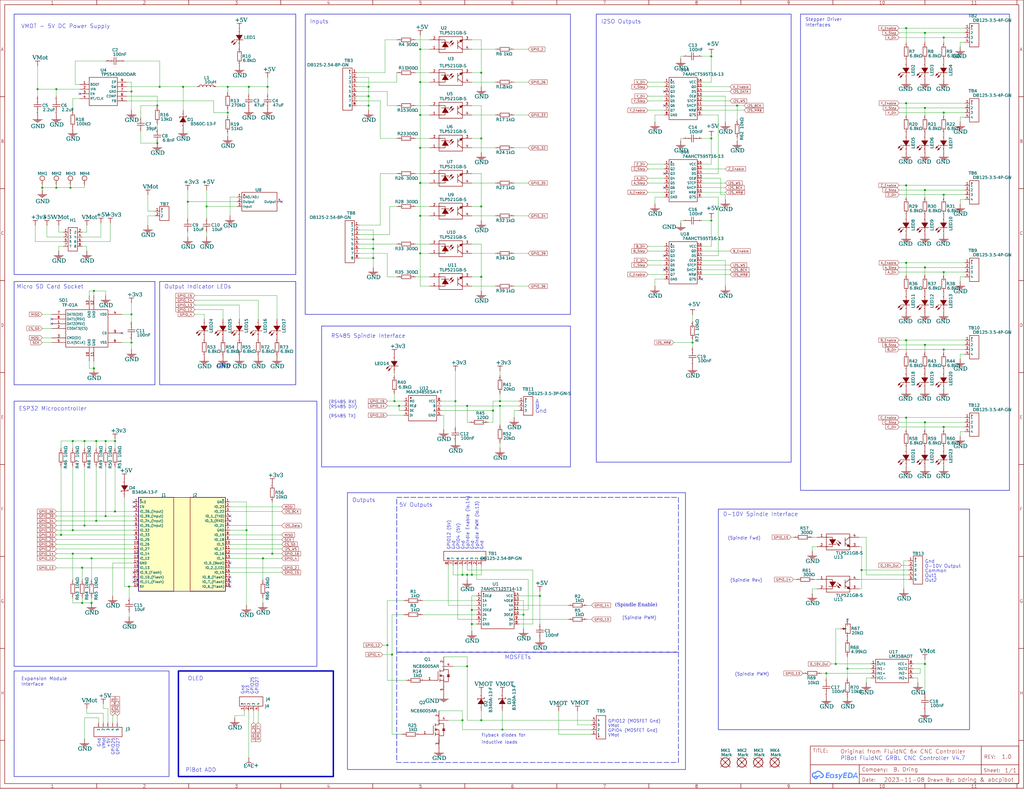
<source format=kicad_sch>
(kicad_sch
	(version 20250114)
	(generator "eeschema")
	(generator_version "9.0")
	(uuid "389fe3df-02aa-41b7-8e67-8ade9f8271d1")
	(paper "User" 553.974 427.101)
	(lib_symbols
		(symbol "+3v3"
			(power)
			(pin_numbers
				(hide yes)
			)
			(pin_names
				(hide yes)
			)
			(exclude_from_sim no)
			(in_bom yes)
			(on_board yes)
			(property "Reference" "#PWR"
				(at 0 0 0)
				(effects
					(font
						(size 1.27 1.27)
					)
					(hide yes)
				)
			)
			(property "Value" "+3v3"
				(at 0 -3.81 0)
				(effects
					(font
						(size 1.27 1.27)
					)
				)
			)
			(property "Footprint" ""
				(at 0 0 0)
				(effects
					(font
						(size 1.27 1.27)
					)
					(hide yes)
				)
			)
			(property "Datasheet" ""
				(at 0 0 0)
				(effects
					(font
						(size 1.27 1.27)
					)
					(hide yes)
				)
			)
			(property "Description" "Power symbol creates a global label with name '+3v3'"
				(at 0 0 0)
				(effects
					(font
						(size 1.27 1.27)
					)
					(hide yes)
				)
			)
			(property "ki_keywords" "power-flag"
				(at 0 0 0)
				(effects
					(font
						(size 1.27 1.27)
					)
					(hide yes)
				)
			)
			(symbol "+3v3_0_0"
				(polyline
					(pts
						(xy -1.27 -2.54) (xy 1.27 -2.54)
					)
					(stroke
						(width 0.254)
						(type solid)
					)
					(fill
						(type none)
					)
				)
				(polyline
					(pts
						(xy 0 0) (xy 0 -2.54)
					)
					(stroke
						(width 0.254)
						(type solid)
					)
					(fill
						(type none)
					)
				)
				(pin power_in line
					(at 0 0 270)
					(length 0)
					(name "+3v3"
						(effects
							(font
								(size 1.27 1.27)
							)
						)
					)
					(number "1"
						(effects
							(font
								(size 1.27 1.27)
							)
						)
					)
				)
			)
			(embedded_fonts no)
		)
		(symbol "+5V"
			(power)
			(pin_numbers
				(hide yes)
			)
			(pin_names
				(hide yes)
			)
			(exclude_from_sim no)
			(in_bom yes)
			(on_board yes)
			(property "Reference" "#PWR"
				(at 0 0 0)
				(effects
					(font
						(size 1.27 1.27)
					)
					(hide yes)
				)
			)
			(property "Value" "+5V"
				(at 0 -3.81 0)
				(effects
					(font
						(size 1.27 1.27)
					)
				)
			)
			(property "Footprint" ""
				(at 0 0 0)
				(effects
					(font
						(size 1.27 1.27)
					)
					(hide yes)
				)
			)
			(property "Datasheet" ""
				(at 0 0 0)
				(effects
					(font
						(size 1.27 1.27)
					)
					(hide yes)
				)
			)
			(property "Description" "Power symbol creates a global label with name '+5V'"
				(at 0 0 0)
				(effects
					(font
						(size 1.27 1.27)
					)
					(hide yes)
				)
			)
			(property "ki_keywords" "power-flag"
				(at 0 0 0)
				(effects
					(font
						(size 1.27 1.27)
					)
					(hide yes)
				)
			)
			(symbol "+5V_0_0"
				(polyline
					(pts
						(xy -1.27 -2.54) (xy 1.27 -2.54)
					)
					(stroke
						(width 0.254)
						(type solid)
					)
					(fill
						(type none)
					)
				)
				(polyline
					(pts
						(xy 0 0) (xy 0 -2.54)
					)
					(stroke
						(width 0.254)
						(type solid)
					)
					(fill
						(type none)
					)
				)
				(pin power_in line
					(at 0 0 270)
					(length 0)
					(name "+5V"
						(effects
							(font
								(size 1.27 1.27)
							)
						)
					)
					(number "1"
						(effects
							(font
								(size 1.27 1.27)
							)
						)
					)
				)
			)
			(embedded_fonts no)
		)
		(symbol "0402B682K500NT"
			(exclude_from_sim no)
			(in_bom yes)
			(on_board yes)
			(property "Reference" "C8"
				(at 2.54 0.8763 0)
				(effects
					(font
						(face "Arial")
						(size 1.6891 1.6891)
					)
					(justify left top)
				)
			)
			(property "Value" "6.8nF"
				(at 2.54 -1.4097 0)
				(effects
					(font
						(face "Arial")
						(size 1.6891 1.6891)
					)
					(justify left top)
				)
			)
			(property "Footprint" ""
				(at 0 0 0)
				(effects
					(font
						(size 1.27 1.27)
					)
					(hide yes)
				)
			)
			(property "Datasheet" ""
				(at 0 0 0)
				(effects
					(font
						(size 1.27 1.27)
					)
					(hide yes)
				)
			)
			(property "Description" ""
				(at 0 0 0)
				(effects
					(font
						(size 1.27 1.27)
					)
					(hide yes)
				)
			)
			(property "Manufacturer Part" "0402B682K500NT"
				(at 0 0 0)
				(effects
					(font
						(size 1.27 1.27)
					)
					(hide yes)
				)
			)
			(property "Manufacturer" "FH"
				(at 0 0 0)
				(effects
					(font
						(size 1.27 1.27)
					)
					(hide yes)
				)
			)
			(property "Supplier Part" "C1542"
				(at 0 0 0)
				(effects
					(font
						(size 1.27 1.27)
					)
					(hide yes)
				)
			)
			(property "Supplier" "LCSC"
				(at 0 0 0)
				(effects
					(font
						(size 1.27 1.27)
					)
					(hide yes)
				)
			)
			(symbol "0402B682K500NT_0_0"
				(polyline
					(pts
						(xy -2.032 0.508) (xy 2.032 0.508)
					)
					(stroke
						(width 0.254)
						(type solid)
					)
					(fill
						(type none)
					)
				)
				(polyline
					(pts
						(xy -2.032 -0.508) (xy 2.032 -0.508)
					)
					(stroke
						(width 0.254)
						(type solid)
					)
					(fill
						(type none)
					)
				)
				(polyline
					(pts
						(xy 0 0.508) (xy 0 1.27)
					)
					(stroke
						(width 0.254)
						(type solid)
					)
					(fill
						(type none)
					)
				)
				(polyline
					(pts
						(xy 0 -1.27) (xy 0 -0.508)
					)
					(stroke
						(width 0.254)
						(type solid)
					)
					(fill
						(type none)
					)
				)
				(pin input line
					(at 0 3.81 270)
					(length 2.54)
					(name "2"
						(effects
							(font
								(size 0.0254 0.0254)
							)
						)
					)
					(number "2"
						(effects
							(font
								(size 0.0254 0.0254)
							)
						)
					)
				)
				(pin input line
					(at 0 -3.81 90)
					(length 2.54)
					(name "1"
						(effects
							(font
								(size 0.0254 0.0254)
							)
						)
					)
					(number "1"
						(effects
							(font
								(size 0.0254 0.0254)
							)
						)
					)
				)
			)
			(embedded_fonts no)
		)
		(symbol "0402WGF1001TCE"
			(exclude_from_sim no)
			(in_bom yes)
			(on_board yes)
			(property "Reference" "R25"
				(at -1.4986 5.6769 0)
				(effects
					(font
						(face "Arial")
						(size 1.6891 1.6891)
					)
					(justify left top)
				)
			)
			(property "Value" "1kΩ"
				(at -1.4986 3.4671 0)
				(effects
					(font
						(face "Arial")
						(size 1.6891 1.6891)
					)
					(justify left top)
				)
			)
			(property "Footprint" ""
				(at 0 0 0)
				(effects
					(font
						(size 1.27 1.27)
					)
					(hide yes)
				)
			)
			(property "Datasheet" ""
				(at 0 0 0)
				(effects
					(font
						(size 1.27 1.27)
					)
					(hide yes)
				)
			)
			(property "Description" ""
				(at 0 0 0)
				(effects
					(font
						(size 1.27 1.27)
					)
					(hide yes)
				)
			)
			(property "Manufacturer Part" "0402WGF1001TCE"
				(at 0 0 0)
				(effects
					(font
						(size 1.27 1.27)
					)
					(hide yes)
				)
			)
			(property "Manufacturer" "UniOhm"
				(at 0 0 0)
				(effects
					(font
						(size 1.27 1.27)
					)
					(hide yes)
				)
			)
			(property "Supplier Part" "C11702"
				(at 0 0 0)
				(effects
					(font
						(size 1.27 1.27)
					)
					(hide yes)
				)
			)
			(property "Supplier" "LCSC"
				(at 0 0 0)
				(effects
					(font
						(size 1.27 1.27)
					)
					(hide yes)
				)
			)
			(symbol "0402WGF1001TCE_0_0"
				(rectangle
					(start -2.54 1.016)
					(end 2.54 -1.016)
					(stroke
						(width 0.254)
						(type solid)
					)
					(fill
						(type none)
					)
				)
				(pin input line
					(at -5.08 0 0)
					(length 2.54)
					(name "1"
						(effects
							(font
								(size 0.0254 0.0254)
							)
						)
					)
					(number "1"
						(effects
							(font
								(size 0.0254 0.0254)
							)
						)
					)
				)
				(pin input line
					(at 5.08 0 180)
					(length 2.54)
					(name "2"
						(effects
							(font
								(size 0.0254 0.0254)
							)
						)
					)
					(number "2"
						(effects
							(font
								(size 0.0254 0.0254)
							)
						)
					)
				)
			)
			(embedded_fonts no)
		)
		(symbol "0402WGF1001TCE_1"
			(exclude_from_sim no)
			(in_bom yes)
			(on_board yes)
			(property "Reference" "R14"
				(at -1.4986 5.6769 0)
				(effects
					(font
						(face "Arial")
						(size 1.6891 1.6891)
					)
					(justify left top)
				)
			)
			(property "Value" "1kΩ"
				(at -1.4986 3.4671 0)
				(effects
					(font
						(face "Arial")
						(size 1.6891 1.6891)
					)
					(justify left top)
				)
			)
			(property "Footprint" ""
				(at 0 0 0)
				(effects
					(font
						(size 1.27 1.27)
					)
					(hide yes)
				)
			)
			(property "Datasheet" ""
				(at 0 0 0)
				(effects
					(font
						(size 1.27 1.27)
					)
					(hide yes)
				)
			)
			(property "Description" ""
				(at 0 0 0)
				(effects
					(font
						(size 1.27 1.27)
					)
					(hide yes)
				)
			)
			(property "Manufacturer Part" "0402WGF1001TCE"
				(at 0 0 0)
				(effects
					(font
						(size 1.27 1.27)
					)
					(hide yes)
				)
			)
			(property "Manufacturer" "UniOhm"
				(at 0 0 0)
				(effects
					(font
						(size 1.27 1.27)
					)
					(hide yes)
				)
			)
			(property "Supplier Part" "C11702"
				(at 0 0 0)
				(effects
					(font
						(size 1.27 1.27)
					)
					(hide yes)
				)
			)
			(property "Supplier" "LCSC"
				(at 0 0 0)
				(effects
					(font
						(size 1.27 1.27)
					)
					(hide yes)
				)
			)
			(symbol "0402WGF1001TCE_1_0_0"
				(rectangle
					(start -2.54 1.016)
					(end 2.54 -1.016)
					(stroke
						(width 0.254)
						(type solid)
					)
					(fill
						(type none)
					)
				)
				(pin input line
					(at -5.08 0 0)
					(length 2.54)
					(name "1"
						(effects
							(font
								(size 0.0254 0.0254)
							)
						)
					)
					(number "1"
						(effects
							(font
								(size 0.0254 0.0254)
							)
						)
					)
				)
				(pin input line
					(at 5.08 0 180)
					(length 2.54)
					(name "2"
						(effects
							(font
								(size 0.0254 0.0254)
							)
						)
					)
					(number "2"
						(effects
							(font
								(size 0.0254 0.0254)
							)
						)
					)
				)
			)
			(embedded_fonts no)
		)
		(symbol "0402WGF1001TCE_2"
			(exclude_from_sim no)
			(in_bom yes)
			(on_board yes)
			(property "Reference" "R1"
				(at -1.4986 5.6769 0)
				(effects
					(font
						(face "Arial")
						(size 1.6891 1.6891)
					)
					(justify left top)
				)
			)
			(property "Value" "1kΩ"
				(at -1.4986 3.4671 0)
				(effects
					(font
						(face "Arial")
						(size 1.6891 1.6891)
					)
					(justify left top)
				)
			)
			(property "Footprint" ""
				(at 0 0 0)
				(effects
					(font
						(size 1.27 1.27)
					)
					(hide yes)
				)
			)
			(property "Datasheet" ""
				(at 0 0 0)
				(effects
					(font
						(size 1.27 1.27)
					)
					(hide yes)
				)
			)
			(property "Description" ""
				(at 0 0 0)
				(effects
					(font
						(size 1.27 1.27)
					)
					(hide yes)
				)
			)
			(property "Manufacturer Part" "0402WGF1001TCE"
				(at 0 0 0)
				(effects
					(font
						(size 1.27 1.27)
					)
					(hide yes)
				)
			)
			(property "Manufacturer" "UniOhm"
				(at 0 0 0)
				(effects
					(font
						(size 1.27 1.27)
					)
					(hide yes)
				)
			)
			(property "Supplier Part" "C11702"
				(at 0 0 0)
				(effects
					(font
						(size 1.27 1.27)
					)
					(hide yes)
				)
			)
			(property "Supplier" "LCSC"
				(at 0 0 0)
				(effects
					(font
						(size 1.27 1.27)
					)
					(hide yes)
				)
			)
			(symbol "0402WGF1001TCE_2_0_0"
				(rectangle
					(start -2.54 1.016)
					(end 2.54 -1.016)
					(stroke
						(width 0.254)
						(type solid)
					)
					(fill
						(type none)
					)
				)
				(pin input line
					(at -5.08 0 0)
					(length 2.54)
					(name "1"
						(effects
							(font
								(size 0.0254 0.0254)
							)
						)
					)
					(number "1"
						(effects
							(font
								(size 0.0254 0.0254)
							)
						)
					)
				)
				(pin input line
					(at 5.08 0 180)
					(length 2.54)
					(name "2"
						(effects
							(font
								(size 0.0254 0.0254)
							)
						)
					)
					(number "2"
						(effects
							(font
								(size 0.0254 0.0254)
							)
						)
					)
				)
			)
			(embedded_fonts no)
		)
		(symbol "0402WGF1001TCE_3"
			(exclude_from_sim no)
			(in_bom yes)
			(on_board yes)
			(property "Reference" "R3"
				(at -1.4986 5.6769 0)
				(effects
					(font
						(face "Arial")
						(size 1.6891 1.6891)
					)
					(justify left top)
				)
			)
			(property "Value" "1kΩ"
				(at -1.4986 3.4671 0)
				(effects
					(font
						(face "Arial")
						(size 1.6891 1.6891)
					)
					(justify left top)
				)
			)
			(property "Footprint" ""
				(at 0 0 0)
				(effects
					(font
						(size 1.27 1.27)
					)
					(hide yes)
				)
			)
			(property "Datasheet" ""
				(at 0 0 0)
				(effects
					(font
						(size 1.27 1.27)
					)
					(hide yes)
				)
			)
			(property "Description" ""
				(at 0 0 0)
				(effects
					(font
						(size 1.27 1.27)
					)
					(hide yes)
				)
			)
			(property "Manufacturer Part" "0402WGF1001TCE"
				(at 0 0 0)
				(effects
					(font
						(size 1.27 1.27)
					)
					(hide yes)
				)
			)
			(property "Manufacturer" "UniOhm"
				(at 0 0 0)
				(effects
					(font
						(size 1.27 1.27)
					)
					(hide yes)
				)
			)
			(property "Supplier Part" "C11702"
				(at 0 0 0)
				(effects
					(font
						(size 1.27 1.27)
					)
					(hide yes)
				)
			)
			(property "Supplier" "LCSC"
				(at 0 0 0)
				(effects
					(font
						(size 1.27 1.27)
					)
					(hide yes)
				)
			)
			(symbol "0402WGF1001TCE_3_0_0"
				(rectangle
					(start -2.54 1.016)
					(end 2.54 -1.016)
					(stroke
						(width 0.254)
						(type solid)
					)
					(fill
						(type none)
					)
				)
				(pin input line
					(at -5.08 0 0)
					(length 2.54)
					(name "1"
						(effects
							(font
								(size 0.0254 0.0254)
							)
						)
					)
					(number "1"
						(effects
							(font
								(size 0.0254 0.0254)
							)
						)
					)
				)
				(pin input line
					(at 5.08 0 180)
					(length 2.54)
					(name "2"
						(effects
							(font
								(size 0.0254 0.0254)
							)
						)
					)
					(number "2"
						(effects
							(font
								(size 0.0254 0.0254)
							)
						)
					)
				)
			)
			(embedded_fonts no)
		)
		(symbol "0402WGF1001TCE_4"
			(exclude_from_sim no)
			(in_bom yes)
			(on_board yes)
			(property "Reference" "R2"
				(at -1.4986 5.6769 0)
				(effects
					(font
						(face "Arial")
						(size 1.6891 1.6891)
					)
					(justify left top)
				)
			)
			(property "Value" "1kΩ"
				(at -1.4986 3.4671 0)
				(effects
					(font
						(face "Arial")
						(size 1.6891 1.6891)
					)
					(justify left top)
				)
			)
			(property "Footprint" ""
				(at 0 0 0)
				(effects
					(font
						(size 1.27 1.27)
					)
					(hide yes)
				)
			)
			(property "Datasheet" ""
				(at 0 0 0)
				(effects
					(font
						(size 1.27 1.27)
					)
					(hide yes)
				)
			)
			(property "Description" ""
				(at 0 0 0)
				(effects
					(font
						(size 1.27 1.27)
					)
					(hide yes)
				)
			)
			(property "Manufacturer Part" "0402WGF1001TCE"
				(at 0 0 0)
				(effects
					(font
						(size 1.27 1.27)
					)
					(hide yes)
				)
			)
			(property "Manufacturer" "UniOhm"
				(at 0 0 0)
				(effects
					(font
						(size 1.27 1.27)
					)
					(hide yes)
				)
			)
			(property "Supplier Part" "C11702"
				(at 0 0 0)
				(effects
					(font
						(size 1.27 1.27)
					)
					(hide yes)
				)
			)
			(property "Supplier" "LCSC"
				(at 0 0 0)
				(effects
					(font
						(size 1.27 1.27)
					)
					(hide yes)
				)
			)
			(symbol "0402WGF1001TCE_4_0_0"
				(rectangle
					(start -2.54 1.016)
					(end 2.54 -1.016)
					(stroke
						(width 0.254)
						(type solid)
					)
					(fill
						(type none)
					)
				)
				(pin input line
					(at -5.08 0 0)
					(length 2.54)
					(name "1"
						(effects
							(font
								(size 0.0254 0.0254)
							)
						)
					)
					(number "1"
						(effects
							(font
								(size 0.0254 0.0254)
							)
						)
					)
				)
				(pin input line
					(at 5.08 0 180)
					(length 2.54)
					(name "2"
						(effects
							(font
								(size 0.0254 0.0254)
							)
						)
					)
					(number "2"
						(effects
							(font
								(size 0.0254 0.0254)
							)
						)
					)
				)
			)
			(embedded_fonts no)
		)
		(symbol "0402WGF1001TCE_5"
			(exclude_from_sim no)
			(in_bom yes)
			(on_board yes)
			(property "Reference" "R5"
				(at -1.4986 5.6769 0)
				(effects
					(font
						(face "Arial")
						(size 1.6891 1.6891)
					)
					(justify left top)
				)
			)
			(property "Value" "1kΩ"
				(at -1.4986 3.4671 0)
				(effects
					(font
						(face "Arial")
						(size 1.6891 1.6891)
					)
					(justify left top)
				)
			)
			(property "Footprint" ""
				(at 0 0 0)
				(effects
					(font
						(size 1.27 1.27)
					)
					(hide yes)
				)
			)
			(property "Datasheet" ""
				(at 0 0 0)
				(effects
					(font
						(size 1.27 1.27)
					)
					(hide yes)
				)
			)
			(property "Description" ""
				(at 0 0 0)
				(effects
					(font
						(size 1.27 1.27)
					)
					(hide yes)
				)
			)
			(property "Manufacturer Part" "0402WGF1001TCE"
				(at 0 0 0)
				(effects
					(font
						(size 1.27 1.27)
					)
					(hide yes)
				)
			)
			(property "Manufacturer" "UniOhm"
				(at 0 0 0)
				(effects
					(font
						(size 1.27 1.27)
					)
					(hide yes)
				)
			)
			(property "Supplier Part" "C11702"
				(at 0 0 0)
				(effects
					(font
						(size 1.27 1.27)
					)
					(hide yes)
				)
			)
			(property "Supplier" "LCSC"
				(at 0 0 0)
				(effects
					(font
						(size 1.27 1.27)
					)
					(hide yes)
				)
			)
			(symbol "0402WGF1001TCE_5_0_0"
				(rectangle
					(start -2.54 1.016)
					(end 2.54 -1.016)
					(stroke
						(width 0.254)
						(type solid)
					)
					(fill
						(type none)
					)
				)
				(pin input line
					(at -5.08 0 0)
					(length 2.54)
					(name "1"
						(effects
							(font
								(size 0.0254 0.0254)
							)
						)
					)
					(number "1"
						(effects
							(font
								(size 0.0254 0.0254)
							)
						)
					)
				)
				(pin input line
					(at 5.08 0 180)
					(length 2.54)
					(name "2"
						(effects
							(font
								(size 0.0254 0.0254)
							)
						)
					)
					(number "2"
						(effects
							(font
								(size 0.0254 0.0254)
							)
						)
					)
				)
			)
			(embedded_fonts no)
		)
		(symbol "0402WGF1003TCE"
			(exclude_from_sim no)
			(in_bom yes)
			(on_board yes)
			(property "Reference" "R18"
				(at 1.524 0.8763 0)
				(effects
					(font
						(face "Arial")
						(size 1.6891 1.6891)
					)
					(justify left top)
				)
			)
			(property "Value" "100kΩ"
				(at 1.524 -1.4097 0)
				(effects
					(font
						(face "Arial")
						(size 1.6891 1.6891)
					)
					(justify left top)
				)
			)
			(property "Footprint" ""
				(at 0 0 0)
				(effects
					(font
						(size 1.27 1.27)
					)
					(hide yes)
				)
			)
			(property "Datasheet" ""
				(at 0 0 0)
				(effects
					(font
						(size 1.27 1.27)
					)
					(hide yes)
				)
			)
			(property "Description" ""
				(at 0 0 0)
				(effects
					(font
						(size 1.27 1.27)
					)
					(hide yes)
				)
			)
			(property "Manufacturer Part" "0402WGF1003TCE"
				(at 0 0 0)
				(effects
					(font
						(size 1.27 1.27)
					)
					(hide yes)
				)
			)
			(property "Manufacturer" "UniOhm"
				(at 0 0 0)
				(effects
					(font
						(size 1.27 1.27)
					)
					(hide yes)
				)
			)
			(property "Supplier Part" "C25741"
				(at 0 0 0)
				(effects
					(font
						(size 1.27 1.27)
					)
					(hide yes)
				)
			)
			(property "Supplier" "LCSC"
				(at 0 0 0)
				(effects
					(font
						(size 1.27 1.27)
					)
					(hide yes)
				)
			)
			(symbol "0402WGF1003TCE_0_0"
				(rectangle
					(start -1.016 2.54)
					(end 1.016 -2.54)
					(stroke
						(width 0.254)
						(type solid)
					)
					(fill
						(type none)
					)
				)
				(pin input line
					(at 0 5.08 270)
					(length 2.54)
					(name "2"
						(effects
							(font
								(size 0.0254 0.0254)
							)
						)
					)
					(number "2"
						(effects
							(font
								(size 0.0254 0.0254)
							)
						)
					)
				)
				(pin input line
					(at 0 -5.08 90)
					(length 2.54)
					(name "1"
						(effects
							(font
								(size 0.0254 0.0254)
							)
						)
					)
					(number "1"
						(effects
							(font
								(size 0.0254 0.0254)
							)
						)
					)
				)
			)
			(embedded_fonts no)
		)
		(symbol "0402WGF1302TCE"
			(exclude_from_sim no)
			(in_bom yes)
			(on_board yes)
			(property "Reference" "R16"
				(at 1.524 0.8763 0)
				(effects
					(font
						(face "Arial")
						(size 1.6891 1.6891)
					)
					(justify left top)
				)
			)
			(property "Value" "13kΩ"
				(at 1.524 -1.4097 0)
				(effects
					(font
						(face "Arial")
						(size 1.6891 1.6891)
					)
					(justify left top)
				)
			)
			(property "Footprint" ""
				(at 0 0 0)
				(effects
					(font
						(size 1.27 1.27)
					)
					(hide yes)
				)
			)
			(property "Datasheet" ""
				(at 0 0 0)
				(effects
					(font
						(size 1.27 1.27)
					)
					(hide yes)
				)
			)
			(property "Description" ""
				(at 0 0 0)
				(effects
					(font
						(size 1.27 1.27)
					)
					(hide yes)
				)
			)
			(property "Manufacturer Part" "0402WGF1302TCE"
				(at 0 0 0)
				(effects
					(font
						(size 1.27 1.27)
					)
					(hide yes)
				)
			)
			(property "Manufacturer" "UniOhm"
				(at 0 0 0)
				(effects
					(font
						(size 1.27 1.27)
					)
					(hide yes)
				)
			)
			(property "Supplier Part" "C25754"
				(at 0 0 0)
				(effects
					(font
						(size 1.27 1.27)
					)
					(hide yes)
				)
			)
			(property "Supplier" "LCSC"
				(at 0 0 0)
				(effects
					(font
						(size 1.27 1.27)
					)
					(hide yes)
				)
			)
			(symbol "0402WGF1302TCE_0_0"
				(rectangle
					(start -1.016 2.54)
					(end 1.016 -2.54)
					(stroke
						(width 0.254)
						(type solid)
					)
					(fill
						(type none)
					)
				)
				(pin input line
					(at 0 5.08 270)
					(length 2.54)
					(name "2"
						(effects
							(font
								(size 0.0254 0.0254)
							)
						)
					)
					(number "2"
						(effects
							(font
								(size 0.0254 0.0254)
							)
						)
					)
				)
				(pin input line
					(at 0 -5.08 90)
					(length 2.54)
					(name "1"
						(effects
							(font
								(size 0.0254 0.0254)
							)
						)
					)
					(number "1"
						(effects
							(font
								(size 0.0254 0.0254)
							)
						)
					)
				)
			)
			(embedded_fonts no)
		)
		(symbol "0402WGF5102TCE"
			(exclude_from_sim no)
			(in_bom yes)
			(on_board yes)
			(property "Reference" "R19"
				(at 1.524 0.8763 0)
				(effects
					(font
						(face "Arial")
						(size 1.6891 1.6891)
					)
					(justify left top)
				)
			)
			(property "Value" "51kΩ"
				(at 1.524 -1.4097 0)
				(effects
					(font
						(face "Arial")
						(size 1.6891 1.6891)
					)
					(justify left top)
				)
			)
			(property "Footprint" ""
				(at 0 0 0)
				(effects
					(font
						(size 1.27 1.27)
					)
					(hide yes)
				)
			)
			(property "Datasheet" ""
				(at 0 0 0)
				(effects
					(font
						(size 1.27 1.27)
					)
					(hide yes)
				)
			)
			(property "Description" ""
				(at 0 0 0)
				(effects
					(font
						(size 1.27 1.27)
					)
					(hide yes)
				)
			)
			(property "Manufacturer Part" "0402WGF5102TCE"
				(at 0 0 0)
				(effects
					(font
						(size 1.27 1.27)
					)
					(hide yes)
				)
			)
			(property "Manufacturer" "UniOhm"
				(at 0 0 0)
				(effects
					(font
						(size 1.27 1.27)
					)
					(hide yes)
				)
			)
			(property "Supplier Part" "C25794"
				(at 0 0 0)
				(effects
					(font
						(size 1.27 1.27)
					)
					(hide yes)
				)
			)
			(property "Supplier" "LCSC"
				(at 0 0 0)
				(effects
					(font
						(size 1.27 1.27)
					)
					(hide yes)
				)
			)
			(symbol "0402WGF5102TCE_0_0"
				(rectangle
					(start -1.016 2.54)
					(end 1.016 -2.54)
					(stroke
						(width 0.254)
						(type solid)
					)
					(fill
						(type none)
					)
				)
				(pin input line
					(at 0 5.08 270)
					(length 2.54)
					(name "2"
						(effects
							(font
								(size 0.0254 0.0254)
							)
						)
					)
					(number "2"
						(effects
							(font
								(size 0.0254 0.0254)
							)
						)
					)
				)
				(pin input line
					(at 0 -5.08 90)
					(length 2.54)
					(name "1"
						(effects
							(font
								(size 0.0254 0.0254)
							)
						)
					)
					(number "1"
						(effects
							(font
								(size 0.0254 0.0254)
							)
						)
					)
				)
			)
			(embedded_fonts no)
		)
		(symbol "0603WAF1001T5E"
			(exclude_from_sim no)
			(in_bom yes)
			(on_board yes)
			(property "Reference" "R6"
				(at -4.6228 -1.6637 0)
				(effects
					(font
						(face "Arial")
						(size 1.6891 1.6891)
					)
					(justify left top)
				)
			)
			(property "Value" "1kΩ"
				(at -0.8636 -1.6637 0)
				(effects
					(font
						(face "Arial")
						(size 1.6891 1.6891)
					)
					(justify left top)
				)
			)
			(property "Footprint" ""
				(at 0 0 0)
				(effects
					(font
						(size 1.27 1.27)
					)
					(hide yes)
				)
			)
			(property "Datasheet" ""
				(at 0 0 0)
				(effects
					(font
						(size 1.27 1.27)
					)
					(hide yes)
				)
			)
			(property "Description" ""
				(at 0 0 0)
				(effects
					(font
						(size 1.27 1.27)
					)
					(hide yes)
				)
			)
			(property "Manufacturer Part" "0603WAF1001T5E"
				(at 0 0 0)
				(effects
					(font
						(size 1.27 1.27)
					)
					(hide yes)
				)
			)
			(property "Manufacturer" "UniOhm"
				(at 0 0 0)
				(effects
					(font
						(size 1.27 1.27)
					)
					(hide yes)
				)
			)
			(property "Supplier Part" "C21190"
				(at 0 0 0)
				(effects
					(font
						(size 1.27 1.27)
					)
					(hide yes)
				)
			)
			(property "Supplier" "LCSC"
				(at 0 0 0)
				(effects
					(font
						(size 1.27 1.27)
					)
					(hide yes)
				)
			)
			(symbol "0603WAF1001T5E_0_0"
				(rectangle
					(start -2.54 1.016)
					(end 2.54 -1.016)
					(stroke
						(width 0.254)
						(type solid)
					)
					(fill
						(type none)
					)
				)
				(pin input line
					(at -5.08 0 0)
					(length 2.54)
					(name "1"
						(effects
							(font
								(size 0.0254 0.0254)
							)
						)
					)
					(number "1"
						(effects
							(font
								(size 0.0254 0.0254)
							)
						)
					)
				)
				(pin input line
					(at 5.08 0 180)
					(length 2.54)
					(name "2"
						(effects
							(font
								(size 0.0254 0.0254)
							)
						)
					)
					(number "2"
						(effects
							(font
								(size 0.0254 0.0254)
							)
						)
					)
				)
			)
			(embedded_fonts no)
		)
		(symbol "0603WAF1001T5E_1"
			(exclude_from_sim no)
			(in_bom yes)
			(on_board yes)
			(property "Reference" "R12"
				(at -4.6228 -1.6637 0)
				(effects
					(font
						(face "Arial")
						(size 1.6891 1.6891)
					)
					(justify left top)
				)
			)
			(property "Value" "1kΩ"
				(at -0.8636 -1.6637 0)
				(effects
					(font
						(face "Arial")
						(size 1.6891 1.6891)
					)
					(justify left top)
				)
			)
			(property "Footprint" ""
				(at 0 0 0)
				(effects
					(font
						(size 1.27 1.27)
					)
					(hide yes)
				)
			)
			(property "Datasheet" ""
				(at 0 0 0)
				(effects
					(font
						(size 1.27 1.27)
					)
					(hide yes)
				)
			)
			(property "Description" ""
				(at 0 0 0)
				(effects
					(font
						(size 1.27 1.27)
					)
					(hide yes)
				)
			)
			(property "Manufacturer Part" "0603WAF1001T5E"
				(at 0 0 0)
				(effects
					(font
						(size 1.27 1.27)
					)
					(hide yes)
				)
			)
			(property "Manufacturer" "UniOhm"
				(at 0 0 0)
				(effects
					(font
						(size 1.27 1.27)
					)
					(hide yes)
				)
			)
			(property "Supplier Part" "C21190"
				(at 0 0 0)
				(effects
					(font
						(size 1.27 1.27)
					)
					(hide yes)
				)
			)
			(property "Supplier" "LCSC"
				(at 0 0 0)
				(effects
					(font
						(size 1.27 1.27)
					)
					(hide yes)
				)
			)
			(symbol "0603WAF1001T5E_1_0_0"
				(rectangle
					(start -2.54 1.016)
					(end 2.54 -1.016)
					(stroke
						(width 0.254)
						(type solid)
					)
					(fill
						(type none)
					)
				)
				(pin input line
					(at -5.08 0 0)
					(length 2.54)
					(name "1"
						(effects
							(font
								(size 0.0254 0.0254)
							)
						)
					)
					(number "1"
						(effects
							(font
								(size 0.0254 0.0254)
							)
						)
					)
				)
				(pin input line
					(at 5.08 0 180)
					(length 2.54)
					(name "2"
						(effects
							(font
								(size 0.0254 0.0254)
							)
						)
					)
					(number "2"
						(effects
							(font
								(size 0.0254 0.0254)
							)
						)
					)
				)
			)
			(embedded_fonts no)
		)
		(symbol "0603WAF1001T5E_2"
			(exclude_from_sim no)
			(in_bom yes)
			(on_board yes)
			(property "Reference" "R24"
				(at -4.6228 -1.6637 0)
				(effects
					(font
						(face "Arial")
						(size 1.6891 1.6891)
					)
					(justify left top)
				)
			)
			(property "Value" "1kΩ"
				(at 0.381 -1.6637 0)
				(effects
					(font
						(face "Arial")
						(size 1.6891 1.6891)
					)
					(justify left top)
				)
			)
			(property "Footprint" ""
				(at 0 0 0)
				(effects
					(font
						(size 1.27 1.27)
					)
					(hide yes)
				)
			)
			(property "Datasheet" ""
				(at 0 0 0)
				(effects
					(font
						(size 1.27 1.27)
					)
					(hide yes)
				)
			)
			(property "Description" ""
				(at 0 0 0)
				(effects
					(font
						(size 1.27 1.27)
					)
					(hide yes)
				)
			)
			(property "Manufacturer Part" "0603WAF1001T5E"
				(at 0 0 0)
				(effects
					(font
						(size 1.27 1.27)
					)
					(hide yes)
				)
			)
			(property "Manufacturer" "UniOhm"
				(at 0 0 0)
				(effects
					(font
						(size 1.27 1.27)
					)
					(hide yes)
				)
			)
			(property "Supplier Part" "C21190"
				(at 0 0 0)
				(effects
					(font
						(size 1.27 1.27)
					)
					(hide yes)
				)
			)
			(property "Supplier" "LCSC"
				(at 0 0 0)
				(effects
					(font
						(size 1.27 1.27)
					)
					(hide yes)
				)
			)
			(symbol "0603WAF1001T5E_2_0_0"
				(rectangle
					(start -2.54 1.016)
					(end 2.54 -1.016)
					(stroke
						(width 0.254)
						(type solid)
					)
					(fill
						(type none)
					)
				)
				(pin input line
					(at -5.08 0 0)
					(length 2.54)
					(name "1"
						(effects
							(font
								(size 0.0254 0.0254)
							)
						)
					)
					(number "1"
						(effects
							(font
								(size 0.0254 0.0254)
							)
						)
					)
				)
				(pin input line
					(at 5.08 0 180)
					(length 2.54)
					(name "2"
						(effects
							(font
								(size 0.0254 0.0254)
							)
						)
					)
					(number "2"
						(effects
							(font
								(size 0.0254 0.0254)
							)
						)
					)
				)
			)
			(embedded_fonts no)
		)
		(symbol "0603WAF1001T5E_3"
			(exclude_from_sim no)
			(in_bom yes)
			(on_board yes)
			(property "Reference" "R17"
				(at -4.6228 -1.6637 0)
				(effects
					(font
						(face "Arial")
						(size 1.6891 1.6891)
					)
					(justify left top)
				)
			)
			(property "Value" "1kΩ"
				(at 0.381 -1.6637 0)
				(effects
					(font
						(face "Arial")
						(size 1.6891 1.6891)
					)
					(justify left top)
				)
			)
			(property "Footprint" ""
				(at 0 0 0)
				(effects
					(font
						(size 1.27 1.27)
					)
					(hide yes)
				)
			)
			(property "Datasheet" ""
				(at 0 0 0)
				(effects
					(font
						(size 1.27 1.27)
					)
					(hide yes)
				)
			)
			(property "Description" ""
				(at 0 0 0)
				(effects
					(font
						(size 1.27 1.27)
					)
					(hide yes)
				)
			)
			(property "Manufacturer Part" "0603WAF1001T5E"
				(at 0 0 0)
				(effects
					(font
						(size 1.27 1.27)
					)
					(hide yes)
				)
			)
			(property "Manufacturer" "UniOhm"
				(at 0 0 0)
				(effects
					(font
						(size 1.27 1.27)
					)
					(hide yes)
				)
			)
			(property "Supplier Part" "C21190"
				(at 0 0 0)
				(effects
					(font
						(size 1.27 1.27)
					)
					(hide yes)
				)
			)
			(property "Supplier" "LCSC"
				(at 0 0 0)
				(effects
					(font
						(size 1.27 1.27)
					)
					(hide yes)
				)
			)
			(symbol "0603WAF1001T5E_3_0_0"
				(rectangle
					(start -2.54 1.016)
					(end 2.54 -1.016)
					(stroke
						(width 0.254)
						(type solid)
					)
					(fill
						(type none)
					)
				)
				(pin input line
					(at -5.08 0 0)
					(length 2.54)
					(name "1"
						(effects
							(font
								(size 0.0254 0.0254)
							)
						)
					)
					(number "1"
						(effects
							(font
								(size 0.0254 0.0254)
							)
						)
					)
				)
				(pin input line
					(at 5.08 0 180)
					(length 2.54)
					(name "2"
						(effects
							(font
								(size 0.0254 0.0254)
							)
						)
					)
					(number "2"
						(effects
							(font
								(size 0.0254 0.0254)
							)
						)
					)
				)
			)
			(embedded_fonts no)
		)
		(symbol "0603WAF1001T5E_4"
			(exclude_from_sim no)
			(in_bom yes)
			(on_board yes)
			(property "Reference" "R32"
				(at -4.6228 -1.6637 0)
				(effects
					(font
						(face "Arial")
						(size 1.6891 1.6891)
					)
					(justify left top)
				)
			)
			(property "Value" "1kΩ"
				(at 0.381 -1.6637 0)
				(effects
					(font
						(face "Arial")
						(size 1.6891 1.6891)
					)
					(justify left top)
				)
			)
			(property "Footprint" ""
				(at 0 0 0)
				(effects
					(font
						(size 1.27 1.27)
					)
					(hide yes)
				)
			)
			(property "Datasheet" ""
				(at 0 0 0)
				(effects
					(font
						(size 1.27 1.27)
					)
					(hide yes)
				)
			)
			(property "Description" ""
				(at 0 0 0)
				(effects
					(font
						(size 1.27 1.27)
					)
					(hide yes)
				)
			)
			(property "Manufacturer Part" "0603WAF1001T5E"
				(at 0 0 0)
				(effects
					(font
						(size 1.27 1.27)
					)
					(hide yes)
				)
			)
			(property "Manufacturer" "UniOhm"
				(at 0 0 0)
				(effects
					(font
						(size 1.27 1.27)
					)
					(hide yes)
				)
			)
			(property "Supplier Part" "C21190"
				(at 0 0 0)
				(effects
					(font
						(size 1.27 1.27)
					)
					(hide yes)
				)
			)
			(property "Supplier" "LCSC"
				(at 0 0 0)
				(effects
					(font
						(size 1.27 1.27)
					)
					(hide yes)
				)
			)
			(symbol "0603WAF1001T5E_4_0_0"
				(rectangle
					(start -2.54 1.016)
					(end 2.54 -1.016)
					(stroke
						(width 0.254)
						(type solid)
					)
					(fill
						(type none)
					)
				)
				(pin input line
					(at -5.08 0 0)
					(length 2.54)
					(name "1"
						(effects
							(font
								(size 0.0254 0.0254)
							)
						)
					)
					(number "1"
						(effects
							(font
								(size 0.0254 0.0254)
							)
						)
					)
				)
				(pin input line
					(at 5.08 0 180)
					(length 2.54)
					(name "2"
						(effects
							(font
								(size 0.0254 0.0254)
							)
						)
					)
					(number "2"
						(effects
							(font
								(size 0.0254 0.0254)
							)
						)
					)
				)
			)
			(embedded_fonts no)
		)
		(symbol "0603WAF1001T5E_5"
			(exclude_from_sim no)
			(in_bom yes)
			(on_board yes)
			(property "Reference" "R27"
				(at -4.6228 -1.6637 0)
				(effects
					(font
						(face "Arial")
						(size 1.6891 1.6891)
					)
					(justify left top)
				)
			)
			(property "Value" "1kΩ"
				(at 0.381 -1.6637 0)
				(effects
					(font
						(face "Arial")
						(size 1.6891 1.6891)
					)
					(justify left top)
				)
			)
			(property "Footprint" ""
				(at 0 0 0)
				(effects
					(font
						(size 1.27 1.27)
					)
					(hide yes)
				)
			)
			(property "Datasheet" ""
				(at 0 0 0)
				(effects
					(font
						(size 1.27 1.27)
					)
					(hide yes)
				)
			)
			(property "Description" ""
				(at 0 0 0)
				(effects
					(font
						(size 1.27 1.27)
					)
					(hide yes)
				)
			)
			(property "Manufacturer Part" "0603WAF1001T5E"
				(at 0 0 0)
				(effects
					(font
						(size 1.27 1.27)
					)
					(hide yes)
				)
			)
			(property "Manufacturer" "UniOhm"
				(at 0 0 0)
				(effects
					(font
						(size 1.27 1.27)
					)
					(hide yes)
				)
			)
			(property "Supplier Part" "C21190"
				(at 0 0 0)
				(effects
					(font
						(size 1.27 1.27)
					)
					(hide yes)
				)
			)
			(property "Supplier" "LCSC"
				(at 0 0 0)
				(effects
					(font
						(size 1.27 1.27)
					)
					(hide yes)
				)
			)
			(symbol "0603WAF1001T5E_5_0_0"
				(rectangle
					(start -2.54 1.016)
					(end 2.54 -1.016)
					(stroke
						(width 0.254)
						(type solid)
					)
					(fill
						(type none)
					)
				)
				(pin input line
					(at -5.08 0 0)
					(length 2.54)
					(name "1"
						(effects
							(font
								(size 0.0254 0.0254)
							)
						)
					)
					(number "1"
						(effects
							(font
								(size 0.0254 0.0254)
							)
						)
					)
				)
				(pin input line
					(at 5.08 0 180)
					(length 2.54)
					(name "2"
						(effects
							(font
								(size 0.0254 0.0254)
							)
						)
					)
					(number "2"
						(effects
							(font
								(size 0.0254 0.0254)
							)
						)
					)
				)
			)
			(embedded_fonts no)
		)
		(symbol "0603WAF1001T5E_6"
			(exclude_from_sim no)
			(in_bom yes)
			(on_board yes)
			(property "Reference" "R34"
				(at -4.6228 -1.6637 0)
				(effects
					(font
						(face "Arial")
						(size 1.6891 1.6891)
					)
					(justify left top)
				)
			)
			(property "Value" "1kΩ"
				(at 0.381 -1.6637 0)
				(effects
					(font
						(face "Arial")
						(size 1.6891 1.6891)
					)
					(justify left top)
				)
			)
			(property "Footprint" ""
				(at 0 0 0)
				(effects
					(font
						(size 1.27 1.27)
					)
					(hide yes)
				)
			)
			(property "Datasheet" ""
				(at 0 0 0)
				(effects
					(font
						(size 1.27 1.27)
					)
					(hide yes)
				)
			)
			(property "Description" ""
				(at 0 0 0)
				(effects
					(font
						(size 1.27 1.27)
					)
					(hide yes)
				)
			)
			(property "Manufacturer Part" "0603WAF1001T5E"
				(at 0 0 0)
				(effects
					(font
						(size 1.27 1.27)
					)
					(hide yes)
				)
			)
			(property "Manufacturer" "UniOhm"
				(at 0 0 0)
				(effects
					(font
						(size 1.27 1.27)
					)
					(hide yes)
				)
			)
			(property "Supplier Part" "C21190"
				(at 0 0 0)
				(effects
					(font
						(size 1.27 1.27)
					)
					(hide yes)
				)
			)
			(property "Supplier" "LCSC"
				(at 0 0 0)
				(effects
					(font
						(size 1.27 1.27)
					)
					(hide yes)
				)
			)
			(symbol "0603WAF1001T5E_6_0_0"
				(rectangle
					(start -2.54 1.016)
					(end 2.54 -1.016)
					(stroke
						(width 0.254)
						(type solid)
					)
					(fill
						(type none)
					)
				)
				(pin input line
					(at -5.08 0 0)
					(length 2.54)
					(name "1"
						(effects
							(font
								(size 0.0254 0.0254)
							)
						)
					)
					(number "1"
						(effects
							(font
								(size 0.0254 0.0254)
							)
						)
					)
				)
				(pin input line
					(at 5.08 0 180)
					(length 2.54)
					(name "2"
						(effects
							(font
								(size 0.0254 0.0254)
							)
						)
					)
					(number "2"
						(effects
							(font
								(size 0.0254 0.0254)
							)
						)
					)
				)
			)
			(embedded_fonts no)
		)
		(symbol "0603WAF1001T5E_7"
			(exclude_from_sim no)
			(in_bom yes)
			(on_board yes)
			(property "Reference" "R39"
				(at -4.6228 -1.6637 0)
				(effects
					(font
						(face "Arial")
						(size 1.6891 1.6891)
					)
					(justify left top)
				)
			)
			(property "Value" "1kΩ"
				(at 0.381 -1.6637 0)
				(effects
					(font
						(face "Arial")
						(size 1.6891 1.6891)
					)
					(justify left top)
				)
			)
			(property "Footprint" ""
				(at 0 0 0)
				(effects
					(font
						(size 1.27 1.27)
					)
					(hide yes)
				)
			)
			(property "Datasheet" ""
				(at 0 0 0)
				(effects
					(font
						(size 1.27 1.27)
					)
					(hide yes)
				)
			)
			(property "Description" ""
				(at 0 0 0)
				(effects
					(font
						(size 1.27 1.27)
					)
					(hide yes)
				)
			)
			(property "Manufacturer Part" "0603WAF1001T5E"
				(at 0 0 0)
				(effects
					(font
						(size 1.27 1.27)
					)
					(hide yes)
				)
			)
			(property "Manufacturer" "UniOhm"
				(at 0 0 0)
				(effects
					(font
						(size 1.27 1.27)
					)
					(hide yes)
				)
			)
			(property "Supplier Part" "C21190"
				(at 0 0 0)
				(effects
					(font
						(size 1.27 1.27)
					)
					(hide yes)
				)
			)
			(property "Supplier" "LCSC"
				(at 0 0 0)
				(effects
					(font
						(size 1.27 1.27)
					)
					(hide yes)
				)
			)
			(symbol "0603WAF1001T5E_7_0_0"
				(rectangle
					(start -2.54 1.016)
					(end 2.54 -1.016)
					(stroke
						(width 0.254)
						(type solid)
					)
					(fill
						(type none)
					)
				)
				(pin input line
					(at -5.08 0 0)
					(length 2.54)
					(name "1"
						(effects
							(font
								(size 0.0254 0.0254)
							)
						)
					)
					(number "1"
						(effects
							(font
								(size 0.0254 0.0254)
							)
						)
					)
				)
				(pin input line
					(at 5.08 0 180)
					(length 2.54)
					(name "2"
						(effects
							(font
								(size 0.0254 0.0254)
							)
						)
					)
					(number "2"
						(effects
							(font
								(size 0.0254 0.0254)
							)
						)
					)
				)
			)
			(embedded_fonts no)
		)
		(symbol "0603WAF1002T5E"
			(exclude_from_sim no)
			(in_bom yes)
			(on_board yes)
			(property "Reference" "R51"
				(at 1.6637 -5.969 90)
				(effects
					(font
						(face "Arial")
						(size 1.6891 1.6891)
					)
					(justify left top)
				)
			)
			(property "Value" "10kΩ"
				(at 1.6383 -0.254 90)
				(effects
					(font
						(face "Arial")
						(size 1.6891 1.6891)
					)
					(justify left top)
				)
			)
			(property "Footprint" ""
				(at 0 0 0)
				(effects
					(font
						(size 1.27 1.27)
					)
					(hide yes)
				)
			)
			(property "Datasheet" ""
				(at 0 0 0)
				(effects
					(font
						(size 1.27 1.27)
					)
					(hide yes)
				)
			)
			(property "Description" ""
				(at 0 0 0)
				(effects
					(font
						(size 1.27 1.27)
					)
					(hide yes)
				)
			)
			(property "Manufacturer Part" "0603WAF1002T5E"
				(at 0 0 0)
				(effects
					(font
						(size 1.27 1.27)
					)
					(hide yes)
				)
			)
			(property "Manufacturer" "UniOhm"
				(at 0 0 0)
				(effects
					(font
						(size 1.27 1.27)
					)
					(hide yes)
				)
			)
			(property "Supplier Part" "C25804"
				(at 0 0 0)
				(effects
					(font
						(size 1.27 1.27)
					)
					(hide yes)
				)
			)
			(property "Supplier" "LCSC"
				(at 0 0 0)
				(effects
					(font
						(size 1.27 1.27)
					)
					(hide yes)
				)
			)
			(symbol "0603WAF1002T5E_0_0"
				(rectangle
					(start -1.016 2.54)
					(end 1.016 -2.54)
					(stroke
						(width 0.254)
						(type solid)
					)
					(fill
						(type none)
					)
				)
				(pin input line
					(at 0 5.08 270)
					(length 2.54)
					(name "2"
						(effects
							(font
								(size 0.0254 0.0254)
							)
						)
					)
					(number "2"
						(effects
							(font
								(size 0.0254 0.0254)
							)
						)
					)
				)
				(pin input line
					(at 0 -5.08 90)
					(length 2.54)
					(name "1"
						(effects
							(font
								(size 0.0254 0.0254)
							)
						)
					)
					(number "1"
						(effects
							(font
								(size 0.0254 0.0254)
							)
						)
					)
				)
			)
			(embedded_fonts no)
		)
		(symbol "0603WAF1002T5E_1"
			(exclude_from_sim no)
			(in_bom yes)
			(on_board yes)
			(property "Reference" "R50"
				(at 1.6637 -5.969 90)
				(effects
					(font
						(face "Arial")
						(size 1.6891 1.6891)
					)
					(justify left top)
				)
			)
			(property "Value" "10kΩ"
				(at 1.6383 -0.254 90)
				(effects
					(font
						(face "Arial")
						(size 1.6891 1.6891)
					)
					(justify left top)
				)
			)
			(property "Footprint" ""
				(at 0 0 0)
				(effects
					(font
						(size 1.27 1.27)
					)
					(hide yes)
				)
			)
			(property "Datasheet" ""
				(at 0 0 0)
				(effects
					(font
						(size 1.27 1.27)
					)
					(hide yes)
				)
			)
			(property "Description" ""
				(at 0 0 0)
				(effects
					(font
						(size 1.27 1.27)
					)
					(hide yes)
				)
			)
			(property "Manufacturer Part" "0603WAF1002T5E"
				(at 0 0 0)
				(effects
					(font
						(size 1.27 1.27)
					)
					(hide yes)
				)
			)
			(property "Manufacturer" "UniOhm"
				(at 0 0 0)
				(effects
					(font
						(size 1.27 1.27)
					)
					(hide yes)
				)
			)
			(property "Supplier Part" "C25804"
				(at 0 0 0)
				(effects
					(font
						(size 1.27 1.27)
					)
					(hide yes)
				)
			)
			(property "Supplier" "LCSC"
				(at 0 0 0)
				(effects
					(font
						(size 1.27 1.27)
					)
					(hide yes)
				)
			)
			(symbol "0603WAF1002T5E_1_0_0"
				(rectangle
					(start -1.016 2.54)
					(end 1.016 -2.54)
					(stroke
						(width 0.254)
						(type solid)
					)
					(fill
						(type none)
					)
				)
				(pin input line
					(at 0 5.08 270)
					(length 2.54)
					(name "2"
						(effects
							(font
								(size 0.0254 0.0254)
							)
						)
					)
					(number "2"
						(effects
							(font
								(size 0.0254 0.0254)
							)
						)
					)
				)
				(pin input line
					(at 0 -5.08 90)
					(length 2.54)
					(name "1"
						(effects
							(font
								(size 0.0254 0.0254)
							)
						)
					)
					(number "1"
						(effects
							(font
								(size 0.0254 0.0254)
							)
						)
					)
				)
			)
			(embedded_fonts no)
		)
		(symbol "0603WAF1002T5E_10"
			(exclude_from_sim no)
			(in_bom yes)
			(on_board yes)
			(property "Reference" "R63"
				(at 1.6637 -5.969 90)
				(effects
					(font
						(face "Arial")
						(size 1.6891 1.6891)
					)
					(justify left top)
				)
			)
			(property "Value" "10kΩ"
				(at 1.6383 -0.254 90)
				(effects
					(font
						(face "Arial")
						(size 1.6891 1.6891)
					)
					(justify left top)
				)
			)
			(property "Footprint" ""
				(at 0 0 0)
				(effects
					(font
						(size 1.27 1.27)
					)
					(hide yes)
				)
			)
			(property "Datasheet" ""
				(at 0 0 0)
				(effects
					(font
						(size 1.27 1.27)
					)
					(hide yes)
				)
			)
			(property "Description" ""
				(at 0 0 0)
				(effects
					(font
						(size 1.27 1.27)
					)
					(hide yes)
				)
			)
			(property "Manufacturer Part" "0603WAF1002T5E"
				(at 0 0 0)
				(effects
					(font
						(size 1.27 1.27)
					)
					(hide yes)
				)
			)
			(property "Manufacturer" "UniOhm"
				(at 0 0 0)
				(effects
					(font
						(size 1.27 1.27)
					)
					(hide yes)
				)
			)
			(property "Supplier Part" "C25804"
				(at 0 0 0)
				(effects
					(font
						(size 1.27 1.27)
					)
					(hide yes)
				)
			)
			(property "Supplier" "LCSC"
				(at 0 0 0)
				(effects
					(font
						(size 1.27 1.27)
					)
					(hide yes)
				)
			)
			(symbol "0603WAF1002T5E_10_0_0"
				(rectangle
					(start -1.016 2.54)
					(end 1.016 -2.54)
					(stroke
						(width 0.254)
						(type solid)
					)
					(fill
						(type none)
					)
				)
				(pin input line
					(at 0 5.08 270)
					(length 2.54)
					(name "2"
						(effects
							(font
								(size 0.0254 0.0254)
							)
						)
					)
					(number "2"
						(effects
							(font
								(size 0.0254 0.0254)
							)
						)
					)
				)
				(pin input line
					(at 0 -5.08 90)
					(length 2.54)
					(name "1"
						(effects
							(font
								(size 0.0254 0.0254)
							)
						)
					)
					(number "1"
						(effects
							(font
								(size 0.0254 0.0254)
							)
						)
					)
				)
			)
			(embedded_fonts no)
		)
		(symbol "0603WAF1002T5E_11"
			(exclude_from_sim no)
			(in_bom yes)
			(on_board yes)
			(property "Reference" "R64"
				(at 1.6637 -5.969 90)
				(effects
					(font
						(face "Arial")
						(size 1.6891 1.6891)
					)
					(justify left top)
				)
			)
			(property "Value" "10kΩ"
				(at 1.6383 -0.254 90)
				(effects
					(font
						(face "Arial")
						(size 1.6891 1.6891)
					)
					(justify left top)
				)
			)
			(property "Footprint" ""
				(at 0 0 0)
				(effects
					(font
						(size 1.27 1.27)
					)
					(hide yes)
				)
			)
			(property "Datasheet" ""
				(at 0 0 0)
				(effects
					(font
						(size 1.27 1.27)
					)
					(hide yes)
				)
			)
			(property "Description" ""
				(at 0 0 0)
				(effects
					(font
						(size 1.27 1.27)
					)
					(hide yes)
				)
			)
			(property "Manufacturer Part" "0603WAF1002T5E"
				(at 0 0 0)
				(effects
					(font
						(size 1.27 1.27)
					)
					(hide yes)
				)
			)
			(property "Manufacturer" "UniOhm"
				(at 0 0 0)
				(effects
					(font
						(size 1.27 1.27)
					)
					(hide yes)
				)
			)
			(property "Supplier Part" "C25804"
				(at 0 0 0)
				(effects
					(font
						(size 1.27 1.27)
					)
					(hide yes)
				)
			)
			(property "Supplier" "LCSC"
				(at 0 0 0)
				(effects
					(font
						(size 1.27 1.27)
					)
					(hide yes)
				)
			)
			(symbol "0603WAF1002T5E_11_0_0"
				(rectangle
					(start -1.016 2.54)
					(end 1.016 -2.54)
					(stroke
						(width 0.254)
						(type solid)
					)
					(fill
						(type none)
					)
				)
				(pin input line
					(at 0 5.08 270)
					(length 2.54)
					(name "2"
						(effects
							(font
								(size 0.0254 0.0254)
							)
						)
					)
					(number "2"
						(effects
							(font
								(size 0.0254 0.0254)
							)
						)
					)
				)
				(pin input line
					(at 0 -5.08 90)
					(length 2.54)
					(name "1"
						(effects
							(font
								(size 0.0254 0.0254)
							)
						)
					)
					(number "1"
						(effects
							(font
								(size 0.0254 0.0254)
							)
						)
					)
				)
			)
			(embedded_fonts no)
		)
		(symbol "0603WAF1002T5E_12"
			(exclude_from_sim no)
			(in_bom yes)
			(on_board yes)
			(property "Reference" "R65"
				(at 1.6637 -5.969 90)
				(effects
					(font
						(face "Arial")
						(size 1.6891 1.6891)
					)
					(justify left top)
				)
			)
			(property "Value" "10kΩ"
				(at 1.6383 -0.254 90)
				(effects
					(font
						(face "Arial")
						(size 1.6891 1.6891)
					)
					(justify left top)
				)
			)
			(property "Footprint" ""
				(at 0 0 0)
				(effects
					(font
						(size 1.27 1.27)
					)
					(hide yes)
				)
			)
			(property "Datasheet" ""
				(at 0 0 0)
				(effects
					(font
						(size 1.27 1.27)
					)
					(hide yes)
				)
			)
			(property "Description" ""
				(at 0 0 0)
				(effects
					(font
						(size 1.27 1.27)
					)
					(hide yes)
				)
			)
			(property "Manufacturer Part" "0603WAF1002T5E"
				(at 0 0 0)
				(effects
					(font
						(size 1.27 1.27)
					)
					(hide yes)
				)
			)
			(property "Manufacturer" "UniOhm"
				(at 0 0 0)
				(effects
					(font
						(size 1.27 1.27)
					)
					(hide yes)
				)
			)
			(property "Supplier Part" "C25804"
				(at 0 0 0)
				(effects
					(font
						(size 1.27 1.27)
					)
					(hide yes)
				)
			)
			(property "Supplier" "LCSC"
				(at 0 0 0)
				(effects
					(font
						(size 1.27 1.27)
					)
					(hide yes)
				)
			)
			(symbol "0603WAF1002T5E_12_0_0"
				(rectangle
					(start -1.016 2.54)
					(end 1.016 -2.54)
					(stroke
						(width 0.254)
						(type solid)
					)
					(fill
						(type none)
					)
				)
				(pin input line
					(at 0 5.08 270)
					(length 2.54)
					(name "2"
						(effects
							(font
								(size 0.0254 0.0254)
							)
						)
					)
					(number "2"
						(effects
							(font
								(size 0.0254 0.0254)
							)
						)
					)
				)
				(pin input line
					(at 0 -5.08 90)
					(length 2.54)
					(name "1"
						(effects
							(font
								(size 0.0254 0.0254)
							)
						)
					)
					(number "1"
						(effects
							(font
								(size 0.0254 0.0254)
							)
						)
					)
				)
			)
			(embedded_fonts no)
		)
		(symbol "0603WAF1002T5E_13"
			(exclude_from_sim no)
			(in_bom yes)
			(on_board yes)
			(property "Reference" "R66"
				(at 1.6637 -5.969 90)
				(effects
					(font
						(face "Arial")
						(size 1.6891 1.6891)
					)
					(justify left top)
				)
			)
			(property "Value" "10kΩ"
				(at 1.6637 -0.254 90)
				(effects
					(font
						(face "Arial")
						(size 1.6891 1.6891)
					)
					(justify left top)
				)
			)
			(property "Footprint" ""
				(at 0 0 0)
				(effects
					(font
						(size 1.27 1.27)
					)
					(hide yes)
				)
			)
			(property "Datasheet" ""
				(at 0 0 0)
				(effects
					(font
						(size 1.27 1.27)
					)
					(hide yes)
				)
			)
			(property "Description" ""
				(at 0 0 0)
				(effects
					(font
						(size 1.27 1.27)
					)
					(hide yes)
				)
			)
			(property "Manufacturer Part" "0603WAF1002T5E"
				(at 0 0 0)
				(effects
					(font
						(size 1.27 1.27)
					)
					(hide yes)
				)
			)
			(property "Manufacturer" "UniOhm"
				(at 0 0 0)
				(effects
					(font
						(size 1.27 1.27)
					)
					(hide yes)
				)
			)
			(property "Supplier Part" "C25804"
				(at 0 0 0)
				(effects
					(font
						(size 1.27 1.27)
					)
					(hide yes)
				)
			)
			(property "Supplier" "LCSC"
				(at 0 0 0)
				(effects
					(font
						(size 1.27 1.27)
					)
					(hide yes)
				)
			)
			(symbol "0603WAF1002T5E_13_0_0"
				(rectangle
					(start -1.016 2.54)
					(end 1.016 -2.54)
					(stroke
						(width 0.254)
						(type solid)
					)
					(fill
						(type none)
					)
				)
				(pin input line
					(at 0 5.08 270)
					(length 2.54)
					(name "2"
						(effects
							(font
								(size 0.0254 0.0254)
							)
						)
					)
					(number "2"
						(effects
							(font
								(size 0.0254 0.0254)
							)
						)
					)
				)
				(pin input line
					(at 0 -5.08 90)
					(length 2.54)
					(name "1"
						(effects
							(font
								(size 0.0254 0.0254)
							)
						)
					)
					(number "1"
						(effects
							(font
								(size 0.0254 0.0254)
							)
						)
					)
				)
			)
			(embedded_fonts no)
		)
		(symbol "0603WAF1002T5E_14"
			(exclude_from_sim no)
			(in_bom yes)
			(on_board yes)
			(property "Reference" "R56"
				(at 1.524 0.8763 0)
				(effects
					(font
						(face "Arial")
						(size 1.6891 1.6891)
					)
					(justify left top)
				)
			)
			(property "Value" "10kΩ"
				(at 1.524 -1.4097 0)
				(effects
					(font
						(face "Arial")
						(size 1.6891 1.6891)
					)
					(justify left top)
				)
			)
			(property "Footprint" ""
				(at 0 0 0)
				(effects
					(font
						(size 1.27 1.27)
					)
					(hide yes)
				)
			)
			(property "Datasheet" ""
				(at 0 0 0)
				(effects
					(font
						(size 1.27 1.27)
					)
					(hide yes)
				)
			)
			(property "Description" ""
				(at 0 0 0)
				(effects
					(font
						(size 1.27 1.27)
					)
					(hide yes)
				)
			)
			(property "Manufacturer Part" "0603WAF1002T5E"
				(at 0 0 0)
				(effects
					(font
						(size 1.27 1.27)
					)
					(hide yes)
				)
			)
			(property "Manufacturer" "UniOhm"
				(at 0 0 0)
				(effects
					(font
						(size 1.27 1.27)
					)
					(hide yes)
				)
			)
			(property "Supplier Part" "C25804"
				(at 0 0 0)
				(effects
					(font
						(size 1.27 1.27)
					)
					(hide yes)
				)
			)
			(property "Supplier" "LCSC"
				(at 0 0 0)
				(effects
					(font
						(size 1.27 1.27)
					)
					(hide yes)
				)
			)
			(symbol "0603WAF1002T5E_14_0_0"
				(rectangle
					(start -1.016 2.54)
					(end 1.016 -2.54)
					(stroke
						(width 0.254)
						(type solid)
					)
					(fill
						(type none)
					)
				)
				(pin input line
					(at 0 5.08 270)
					(length 2.54)
					(name "1"
						(effects
							(font
								(size 0.0254 0.0254)
							)
						)
					)
					(number "1"
						(effects
							(font
								(size 0.0254 0.0254)
							)
						)
					)
				)
				(pin input line
					(at 0 -5.08 90)
					(length 2.54)
					(name "2"
						(effects
							(font
								(size 0.0254 0.0254)
							)
						)
					)
					(number "2"
						(effects
							(font
								(size 0.0254 0.0254)
							)
						)
					)
				)
			)
			(embedded_fonts no)
		)
		(symbol "0603WAF1002T5E_2"
			(exclude_from_sim no)
			(in_bom yes)
			(on_board yes)
			(property "Reference" "R49"
				(at 1.6637 -5.969 90)
				(effects
					(font
						(face "Arial")
						(size 1.6891 1.6891)
					)
					(justify left top)
				)
			)
			(property "Value" "10kΩ"
				(at 1.6383 -0.254 90)
				(effects
					(font
						(face "Arial")
						(size 1.6891 1.6891)
					)
					(justify left top)
				)
			)
			(property "Footprint" ""
				(at 0 0 0)
				(effects
					(font
						(size 1.27 1.27)
					)
					(hide yes)
				)
			)
			(property "Datasheet" ""
				(at 0 0 0)
				(effects
					(font
						(size 1.27 1.27)
					)
					(hide yes)
				)
			)
			(property "Description" ""
				(at 0 0 0)
				(effects
					(font
						(size 1.27 1.27)
					)
					(hide yes)
				)
			)
			(property "Manufacturer Part" "0603WAF1002T5E"
				(at 0 0 0)
				(effects
					(font
						(size 1.27 1.27)
					)
					(hide yes)
				)
			)
			(property "Manufacturer" "UniOhm"
				(at 0 0 0)
				(effects
					(font
						(size 1.27 1.27)
					)
					(hide yes)
				)
			)
			(property "Supplier Part" "C25804"
				(at 0 0 0)
				(effects
					(font
						(size 1.27 1.27)
					)
					(hide yes)
				)
			)
			(property "Supplier" "LCSC"
				(at 0 0 0)
				(effects
					(font
						(size 1.27 1.27)
					)
					(hide yes)
				)
			)
			(symbol "0603WAF1002T5E_2_0_0"
				(rectangle
					(start -1.016 2.54)
					(end 1.016 -2.54)
					(stroke
						(width 0.254)
						(type solid)
					)
					(fill
						(type none)
					)
				)
				(pin input line
					(at 0 5.08 270)
					(length 2.54)
					(name "2"
						(effects
							(font
								(size 0.0254 0.0254)
							)
						)
					)
					(number "2"
						(effects
							(font
								(size 0.0254 0.0254)
							)
						)
					)
				)
				(pin input line
					(at 0 -5.08 90)
					(length 2.54)
					(name "1"
						(effects
							(font
								(size 0.0254 0.0254)
							)
						)
					)
					(number "1"
						(effects
							(font
								(size 0.0254 0.0254)
							)
						)
					)
				)
			)
			(embedded_fonts no)
		)
		(symbol "0603WAF1002T5E_3"
			(exclude_from_sim no)
			(in_bom yes)
			(on_board yes)
			(property "Reference" "R48"
				(at 1.6637 -5.969 90)
				(effects
					(font
						(face "Arial")
						(size 1.6891 1.6891)
					)
					(justify left top)
				)
			)
			(property "Value" "10kΩ"
				(at 1.6383 -0.254 90)
				(effects
					(font
						(face "Arial")
						(size 1.6891 1.6891)
					)
					(justify left top)
				)
			)
			(property "Footprint" ""
				(at 0 0 0)
				(effects
					(font
						(size 1.27 1.27)
					)
					(hide yes)
				)
			)
			(property "Datasheet" ""
				(at 0 0 0)
				(effects
					(font
						(size 1.27 1.27)
					)
					(hide yes)
				)
			)
			(property "Description" ""
				(at 0 0 0)
				(effects
					(font
						(size 1.27 1.27)
					)
					(hide yes)
				)
			)
			(property "Manufacturer Part" "0603WAF1002T5E"
				(at 0 0 0)
				(effects
					(font
						(size 1.27 1.27)
					)
					(hide yes)
				)
			)
			(property "Manufacturer" "UniOhm"
				(at 0 0 0)
				(effects
					(font
						(size 1.27 1.27)
					)
					(hide yes)
				)
			)
			(property "Supplier Part" "C25804"
				(at 0 0 0)
				(effects
					(font
						(size 1.27 1.27)
					)
					(hide yes)
				)
			)
			(property "Supplier" "LCSC"
				(at 0 0 0)
				(effects
					(font
						(size 1.27 1.27)
					)
					(hide yes)
				)
			)
			(symbol "0603WAF1002T5E_3_0_0"
				(rectangle
					(start -1.016 2.54)
					(end 1.016 -2.54)
					(stroke
						(width 0.254)
						(type solid)
					)
					(fill
						(type none)
					)
				)
				(pin input line
					(at 0 5.08 270)
					(length 2.54)
					(name "2"
						(effects
							(font
								(size 0.0254 0.0254)
							)
						)
					)
					(number "2"
						(effects
							(font
								(size 0.0254 0.0254)
							)
						)
					)
				)
				(pin input line
					(at 0 -5.08 90)
					(length 2.54)
					(name "1"
						(effects
							(font
								(size 0.0254 0.0254)
							)
						)
					)
					(number "1"
						(effects
							(font
								(size 0.0254 0.0254)
							)
						)
					)
				)
			)
			(embedded_fonts no)
		)
		(symbol "0603WAF1002T5E_4"
			(exclude_from_sim no)
			(in_bom yes)
			(on_board yes)
			(property "Reference" "R62"
				(at 1.6637 -5.969 90)
				(effects
					(font
						(face "Arial")
						(size 1.6891 1.6891)
					)
					(justify left top)
				)
			)
			(property "Value" "10kΩ"
				(at 1.6637 -0.254 90)
				(effects
					(font
						(face "Arial")
						(size 1.6891 1.6891)
					)
					(justify left top)
				)
			)
			(property "Footprint" ""
				(at 0 0 0)
				(effects
					(font
						(size 1.27 1.27)
					)
					(hide yes)
				)
			)
			(property "Datasheet" ""
				(at 0 0 0)
				(effects
					(font
						(size 1.27 1.27)
					)
					(hide yes)
				)
			)
			(property "Description" ""
				(at 0 0 0)
				(effects
					(font
						(size 1.27 1.27)
					)
					(hide yes)
				)
			)
			(property "Manufacturer Part" "0603WAF1002T5E"
				(at 0 0 0)
				(effects
					(font
						(size 1.27 1.27)
					)
					(hide yes)
				)
			)
			(property "Manufacturer" "UniOhm"
				(at 0 0 0)
				(effects
					(font
						(size 1.27 1.27)
					)
					(hide yes)
				)
			)
			(property "Supplier Part" "C25804"
				(at 0 0 0)
				(effects
					(font
						(size 1.27 1.27)
					)
					(hide yes)
				)
			)
			(property "Supplier" "LCSC"
				(at 0 0 0)
				(effects
					(font
						(size 1.27 1.27)
					)
					(hide yes)
				)
			)
			(symbol "0603WAF1002T5E_4_0_0"
				(rectangle
					(start -1.016 2.54)
					(end 1.016 -2.54)
					(stroke
						(width 0.254)
						(type solid)
					)
					(fill
						(type none)
					)
				)
				(pin input line
					(at 0 5.08 270)
					(length 2.54)
					(name "2"
						(effects
							(font
								(size 0.0254 0.0254)
							)
						)
					)
					(number "2"
						(effects
							(font
								(size 0.0254 0.0254)
							)
						)
					)
				)
				(pin input line
					(at 0 -5.08 90)
					(length 2.54)
					(name "1"
						(effects
							(font
								(size 0.0254 0.0254)
							)
						)
					)
					(number "1"
						(effects
							(font
								(size 0.0254 0.0254)
							)
						)
					)
				)
			)
			(embedded_fonts no)
		)
		(symbol "0603WAF1002T5E_5"
			(exclude_from_sim no)
			(in_bom yes)
			(on_board yes)
			(property "Reference" "R47"
				(at 1.6637 -5.969 90)
				(effects
					(font
						(face "Arial")
						(size 1.6891 1.6891)
					)
					(justify left top)
				)
			)
			(property "Value" "10kΩ"
				(at 1.6383 -0.254 90)
				(effects
					(font
						(face "Arial")
						(size 1.6891 1.6891)
					)
					(justify left top)
				)
			)
			(property "Footprint" ""
				(at 0 0 0)
				(effects
					(font
						(size 1.27 1.27)
					)
					(hide yes)
				)
			)
			(property "Datasheet" ""
				(at 0 0 0)
				(effects
					(font
						(size 1.27 1.27)
					)
					(hide yes)
				)
			)
			(property "Description" ""
				(at 0 0 0)
				(effects
					(font
						(size 1.27 1.27)
					)
					(hide yes)
				)
			)
			(property "Manufacturer Part" "0603WAF1002T5E"
				(at 0 0 0)
				(effects
					(font
						(size 1.27 1.27)
					)
					(hide yes)
				)
			)
			(property "Manufacturer" "UniOhm"
				(at 0 0 0)
				(effects
					(font
						(size 1.27 1.27)
					)
					(hide yes)
				)
			)
			(property "Supplier Part" "C25804"
				(at 0 0 0)
				(effects
					(font
						(size 1.27 1.27)
					)
					(hide yes)
				)
			)
			(property "Supplier" "LCSC"
				(at 0 0 0)
				(effects
					(font
						(size 1.27 1.27)
					)
					(hide yes)
				)
			)
			(symbol "0603WAF1002T5E_5_0_0"
				(rectangle
					(start -1.016 2.54)
					(end 1.016 -2.54)
					(stroke
						(width 0.254)
						(type solid)
					)
					(fill
						(type none)
					)
				)
				(pin input line
					(at 0 5.08 270)
					(length 2.54)
					(name "2"
						(effects
							(font
								(size 0.0254 0.0254)
							)
						)
					)
					(number "2"
						(effects
							(font
								(size 0.0254 0.0254)
							)
						)
					)
				)
				(pin input line
					(at 0 -5.08 90)
					(length 2.54)
					(name "1"
						(effects
							(font
								(size 0.0254 0.0254)
							)
						)
					)
					(number "1"
						(effects
							(font
								(size 0.0254 0.0254)
							)
						)
					)
				)
			)
			(embedded_fonts no)
		)
		(symbol "0603WAF1002T5E_6"
			(exclude_from_sim no)
			(in_bom yes)
			(on_board yes)
			(property "Reference" "R46"
				(at 1.6637 -5.969 90)
				(effects
					(font
						(face "Arial")
						(size 1.6891 1.6891)
					)
					(justify left top)
				)
			)
			(property "Value" "10kΩ"
				(at 1.6383 -0.254 90)
				(effects
					(font
						(face "Arial")
						(size 1.6891 1.6891)
					)
					(justify left top)
				)
			)
			(property "Footprint" ""
				(at 0 0 0)
				(effects
					(font
						(size 1.27 1.27)
					)
					(hide yes)
				)
			)
			(property "Datasheet" ""
				(at 0 0 0)
				(effects
					(font
						(size 1.27 1.27)
					)
					(hide yes)
				)
			)
			(property "Description" ""
				(at 0 0 0)
				(effects
					(font
						(size 1.27 1.27)
					)
					(hide yes)
				)
			)
			(property "Manufacturer Part" "0603WAF1002T5E"
				(at 0 0 0)
				(effects
					(font
						(size 1.27 1.27)
					)
					(hide yes)
				)
			)
			(property "Manufacturer" "UniOhm"
				(at 0 0 0)
				(effects
					(font
						(size 1.27 1.27)
					)
					(hide yes)
				)
			)
			(property "Supplier Part" "C25804"
				(at 0 0 0)
				(effects
					(font
						(size 1.27 1.27)
					)
					(hide yes)
				)
			)
			(property "Supplier" "LCSC"
				(at 0 0 0)
				(effects
					(font
						(size 1.27 1.27)
					)
					(hide yes)
				)
			)
			(symbol "0603WAF1002T5E_6_0_0"
				(rectangle
					(start -1.016 2.54)
					(end 1.016 -2.54)
					(stroke
						(width 0.254)
						(type solid)
					)
					(fill
						(type none)
					)
				)
				(pin input line
					(at 0 5.08 270)
					(length 2.54)
					(name "2"
						(effects
							(font
								(size 0.0254 0.0254)
							)
						)
					)
					(number "2"
						(effects
							(font
								(size 0.0254 0.0254)
							)
						)
					)
				)
				(pin input line
					(at 0 -5.08 90)
					(length 2.54)
					(name "1"
						(effects
							(font
								(size 0.0254 0.0254)
							)
						)
					)
					(number "1"
						(effects
							(font
								(size 0.0254 0.0254)
							)
						)
					)
				)
			)
			(embedded_fonts no)
		)
		(symbol "0603WAF1002T5E_7"
			(exclude_from_sim no)
			(in_bom yes)
			(on_board yes)
			(property "Reference" "R71"
				(at 1.6637 -5.969 90)
				(effects
					(font
						(face "Arial")
						(size 1.6891 1.6891)
					)
					(justify left top)
				)
			)
			(property "Value" "10kΩ"
				(at 1.6637 -0.254 90)
				(effects
					(font
						(face "Arial")
						(size 1.6891 1.6891)
					)
					(justify left top)
				)
			)
			(property "Footprint" ""
				(at 0 0 0)
				(effects
					(font
						(size 1.27 1.27)
					)
					(hide yes)
				)
			)
			(property "Datasheet" ""
				(at 0 0 0)
				(effects
					(font
						(size 1.27 1.27)
					)
					(hide yes)
				)
			)
			(property "Description" ""
				(at 0 0 0)
				(effects
					(font
						(size 1.27 1.27)
					)
					(hide yes)
				)
			)
			(property "Manufacturer Part" "0603WAF1002T5E"
				(at 0 0 0)
				(effects
					(font
						(size 1.27 1.27)
					)
					(hide yes)
				)
			)
			(property "Manufacturer" "UniOhm"
				(at 0 0 0)
				(effects
					(font
						(size 1.27 1.27)
					)
					(hide yes)
				)
			)
			(property "Supplier Part" "C25804"
				(at 0 0 0)
				(effects
					(font
						(size 1.27 1.27)
					)
					(hide yes)
				)
			)
			(property "Supplier" "LCSC"
				(at 0 0 0)
				(effects
					(font
						(size 1.27 1.27)
					)
					(hide yes)
				)
			)
			(symbol "0603WAF1002T5E_7_0_0"
				(rectangle
					(start -1.016 2.54)
					(end 1.016 -2.54)
					(stroke
						(width 0.254)
						(type solid)
					)
					(fill
						(type none)
					)
				)
				(pin input line
					(at 0 5.08 270)
					(length 2.54)
					(name "2"
						(effects
							(font
								(size 0.0254 0.0254)
							)
						)
					)
					(number "2"
						(effects
							(font
								(size 0.0254 0.0254)
							)
						)
					)
				)
				(pin input line
					(at 0 -5.08 90)
					(length 2.54)
					(name "1"
						(effects
							(font
								(size 0.0254 0.0254)
							)
						)
					)
					(number "1"
						(effects
							(font
								(size 0.0254 0.0254)
							)
						)
					)
				)
			)
			(embedded_fonts no)
		)
		(symbol "0603WAF1002T5E_8"
			(exclude_from_sim no)
			(in_bom yes)
			(on_board yes)
			(property "Reference" "R69"
				(at -2.7686 -1.6637 0)
				(effects
					(font
						(face "Arial")
						(size 1.6891 1.6891)
					)
					(justify left top)
				)
			)
			(property "Value" "10kΩ"
				(at -2.794 -4.2037 0)
				(effects
					(font
						(face "Arial")
						(size 1.6891 1.6891)
					)
					(justify left top)
				)
			)
			(property "Footprint" ""
				(at 0 0 0)
				(effects
					(font
						(size 1.27 1.27)
					)
					(hide yes)
				)
			)
			(property "Datasheet" ""
				(at 0 0 0)
				(effects
					(font
						(size 1.27 1.27)
					)
					(hide yes)
				)
			)
			(property "Description" ""
				(at 0 0 0)
				(effects
					(font
						(size 1.27 1.27)
					)
					(hide yes)
				)
			)
			(property "Manufacturer Part" "0603WAF1002T5E"
				(at 0 0 0)
				(effects
					(font
						(size 1.27 1.27)
					)
					(hide yes)
				)
			)
			(property "Manufacturer" "UniOhm"
				(at 0 0 0)
				(effects
					(font
						(size 1.27 1.27)
					)
					(hide yes)
				)
			)
			(property "Supplier Part" "C25804"
				(at 0 0 0)
				(effects
					(font
						(size 1.27 1.27)
					)
					(hide yes)
				)
			)
			(property "Supplier" "LCSC"
				(at 0 0 0)
				(effects
					(font
						(size 1.27 1.27)
					)
					(hide yes)
				)
			)
			(symbol "0603WAF1002T5E_8_0_0"
				(rectangle
					(start -2.54 1.016)
					(end 2.54 -1.016)
					(stroke
						(width 0.254)
						(type solid)
					)
					(fill
						(type none)
					)
				)
				(pin input line
					(at -5.08 0 0)
					(length 2.54)
					(name "1"
						(effects
							(font
								(size 0.0254 0.0254)
							)
						)
					)
					(number "1"
						(effects
							(font
								(size 0.0254 0.0254)
							)
						)
					)
				)
				(pin input line
					(at 5.08 0 180)
					(length 2.54)
					(name "2"
						(effects
							(font
								(size 0.0254 0.0254)
							)
						)
					)
					(number "2"
						(effects
							(font
								(size 0.0254 0.0254)
							)
						)
					)
				)
			)
			(embedded_fonts no)
		)
		(symbol "0603WAF1002T5E_9"
			(exclude_from_sim no)
			(in_bom yes)
			(on_board yes)
			(property "Reference" "R70"
				(at 1.524 0.8255 0)
				(effects
					(font
						(face "Arial")
						(size 1.6891 1.6891)
					)
					(justify left top)
				)
			)
			(property "Value" "10kΩ"
				(at 1.524 -1.3843 0)
				(effects
					(font
						(face "Arial")
						(size 1.6891 1.6891)
					)
					(justify left top)
				)
			)
			(property "Footprint" ""
				(at 0 0 0)
				(effects
					(font
						(size 1.27 1.27)
					)
					(hide yes)
				)
			)
			(property "Datasheet" ""
				(at 0 0 0)
				(effects
					(font
						(size 1.27 1.27)
					)
					(hide yes)
				)
			)
			(property "Description" ""
				(at 0 0 0)
				(effects
					(font
						(size 1.27 1.27)
					)
					(hide yes)
				)
			)
			(property "Manufacturer Part" "0603WAF1002T5E"
				(at 0 0 0)
				(effects
					(font
						(size 1.27 1.27)
					)
					(hide yes)
				)
			)
			(property "Manufacturer" "UniOhm"
				(at 0 0 0)
				(effects
					(font
						(size 1.27 1.27)
					)
					(hide yes)
				)
			)
			(property "Supplier Part" "C25804"
				(at 0 0 0)
				(effects
					(font
						(size 1.27 1.27)
					)
					(hide yes)
				)
			)
			(property "Supplier" "LCSC"
				(at 0 0 0)
				(effects
					(font
						(size 1.27 1.27)
					)
					(hide yes)
				)
			)
			(symbol "0603WAF1002T5E_9_0_0"
				(rectangle
					(start -1.016 2.54)
					(end 1.016 -2.54)
					(stroke
						(width 0.254)
						(type solid)
					)
					(fill
						(type none)
					)
				)
				(pin input line
					(at 0 5.08 270)
					(length 2.54)
					(name "2"
						(effects
							(font
								(size 0.0254 0.0254)
							)
						)
					)
					(number "2"
						(effects
							(font
								(size 0.0254 0.0254)
							)
						)
					)
				)
				(pin input line
					(at 0 -5.08 90)
					(length 2.54)
					(name "1"
						(effects
							(font
								(size 0.0254 0.0254)
							)
						)
					)
					(number "1"
						(effects
							(font
								(size 0.0254 0.0254)
							)
						)
					)
				)
			)
			(embedded_fonts no)
		)
		(symbol "0603WAF1200T5E"
			(exclude_from_sim no)
			(in_bom yes)
			(on_board yes)
			(property "Reference" "R45"
				(at -1.4986 5.7531 0)
				(effects
					(font
						(face "Arial")
						(size 1.6891 1.6891)
					)
					(justify left top)
				)
			)
			(property "Value" "120Ω"
				(at -1.4986 3.4671 0)
				(effects
					(font
						(face "Arial")
						(size 1.6891 1.6891)
					)
					(justify left top)
				)
			)
			(property "Footprint" ""
				(at 0 0 0)
				(effects
					(font
						(size 1.27 1.27)
					)
					(hide yes)
				)
			)
			(property "Datasheet" ""
				(at 0 0 0)
				(effects
					(font
						(size 1.27 1.27)
					)
					(hide yes)
				)
			)
			(property "Description" ""
				(at 0 0 0)
				(effects
					(font
						(size 1.27 1.27)
					)
					(hide yes)
				)
			)
			(property "Manufacturer Part" "0603WAF1200T5E"
				(at 0 0 0)
				(effects
					(font
						(size 1.27 1.27)
					)
					(hide yes)
				)
			)
			(property "Manufacturer" "UNI-ROYAL(厚声)"
				(at 0 0 0)
				(effects
					(font
						(size 1.27 1.27)
					)
					(hide yes)
				)
			)
			(property "Supplier Part" "C22787"
				(at 0 0 0)
				(effects
					(font
						(size 1.27 1.27)
					)
					(hide yes)
				)
			)
			(property "Supplier" "LCSC"
				(at 0 0 0)
				(effects
					(font
						(size 1.27 1.27)
					)
					(hide yes)
				)
			)
			(symbol "0603WAF1200T5E_0_0"
				(rectangle
					(start -2.54 1.016)
					(end 2.54 -1.016)
					(stroke
						(width 0.254)
						(type solid)
					)
					(fill
						(type none)
					)
				)
				(pin input line
					(at -5.08 0 0)
					(length 2.54)
					(name "1"
						(effects
							(font
								(size 0.0254 0.0254)
							)
						)
					)
					(number "1"
						(effects
							(font
								(size 0.0254 0.0254)
							)
						)
					)
				)
				(pin input line
					(at 5.08 0 180)
					(length 2.54)
					(name "2"
						(effects
							(font
								(size 0.0254 0.0254)
							)
						)
					)
					(number "2"
						(effects
							(font
								(size 0.0254 0.0254)
							)
						)
					)
				)
			)
			(embedded_fonts no)
		)
		(symbol "0603WAF2002T5E"
			(exclude_from_sim no)
			(in_bom yes)
			(on_board yes)
			(property "Reference" "R41"
				(at 1.524 0.8763 0)
				(effects
					(font
						(face "Arial")
						(size 1.6891 1.6891)
					)
					(justify left top)
				)
			)
			(property "Value" "20kΩ"
				(at 1.524 -1.4351 0)
				(effects
					(font
						(face "Arial")
						(size 1.6891 1.6891)
					)
					(justify left top)
				)
			)
			(property "Footprint" ""
				(at 0 0 0)
				(effects
					(font
						(size 1.27 1.27)
					)
					(hide yes)
				)
			)
			(property "Datasheet" "https://lcsc.com/eda_search?q=C4184&%26type=1&ref=editor"
				(at 0 0 0)
				(effects
					(font
						(size 1.27 1.27)
					)
					(hide yes)
				)
			)
			(property "Description" ""
				(at 0 0 0)
				(effects
					(font
						(size 1.27 1.27)
					)
					(hide yes)
				)
			)
			(property "Manufacturer Part" "0603WAF2002T5E"
				(at 0 0 0)
				(effects
					(font
						(size 1.27 1.27)
					)
					(hide yes)
				)
			)
			(property "Manufacturer" "UNI-ROYAL(厚声)"
				(at 0 0 0)
				(effects
					(font
						(size 1.27 1.27)
					)
					(hide yes)
				)
			)
			(property "Supplier Part" "C4184"
				(at 0 0 0)
				(effects
					(font
						(size 1.27 1.27)
					)
					(hide yes)
				)
			)
			(property "Supplier" "LCSC"
				(at 0 0 0)
				(effects
					(font
						(size 1.27 1.27)
					)
					(hide yes)
				)
			)
			(symbol "0603WAF2002T5E_0_0"
				(rectangle
					(start -1.016 2.54)
					(end 1.016 -2.54)
					(stroke
						(width 0.254)
						(type solid)
					)
					(fill
						(type none)
					)
				)
				(pin input line
					(at 0 5.08 270)
					(length 2.54)
					(name "2"
						(effects
							(font
								(size 0.0254 0.0254)
							)
						)
					)
					(number "2"
						(effects
							(font
								(size 0.0254 0.0254)
							)
						)
					)
				)
				(pin input line
					(at 0 -5.08 90)
					(length 2.54)
					(name "1"
						(effects
							(font
								(size 0.0254 0.0254)
							)
						)
					)
					(number "1"
						(effects
							(font
								(size 0.0254 0.0254)
							)
						)
					)
				)
			)
			(embedded_fonts no)
		)
		(symbol "0603WAF2002T5E_1"
			(exclude_from_sim no)
			(in_bom yes)
			(on_board yes)
			(property "Reference" "R52"
				(at 1.524 0.8763 0)
				(effects
					(font
						(face "Arial")
						(size 1.6891 1.6891)
					)
					(justify left top)
				)
			)
			(property "Value" "20kΩ"
				(at 1.524 -1.4351 0)
				(effects
					(font
						(face "Arial")
						(size 1.6891 1.6891)
					)
					(justify left top)
				)
			)
			(property "Footprint" ""
				(at 0 0 0)
				(effects
					(font
						(size 1.27 1.27)
					)
					(hide yes)
				)
			)
			(property "Datasheet" "https://lcsc.com/eda_search?q=C4184&%26type=1&ref=editor"
				(at 0 0 0)
				(effects
					(font
						(size 1.27 1.27)
					)
					(hide yes)
				)
			)
			(property "Description" ""
				(at 0 0 0)
				(effects
					(font
						(size 1.27 1.27)
					)
					(hide yes)
				)
			)
			(property "Manufacturer Part" "0603WAF2002T5E"
				(at 0 0 0)
				(effects
					(font
						(size 1.27 1.27)
					)
					(hide yes)
				)
			)
			(property "Manufacturer" "UNI-ROYAL(厚声)"
				(at 0 0 0)
				(effects
					(font
						(size 1.27 1.27)
					)
					(hide yes)
				)
			)
			(property "Supplier Part" "C4184"
				(at 0 0 0)
				(effects
					(font
						(size 1.27 1.27)
					)
					(hide yes)
				)
			)
			(property "Supplier" "LCSC"
				(at 0 0 0)
				(effects
					(font
						(size 1.27 1.27)
					)
					(hide yes)
				)
			)
			(symbol "0603WAF2002T5E_1_0_0"
				(rectangle
					(start -1.016 2.54)
					(end 1.016 -2.54)
					(stroke
						(width 0.254)
						(type solid)
					)
					(fill
						(type none)
					)
				)
				(pin input line
					(at 0 5.08 270)
					(length 2.54)
					(name "2"
						(effects
							(font
								(size 0.0254 0.0254)
							)
						)
					)
					(number "2"
						(effects
							(font
								(size 0.0254 0.0254)
							)
						)
					)
				)
				(pin input line
					(at 0 -5.08 90)
					(length 2.54)
					(name "1"
						(effects
							(font
								(size 0.0254 0.0254)
							)
						)
					)
					(number "1"
						(effects
							(font
								(size 0.0254 0.0254)
							)
						)
					)
				)
			)
			(embedded_fonts no)
		)
		(symbol "0603WAF3000T5E"
			(exclude_from_sim no)
			(in_bom yes)
			(on_board yes)
			(property "Reference" "R4"
				(at -4.0386 -1.6637 0)
				(effects
					(font
						(face "Arial")
						(size 1.6891 1.6891)
					)
					(justify left top)
				)
			)
			(property "Value" "300Ω"
				(at -0.3048 -1.6637 0)
				(effects
					(font
						(face "Arial")
						(size 1.6891 1.6891)
					)
					(justify left top)
				)
			)
			(property "Footprint" ""
				(at 0 0 0)
				(effects
					(font
						(size 1.27 1.27)
					)
					(hide yes)
				)
			)
			(property "Datasheet" ""
				(at 0 0 0)
				(effects
					(font
						(size 1.27 1.27)
					)
					(hide yes)
				)
			)
			(property "Description" ""
				(at 0 0 0)
				(effects
					(font
						(size 1.27 1.27)
					)
					(hide yes)
				)
			)
			(property "Manufacturer Part" "0603WAF3000T5E"
				(at 0 0 0)
				(effects
					(font
						(size 1.27 1.27)
					)
					(hide yes)
				)
			)
			(property "Manufacturer" "UniOhm"
				(at 0 0 0)
				(effects
					(font
						(size 1.27 1.27)
					)
					(hide yes)
				)
			)
			(property "Supplier Part" "C23025"
				(at 0 0 0)
				(effects
					(font
						(size 1.27 1.27)
					)
					(hide yes)
				)
			)
			(property "Supplier" "LCSC"
				(at 0 0 0)
				(effects
					(font
						(size 1.27 1.27)
					)
					(hide yes)
				)
			)
			(symbol "0603WAF3000T5E_0_0"
				(rectangle
					(start -2.54 1.016)
					(end 2.54 -1.016)
					(stroke
						(width 0.254)
						(type solid)
					)
					(fill
						(type none)
					)
				)
				(pin input line
					(at -5.08 0 0)
					(length 2.54)
					(name "1"
						(effects
							(font
								(size 0.0254 0.0254)
							)
						)
					)
					(number "1"
						(effects
							(font
								(size 0.0254 0.0254)
							)
						)
					)
				)
				(pin input line
					(at 5.08 0 180)
					(length 2.54)
					(name "2"
						(effects
							(font
								(size 0.0254 0.0254)
							)
						)
					)
					(number "2"
						(effects
							(font
								(size 0.0254 0.0254)
							)
						)
					)
				)
			)
			(embedded_fonts no)
		)
		(symbol "0603WAF3000T5E_1"
			(exclude_from_sim no)
			(in_bom yes)
			(on_board yes)
			(property "Reference" "R11"
				(at -4.0386 3.3909 0)
				(effects
					(font
						(face "Arial")
						(size 1.6891 1.6891)
					)
					(justify left top)
				)
			)
			(property "Value" "300Ω"
				(at -0.3048 3.3909 0)
				(effects
					(font
						(face "Arial")
						(size 1.6891 1.6891)
					)
					(justify left top)
				)
			)
			(property "Footprint" ""
				(at 0 0 0)
				(effects
					(font
						(size 1.27 1.27)
					)
					(hide yes)
				)
			)
			(property "Datasheet" ""
				(at 0 0 0)
				(effects
					(font
						(size 1.27 1.27)
					)
					(hide yes)
				)
			)
			(property "Description" ""
				(at 0 0 0)
				(effects
					(font
						(size 1.27 1.27)
					)
					(hide yes)
				)
			)
			(property "Manufacturer Part" "0603WAF3000T5E"
				(at 0 0 0)
				(effects
					(font
						(size 1.27 1.27)
					)
					(hide yes)
				)
			)
			(property "Manufacturer" "UniOhm"
				(at 0 0 0)
				(effects
					(font
						(size 1.27 1.27)
					)
					(hide yes)
				)
			)
			(property "Supplier Part" "C23025"
				(at 0 0 0)
				(effects
					(font
						(size 1.27 1.27)
					)
					(hide yes)
				)
			)
			(property "Supplier" "LCSC"
				(at 0 0 0)
				(effects
					(font
						(size 1.27 1.27)
					)
					(hide yes)
				)
			)
			(symbol "0603WAF3000T5E_1_0_0"
				(rectangle
					(start -2.54 1.016)
					(end 2.54 -1.016)
					(stroke
						(width 0.254)
						(type solid)
					)
					(fill
						(type none)
					)
				)
				(pin input line
					(at -5.08 0 0)
					(length 2.54)
					(name "1"
						(effects
							(font
								(size 0.0254 0.0254)
							)
						)
					)
					(number "1"
						(effects
							(font
								(size 0.0254 0.0254)
							)
						)
					)
				)
				(pin input line
					(at 5.08 0 180)
					(length 2.54)
					(name "2"
						(effects
							(font
								(size 0.0254 0.0254)
							)
						)
					)
					(number "2"
						(effects
							(font
								(size 0.0254 0.0254)
							)
						)
					)
				)
			)
			(embedded_fonts no)
		)
		(symbol "0603WAF3000T5E_2"
			(exclude_from_sim no)
			(in_bom yes)
			(on_board yes)
			(property "Reference" "R15"
				(at -4.699 -1.6637 0)
				(effects
					(font
						(face "Arial")
						(size 1.6891 1.6891)
					)
					(justify left top)
				)
			)
			(property "Value" "300Ω"
				(at -0.3048 -1.6637 0)
				(effects
					(font
						(face "Arial")
						(size 1.6891 1.6891)
					)
					(justify left top)
				)
			)
			(property "Footprint" ""
				(at 0 0 0)
				(effects
					(font
						(size 1.27 1.27)
					)
					(hide yes)
				)
			)
			(property "Datasheet" ""
				(at 0 0 0)
				(effects
					(font
						(size 1.27 1.27)
					)
					(hide yes)
				)
			)
			(property "Description" ""
				(at 0 0 0)
				(effects
					(font
						(size 1.27 1.27)
					)
					(hide yes)
				)
			)
			(property "Manufacturer Part" "0603WAF3000T5E"
				(at 0 0 0)
				(effects
					(font
						(size 1.27 1.27)
					)
					(hide yes)
				)
			)
			(property "Manufacturer" "UniOhm"
				(at 0 0 0)
				(effects
					(font
						(size 1.27 1.27)
					)
					(hide yes)
				)
			)
			(property "Supplier Part" "C23025"
				(at 0 0 0)
				(effects
					(font
						(size 1.27 1.27)
					)
					(hide yes)
				)
			)
			(property "Supplier" "LCSC"
				(at 0 0 0)
				(effects
					(font
						(size 1.27 1.27)
					)
					(hide yes)
				)
			)
			(symbol "0603WAF3000T5E_2_0_0"
				(rectangle
					(start -2.54 1.016)
					(end 2.54 -1.016)
					(stroke
						(width 0.254)
						(type solid)
					)
					(fill
						(type none)
					)
				)
				(pin input line
					(at -5.08 0 0)
					(length 2.54)
					(name "1"
						(effects
							(font
								(size 0.0254 0.0254)
							)
						)
					)
					(number "1"
						(effects
							(font
								(size 0.0254 0.0254)
							)
						)
					)
				)
				(pin input line
					(at 5.08 0 180)
					(length 2.54)
					(name "2"
						(effects
							(font
								(size 0.0254 0.0254)
							)
						)
					)
					(number "2"
						(effects
							(font
								(size 0.0254 0.0254)
							)
						)
					)
				)
			)
			(embedded_fonts no)
		)
		(symbol "0603WAF3000T5E_3"
			(exclude_from_sim no)
			(in_bom yes)
			(on_board yes)
			(property "Reference" "R23"
				(at -4.699 3.3909 0)
				(effects
					(font
						(face "Arial")
						(size 1.6891 1.6891)
					)
					(justify left top)
				)
			)
			(property "Value" "300Ω"
				(at -0.3048 3.3909 0)
				(effects
					(font
						(face "Arial")
						(size 1.6891 1.6891)
					)
					(justify left top)
				)
			)
			(property "Footprint" ""
				(at 0 0 0)
				(effects
					(font
						(size 1.27 1.27)
					)
					(hide yes)
				)
			)
			(property "Datasheet" ""
				(at 0 0 0)
				(effects
					(font
						(size 1.27 1.27)
					)
					(hide yes)
				)
			)
			(property "Description" ""
				(at 0 0 0)
				(effects
					(font
						(size 1.27 1.27)
					)
					(hide yes)
				)
			)
			(property "Manufacturer Part" "0603WAF3000T5E"
				(at 0 0 0)
				(effects
					(font
						(size 1.27 1.27)
					)
					(hide yes)
				)
			)
			(property "Manufacturer" "UniOhm"
				(at 0 0 0)
				(effects
					(font
						(size 1.27 1.27)
					)
					(hide yes)
				)
			)
			(property "Supplier Part" "C23025"
				(at 0 0 0)
				(effects
					(font
						(size 1.27 1.27)
					)
					(hide yes)
				)
			)
			(property "Supplier" "LCSC"
				(at 0 0 0)
				(effects
					(font
						(size 1.27 1.27)
					)
					(hide yes)
				)
			)
			(symbol "0603WAF3000T5E_3_0_0"
				(rectangle
					(start -2.54 1.016)
					(end 2.54 -1.016)
					(stroke
						(width 0.254)
						(type solid)
					)
					(fill
						(type none)
					)
				)
				(pin input line
					(at -5.08 0 0)
					(length 2.54)
					(name "1"
						(effects
							(font
								(size 0.0254 0.0254)
							)
						)
					)
					(number "1"
						(effects
							(font
								(size 0.0254 0.0254)
							)
						)
					)
				)
				(pin input line
					(at 5.08 0 180)
					(length 2.54)
					(name "2"
						(effects
							(font
								(size 0.0254 0.0254)
							)
						)
					)
					(number "2"
						(effects
							(font
								(size 0.0254 0.0254)
							)
						)
					)
				)
			)
			(embedded_fonts no)
		)
		(symbol "0603WAF3000T5E_4"
			(exclude_from_sim no)
			(in_bom yes)
			(on_board yes)
			(property "Reference" "R26"
				(at -5.969 -1.6637 0)
				(effects
					(font
						(face "Arial")
						(size 1.6891 1.6891)
					)
					(justify left top)
				)
			)
			(property "Value" "300Ω"
				(at -0.3048 -1.6637 0)
				(effects
					(font
						(face "Arial")
						(size 1.6891 1.6891)
					)
					(justify left top)
				)
			)
			(property "Footprint" ""
				(at 0 0 0)
				(effects
					(font
						(size 1.27 1.27)
					)
					(hide yes)
				)
			)
			(property "Datasheet" ""
				(at 0 0 0)
				(effects
					(font
						(size 1.27 1.27)
					)
					(hide yes)
				)
			)
			(property "Description" ""
				(at 0 0 0)
				(effects
					(font
						(size 1.27 1.27)
					)
					(hide yes)
				)
			)
			(property "Manufacturer Part" "0603WAF3000T5E"
				(at 0 0 0)
				(effects
					(font
						(size 1.27 1.27)
					)
					(hide yes)
				)
			)
			(property "Manufacturer" "UniOhm"
				(at 0 0 0)
				(effects
					(font
						(size 1.27 1.27)
					)
					(hide yes)
				)
			)
			(property "Supplier Part" "C23025"
				(at 0 0 0)
				(effects
					(font
						(size 1.27 1.27)
					)
					(hide yes)
				)
			)
			(property "Supplier" "LCSC"
				(at 0 0 0)
				(effects
					(font
						(size 1.27 1.27)
					)
					(hide yes)
				)
			)
			(symbol "0603WAF3000T5E_4_0_0"
				(rectangle
					(start -2.54 1.016)
					(end 2.54 -1.016)
					(stroke
						(width 0.254)
						(type solid)
					)
					(fill
						(type none)
					)
				)
				(pin input line
					(at -5.08 0 0)
					(length 2.54)
					(name "1"
						(effects
							(font
								(size 0.0254 0.0254)
							)
						)
					)
					(number "1"
						(effects
							(font
								(size 0.0254 0.0254)
							)
						)
					)
				)
				(pin input line
					(at 5.08 0 180)
					(length 2.54)
					(name "2"
						(effects
							(font
								(size 0.0254 0.0254)
							)
						)
					)
					(number "2"
						(effects
							(font
								(size 0.0254 0.0254)
							)
						)
					)
				)
			)
			(embedded_fonts no)
		)
		(symbol "0603WAF3000T5E_5"
			(exclude_from_sim no)
			(in_bom yes)
			(on_board yes)
			(property "Reference" "R28"
				(at -5.969 3.3909 0)
				(effects
					(font
						(face "Arial")
						(size 1.6891 1.6891)
					)
					(justify left top)
				)
			)
			(property "Value" "300Ω"
				(at -0.3048 3.3909 0)
				(effects
					(font
						(face "Arial")
						(size 1.6891 1.6891)
					)
					(justify left top)
				)
			)
			(property "Footprint" ""
				(at 0 0 0)
				(effects
					(font
						(size 1.27 1.27)
					)
					(hide yes)
				)
			)
			(property "Datasheet" ""
				(at 0 0 0)
				(effects
					(font
						(size 1.27 1.27)
					)
					(hide yes)
				)
			)
			(property "Description" ""
				(at 0 0 0)
				(effects
					(font
						(size 1.27 1.27)
					)
					(hide yes)
				)
			)
			(property "Manufacturer Part" "0603WAF3000T5E"
				(at 0 0 0)
				(effects
					(font
						(size 1.27 1.27)
					)
					(hide yes)
				)
			)
			(property "Manufacturer" "UniOhm"
				(at 0 0 0)
				(effects
					(font
						(size 1.27 1.27)
					)
					(hide yes)
				)
			)
			(property "Supplier Part" "C23025"
				(at 0 0 0)
				(effects
					(font
						(size 1.27 1.27)
					)
					(hide yes)
				)
			)
			(property "Supplier" "LCSC"
				(at 0 0 0)
				(effects
					(font
						(size 1.27 1.27)
					)
					(hide yes)
				)
			)
			(symbol "0603WAF3000T5E_5_0_0"
				(rectangle
					(start -2.54 1.016)
					(end 2.54 -1.016)
					(stroke
						(width 0.254)
						(type solid)
					)
					(fill
						(type none)
					)
				)
				(pin input line
					(at -5.08 0 0)
					(length 2.54)
					(name "1"
						(effects
							(font
								(size 0.0254 0.0254)
							)
						)
					)
					(number "1"
						(effects
							(font
								(size 0.0254 0.0254)
							)
						)
					)
				)
				(pin input line
					(at 5.08 0 180)
					(length 2.54)
					(name "2"
						(effects
							(font
								(size 0.0254 0.0254)
							)
						)
					)
					(number "2"
						(effects
							(font
								(size 0.0254 0.0254)
							)
						)
					)
				)
			)
			(embedded_fonts no)
		)
		(symbol "0603WAF3000T5E_6"
			(exclude_from_sim no)
			(in_bom yes)
			(on_board yes)
			(property "Reference" "R35"
				(at -5.969 3.3909 0)
				(effects
					(font
						(face "Arial")
						(size 1.6891 1.6891)
					)
					(justify left top)
				)
			)
			(property "Value" "300Ω"
				(at -0.3048 3.3909 0)
				(effects
					(font
						(face "Arial")
						(size 1.6891 1.6891)
					)
					(justify left top)
				)
			)
			(property "Footprint" ""
				(at 0 0 0)
				(effects
					(font
						(size 1.27 1.27)
					)
					(hide yes)
				)
			)
			(property "Datasheet" ""
				(at 0 0 0)
				(effects
					(font
						(size 1.27 1.27)
					)
					(hide yes)
				)
			)
			(property "Description" ""
				(at 0 0 0)
				(effects
					(font
						(size 1.27 1.27)
					)
					(hide yes)
				)
			)
			(property "Manufacturer Part" "0603WAF3000T5E"
				(at 0 0 0)
				(effects
					(font
						(size 1.27 1.27)
					)
					(hide yes)
				)
			)
			(property "Manufacturer" "UniOhm"
				(at 0 0 0)
				(effects
					(font
						(size 1.27 1.27)
					)
					(hide yes)
				)
			)
			(property "Supplier Part" "C23025"
				(at 0 0 0)
				(effects
					(font
						(size 1.27 1.27)
					)
					(hide yes)
				)
			)
			(property "Supplier" "LCSC"
				(at 0 0 0)
				(effects
					(font
						(size 1.27 1.27)
					)
					(hide yes)
				)
			)
			(symbol "0603WAF3000T5E_6_0_0"
				(rectangle
					(start -2.54 1.016)
					(end 2.54 -1.016)
					(stroke
						(width 0.254)
						(type solid)
					)
					(fill
						(type none)
					)
				)
				(pin input line
					(at -5.08 0 0)
					(length 2.54)
					(name "1"
						(effects
							(font
								(size 0.0254 0.0254)
							)
						)
					)
					(number "1"
						(effects
							(font
								(size 0.0254 0.0254)
							)
						)
					)
				)
				(pin input line
					(at 5.08 0 180)
					(length 2.54)
					(name "2"
						(effects
							(font
								(size 0.0254 0.0254)
							)
						)
					)
					(number "2"
						(effects
							(font
								(size 0.0254 0.0254)
							)
						)
					)
				)
			)
			(embedded_fonts no)
		)
		(symbol "0603WAF3000T5E_7"
			(exclude_from_sim no)
			(in_bom yes)
			(on_board yes)
			(property "Reference" "R33"
				(at -5.969 -1.6637 0)
				(effects
					(font
						(face "Arial")
						(size 1.6891 1.6891)
					)
					(justify left top)
				)
			)
			(property "Value" "300Ω"
				(at -0.3048 -1.6637 0)
				(effects
					(font
						(face "Arial")
						(size 1.6891 1.6891)
					)
					(justify left top)
				)
			)
			(property "Footprint" ""
				(at 0 0 0)
				(effects
					(font
						(size 1.27 1.27)
					)
					(hide yes)
				)
			)
			(property "Datasheet" ""
				(at 0 0 0)
				(effects
					(font
						(size 1.27 1.27)
					)
					(hide yes)
				)
			)
			(property "Description" ""
				(at 0 0 0)
				(effects
					(font
						(size 1.27 1.27)
					)
					(hide yes)
				)
			)
			(property "Manufacturer Part" "0603WAF3000T5E"
				(at 0 0 0)
				(effects
					(font
						(size 1.27 1.27)
					)
					(hide yes)
				)
			)
			(property "Manufacturer" "UniOhm"
				(at 0 0 0)
				(effects
					(font
						(size 1.27 1.27)
					)
					(hide yes)
				)
			)
			(property "Supplier Part" "C23025"
				(at 0 0 0)
				(effects
					(font
						(size 1.27 1.27)
					)
					(hide yes)
				)
			)
			(property "Supplier" "LCSC"
				(at 0 0 0)
				(effects
					(font
						(size 1.27 1.27)
					)
					(hide yes)
				)
			)
			(symbol "0603WAF3000T5E_7_0_0"
				(rectangle
					(start -2.54 1.016)
					(end 2.54 -1.016)
					(stroke
						(width 0.254)
						(type solid)
					)
					(fill
						(type none)
					)
				)
				(pin input line
					(at -5.08 0 0)
					(length 2.54)
					(name "1"
						(effects
							(font
								(size 0.0254 0.0254)
							)
						)
					)
					(number "1"
						(effects
							(font
								(size 0.0254 0.0254)
							)
						)
					)
				)
				(pin input line
					(at 5.08 0 180)
					(length 2.54)
					(name "2"
						(effects
							(font
								(size 0.0254 0.0254)
							)
						)
					)
					(number "2"
						(effects
							(font
								(size 0.0254 0.0254)
							)
						)
					)
				)
			)
			(embedded_fonts no)
		)
		(symbol "0603WAF3000T5E_8"
			(exclude_from_sim no)
			(in_bom yes)
			(on_board yes)
			(property "Reference" "R57"
				(at -1.4986 5.6769 0)
				(effects
					(font
						(face "Arial")
						(size 1.6891 1.6891)
					)
					(justify left top)
				)
			)
			(property "Value" "300Ω"
				(at -1.4986 3.4671 0)
				(effects
					(font
						(face "Arial")
						(size 1.6891 1.6891)
					)
					(justify left top)
				)
			)
			(property "Footprint" ""
				(at 0 0 0)
				(effects
					(font
						(size 1.27 1.27)
					)
					(hide yes)
				)
			)
			(property "Datasheet" ""
				(at 0 0 0)
				(effects
					(font
						(size 1.27 1.27)
					)
					(hide yes)
				)
			)
			(property "Description" ""
				(at 0 0 0)
				(effects
					(font
						(size 1.27 1.27)
					)
					(hide yes)
				)
			)
			(property "Manufacturer Part" "0603WAF3000T5E"
				(at 0 0 0)
				(effects
					(font
						(size 1.27 1.27)
					)
					(hide yes)
				)
			)
			(property "Manufacturer" "UniOhm"
				(at 0 0 0)
				(effects
					(font
						(size 1.27 1.27)
					)
					(hide yes)
				)
			)
			(property "Supplier Part" "C23025"
				(at 0 0 0)
				(effects
					(font
						(size 1.27 1.27)
					)
					(hide yes)
				)
			)
			(property "Supplier" "LCSC"
				(at 0 0 0)
				(effects
					(font
						(size 1.27 1.27)
					)
					(hide yes)
				)
			)
			(symbol "0603WAF3000T5E_8_0_0"
				(rectangle
					(start -2.54 1.016)
					(end 2.54 -1.016)
					(stroke
						(width 0.254)
						(type solid)
					)
					(fill
						(type none)
					)
				)
				(pin input line
					(at -5.08 0 0)
					(length 2.54)
					(name "1"
						(effects
							(font
								(size 0.0254 0.0254)
							)
						)
					)
					(number "1"
						(effects
							(font
								(size 0.0254 0.0254)
							)
						)
					)
				)
				(pin input line
					(at 5.08 0 180)
					(length 2.54)
					(name "2"
						(effects
							(font
								(size 0.0254 0.0254)
							)
						)
					)
					(number "2"
						(effects
							(font
								(size 0.0254 0.0254)
							)
						)
					)
				)
			)
			(embedded_fonts no)
		)
		(symbol "0603WAF3000T5E_9"
			(exclude_from_sim no)
			(in_bom yes)
			(on_board yes)
			(property "Reference" "R61"
				(at -1.4986 5.6769 0)
				(effects
					(font
						(face "Arial")
						(size 1.6891 1.6891)
					)
					(justify left top)
				)
			)
			(property "Value" "300Ω"
				(at -1.4986 3.4671 0)
				(effects
					(font
						(face "Arial")
						(size 1.6891 1.6891)
					)
					(justify left top)
				)
			)
			(property "Footprint" ""
				(at 0 0 0)
				(effects
					(font
						(size 1.27 1.27)
					)
					(hide yes)
				)
			)
			(property "Datasheet" ""
				(at 0 0 0)
				(effects
					(font
						(size 1.27 1.27)
					)
					(hide yes)
				)
			)
			(property "Description" ""
				(at 0 0 0)
				(effects
					(font
						(size 1.27 1.27)
					)
					(hide yes)
				)
			)
			(property "Manufacturer Part" "0603WAF3000T5E"
				(at 0 0 0)
				(effects
					(font
						(size 1.27 1.27)
					)
					(hide yes)
				)
			)
			(property "Manufacturer" "UniOhm"
				(at 0 0 0)
				(effects
					(font
						(size 1.27 1.27)
					)
					(hide yes)
				)
			)
			(property "Supplier Part" "C23025"
				(at 0 0 0)
				(effects
					(font
						(size 1.27 1.27)
					)
					(hide yes)
				)
			)
			(property "Supplier" "LCSC"
				(at 0 0 0)
				(effects
					(font
						(size 1.27 1.27)
					)
					(hide yes)
				)
			)
			(symbol "0603WAF3000T5E_9_0_0"
				(rectangle
					(start -2.54 1.016)
					(end 2.54 -1.016)
					(stroke
						(width 0.254)
						(type solid)
					)
					(fill
						(type none)
					)
				)
				(pin input line
					(at -5.08 0 0)
					(length 2.54)
					(name "1"
						(effects
							(font
								(size 0.0254 0.0254)
							)
						)
					)
					(number "1"
						(effects
							(font
								(size 0.0254 0.0254)
							)
						)
					)
				)
				(pin input line
					(at 5.08 0 180)
					(length 2.54)
					(name "2"
						(effects
							(font
								(size 0.0254 0.0254)
							)
						)
					)
					(number "2"
						(effects
							(font
								(size 0.0254 0.0254)
							)
						)
					)
				)
			)
			(embedded_fonts no)
		)
		(symbol "0603WAF4991T5E"
			(exclude_from_sim no)
			(in_bom yes)
			(on_board yes)
			(property "Reference" "R68"
				(at 1.524 0.8255 0)
				(effects
					(font
						(face "Arial")
						(size 1.6891 1.6891)
					)
					(justify left top)
				)
			)
			(property "Value" "4.99kΩ"
				(at 1.524 -1.3843 0)
				(effects
					(font
						(face "Arial")
						(size 1.6891 1.6891)
					)
					(justify left top)
				)
			)
			(property "Footprint" ""
				(at 0 0 0)
				(effects
					(font
						(size 1.27 1.27)
					)
					(hide yes)
				)
			)
			(property "Datasheet" ""
				(at 0 0 0)
				(effects
					(font
						(size 1.27 1.27)
					)
					(hide yes)
				)
			)
			(property "Description" ""
				(at 0 0 0)
				(effects
					(font
						(size 1.27 1.27)
					)
					(hide yes)
				)
			)
			(property "Manufacturer Part" "0603WAF4991T5E"
				(at 0 0 0)
				(effects
					(font
						(size 1.27 1.27)
					)
					(hide yes)
				)
			)
			(property "Manufacturer" "UniOhm"
				(at 0 0 0)
				(effects
					(font
						(size 1.27 1.27)
					)
					(hide yes)
				)
			)
			(property "Supplier Part" "C23046"
				(at 0 0 0)
				(effects
					(font
						(size 1.27 1.27)
					)
					(hide yes)
				)
			)
			(property "Supplier" "LCSC"
				(at 0 0 0)
				(effects
					(font
						(size 1.27 1.27)
					)
					(hide yes)
				)
			)
			(symbol "0603WAF4991T5E_0_0"
				(rectangle
					(start -1.016 2.54)
					(end 1.016 -2.54)
					(stroke
						(width 0.254)
						(type solid)
					)
					(fill
						(type none)
					)
				)
				(pin input line
					(at 0 5.08 270)
					(length 2.54)
					(name "2"
						(effects
							(font
								(size 0.0254 0.0254)
							)
						)
					)
					(number "2"
						(effects
							(font
								(size 0.0254 0.0254)
							)
						)
					)
				)
				(pin input line
					(at 0 -5.08 90)
					(length 2.54)
					(name "1"
						(effects
							(font
								(size 0.0254 0.0254)
							)
						)
					)
					(number "1"
						(effects
							(font
								(size 0.0254 0.0254)
							)
						)
					)
				)
			)
			(embedded_fonts no)
		)
		(symbol "0603WAF6801T5E"
			(exclude_from_sim no)
			(in_bom yes)
			(on_board yes)
			(property "Reference" "R7"
				(at 1.524 0.8763 0)
				(effects
					(font
						(face "Arial")
						(size 1.6891 1.6891)
					)
					(justify left top)
				)
			)
			(property "Value" "6.8kΩ"
				(at 1.524 -1.4351 0)
				(effects
					(font
						(face "Arial")
						(size 1.6891 1.6891)
					)
					(justify left top)
				)
			)
			(property "Footprint" ""
				(at 0 0 0)
				(effects
					(font
						(size 1.27 1.27)
					)
					(hide yes)
				)
			)
			(property "Datasheet" "https://lcsc.com/eda_search?q=C23212&%26type=1&ref=editor"
				(at 0 0 0)
				(effects
					(font
						(size 1.27 1.27)
					)
					(hide yes)
				)
			)
			(property "Description" ""
				(at 0 0 0)
				(effects
					(font
						(size 1.27 1.27)
					)
					(hide yes)
				)
			)
			(property "Manufacturer Part" "0603WAF6801T5E"
				(at 0 0 0)
				(effects
					(font
						(size 1.27 1.27)
					)
					(hide yes)
				)
			)
			(property "Manufacturer" "UNI-ROYAL(厚声)"
				(at 0 0 0)
				(effects
					(font
						(size 1.27 1.27)
					)
					(hide yes)
				)
			)
			(property "Supplier Part" "C23212"
				(at 0 0 0)
				(effects
					(font
						(size 1.27 1.27)
					)
					(hide yes)
				)
			)
			(property "Supplier" "LCSC"
				(at 0 0 0)
				(effects
					(font
						(size 1.27 1.27)
					)
					(hide yes)
				)
			)
			(symbol "0603WAF6801T5E_0_0"
				(rectangle
					(start -1.016 2.54)
					(end 1.016 -2.54)
					(stroke
						(width 0.254)
						(type solid)
					)
					(fill
						(type none)
					)
				)
				(pin input line
					(at 0 5.08 270)
					(length 2.54)
					(name "2"
						(effects
							(font
								(size 0.0254 0.0254)
							)
						)
					)
					(number "2"
						(effects
							(font
								(size 0.0254 0.0254)
							)
						)
					)
				)
				(pin input line
					(at 0 -5.08 90)
					(length 2.54)
					(name "1"
						(effects
							(font
								(size 0.0254 0.0254)
							)
						)
					)
					(number "1"
						(effects
							(font
								(size 0.0254 0.0254)
							)
						)
					)
				)
			)
			(embedded_fonts no)
		)
		(symbol "0603WAF6801T5E_1"
			(exclude_from_sim no)
			(in_bom yes)
			(on_board yes)
			(property "Reference" "R8"
				(at 1.524 0.8763 0)
				(effects
					(font
						(face "Arial")
						(size 1.6891 1.6891)
					)
					(justify left top)
				)
			)
			(property "Value" "6.8kΩ"
				(at 1.524 -1.4351 0)
				(effects
					(font
						(face "Arial")
						(size 1.6891 1.6891)
					)
					(justify left top)
				)
			)
			(property "Footprint" ""
				(at 0 0 0)
				(effects
					(font
						(size 1.27 1.27)
					)
					(hide yes)
				)
			)
			(property "Datasheet" "https://lcsc.com/eda_search?q=C23212&%26type=1&ref=editor"
				(at 0 0 0)
				(effects
					(font
						(size 1.27 1.27)
					)
					(hide yes)
				)
			)
			(property "Description" ""
				(at 0 0 0)
				(effects
					(font
						(size 1.27 1.27)
					)
					(hide yes)
				)
			)
			(property "Manufacturer Part" "0603WAF6801T5E"
				(at 0 0 0)
				(effects
					(font
						(size 1.27 1.27)
					)
					(hide yes)
				)
			)
			(property "Manufacturer" "UNI-ROYAL(厚声)"
				(at 0 0 0)
				(effects
					(font
						(size 1.27 1.27)
					)
					(hide yes)
				)
			)
			(property "Supplier Part" "C23212"
				(at 0 0 0)
				(effects
					(font
						(size 1.27 1.27)
					)
					(hide yes)
				)
			)
			(property "Supplier" "LCSC"
				(at 0 0 0)
				(effects
					(font
						(size 1.27 1.27)
					)
					(hide yes)
				)
			)
			(symbol "0603WAF6801T5E_1_0_0"
				(rectangle
					(start -1.016 2.54)
					(end 1.016 -2.54)
					(stroke
						(width 0.254)
						(type solid)
					)
					(fill
						(type none)
					)
				)
				(pin input line
					(at 0 5.08 270)
					(length 2.54)
					(name "2"
						(effects
							(font
								(size 0.0254 0.0254)
							)
						)
					)
					(number "2"
						(effects
							(font
								(size 0.0254 0.0254)
							)
						)
					)
				)
				(pin input line
					(at 0 -5.08 90)
					(length 2.54)
					(name "1"
						(effects
							(font
								(size 0.0254 0.0254)
							)
						)
					)
					(number "1"
						(effects
							(font
								(size 0.0254 0.0254)
							)
						)
					)
				)
			)
			(embedded_fonts no)
		)
		(symbol "0603WAF6801T5E_10"
			(exclude_from_sim no)
			(in_bom yes)
			(on_board yes)
			(property "Reference" "R37"
				(at 1.524 0.8763 0)
				(effects
					(font
						(face "Arial")
						(size 1.6891 1.6891)
					)
					(justify left top)
				)
			)
			(property "Value" "6.8kΩ"
				(at 1.524 -1.4097 0)
				(effects
					(font
						(face "Arial")
						(size 1.6891 1.6891)
					)
					(justify left top)
				)
			)
			(property "Footprint" ""
				(at 0 0 0)
				(effects
					(font
						(size 1.27 1.27)
					)
					(hide yes)
				)
			)
			(property "Datasheet" "https://lcsc.com/eda_search?q=C23212&%26type=1&ref=editor"
				(at 0 0 0)
				(effects
					(font
						(size 1.27 1.27)
					)
					(hide yes)
				)
			)
			(property "Description" ""
				(at 0 0 0)
				(effects
					(font
						(size 1.27 1.27)
					)
					(hide yes)
				)
			)
			(property "Manufacturer Part" "0603WAF6801T5E"
				(at 0 0 0)
				(effects
					(font
						(size 1.27 1.27)
					)
					(hide yes)
				)
			)
			(property "Manufacturer" "UNI-ROYAL(厚声)"
				(at 0 0 0)
				(effects
					(font
						(size 1.27 1.27)
					)
					(hide yes)
				)
			)
			(property "Supplier Part" "C23212"
				(at 0 0 0)
				(effects
					(font
						(size 1.27 1.27)
					)
					(hide yes)
				)
			)
			(property "Supplier" "LCSC"
				(at 0 0 0)
				(effects
					(font
						(size 1.27 1.27)
					)
					(hide yes)
				)
			)
			(symbol "0603WAF6801T5E_10_0_0"
				(rectangle
					(start -1.016 2.54)
					(end 1.016 -2.54)
					(stroke
						(width 0.254)
						(type solid)
					)
					(fill
						(type none)
					)
				)
				(pin input line
					(at 0 5.08 270)
					(length 2.54)
					(name "2"
						(effects
							(font
								(size 0.0254 0.0254)
							)
						)
					)
					(number "2"
						(effects
							(font
								(size 0.0254 0.0254)
							)
						)
					)
				)
				(pin input line
					(at 0 -5.08 90)
					(length 2.54)
					(name "1"
						(effects
							(font
								(size 0.0254 0.0254)
							)
						)
					)
					(number "1"
						(effects
							(font
								(size 0.0254 0.0254)
							)
						)
					)
				)
			)
			(embedded_fonts no)
		)
		(symbol "0603WAF6801T5E_11"
			(exclude_from_sim no)
			(in_bom yes)
			(on_board yes)
			(property "Reference" "R38"
				(at 1.524 0.8763 0)
				(effects
					(font
						(face "Arial")
						(size 1.6891 1.6891)
					)
					(justify left top)
				)
			)
			(property "Value" "6.8kΩ"
				(at 1.524 -1.4097 0)
				(effects
					(font
						(face "Arial")
						(size 1.6891 1.6891)
					)
					(justify left top)
				)
			)
			(property "Footprint" ""
				(at 0 0 0)
				(effects
					(font
						(size 1.27 1.27)
					)
					(hide yes)
				)
			)
			(property "Datasheet" "https://lcsc.com/eda_search?q=C23212&%26type=1&ref=editor"
				(at 0 0 0)
				(effects
					(font
						(size 1.27 1.27)
					)
					(hide yes)
				)
			)
			(property "Description" ""
				(at 0 0 0)
				(effects
					(font
						(size 1.27 1.27)
					)
					(hide yes)
				)
			)
			(property "Manufacturer Part" "0603WAF6801T5E"
				(at 0 0 0)
				(effects
					(font
						(size 1.27 1.27)
					)
					(hide yes)
				)
			)
			(property "Manufacturer" "UNI-ROYAL(厚声)"
				(at 0 0 0)
				(effects
					(font
						(size 1.27 1.27)
					)
					(hide yes)
				)
			)
			(property "Supplier Part" "C23212"
				(at 0 0 0)
				(effects
					(font
						(size 1.27 1.27)
					)
					(hide yes)
				)
			)
			(property "Supplier" "LCSC"
				(at 0 0 0)
				(effects
					(font
						(size 1.27 1.27)
					)
					(hide yes)
				)
			)
			(symbol "0603WAF6801T5E_11_0_0"
				(rectangle
					(start -1.016 2.54)
					(end 1.016 -2.54)
					(stroke
						(width 0.254)
						(type solid)
					)
					(fill
						(type none)
					)
				)
				(pin input line
					(at 0 5.08 270)
					(length 2.54)
					(name "2"
						(effects
							(font
								(size 0.0254 0.0254)
							)
						)
					)
					(number "2"
						(effects
							(font
								(size 0.0254 0.0254)
							)
						)
					)
				)
				(pin input line
					(at 0 -5.08 90)
					(length 2.54)
					(name "1"
						(effects
							(font
								(size 0.0254 0.0254)
							)
						)
					)
					(number "1"
						(effects
							(font
								(size 0.0254 0.0254)
							)
						)
					)
				)
			)
			(embedded_fonts no)
		)
		(symbol "0603WAF6801T5E_12"
			(exclude_from_sim no)
			(in_bom yes)
			(on_board yes)
			(property "Reference" "R42"
				(at 1.524 0.8763 0)
				(effects
					(font
						(face "Arial")
						(size 1.6891 1.6891)
					)
					(justify left top)
				)
			)
			(property "Value" "6.8kΩ"
				(at 1.524 -1.4097 0)
				(effects
					(font
						(face "Arial")
						(size 1.6891 1.6891)
					)
					(justify left top)
				)
			)
			(property "Footprint" ""
				(at 0 0 0)
				(effects
					(font
						(size 1.27 1.27)
					)
					(hide yes)
				)
			)
			(property "Datasheet" "https://lcsc.com/eda_search?q=C23212&%26type=1&ref=editor"
				(at 0 0 0)
				(effects
					(font
						(size 1.27 1.27)
					)
					(hide yes)
				)
			)
			(property "Description" ""
				(at 0 0 0)
				(effects
					(font
						(size 1.27 1.27)
					)
					(hide yes)
				)
			)
			(property "Manufacturer Part" "0603WAF6801T5E"
				(at 0 0 0)
				(effects
					(font
						(size 1.27 1.27)
					)
					(hide yes)
				)
			)
			(property "Manufacturer" "UNI-ROYAL(厚声)"
				(at 0 0 0)
				(effects
					(font
						(size 1.27 1.27)
					)
					(hide yes)
				)
			)
			(property "Supplier Part" "C23212"
				(at 0 0 0)
				(effects
					(font
						(size 1.27 1.27)
					)
					(hide yes)
				)
			)
			(property "Supplier" "LCSC"
				(at 0 0 0)
				(effects
					(font
						(size 1.27 1.27)
					)
					(hide yes)
				)
			)
			(symbol "0603WAF6801T5E_12_0_0"
				(rectangle
					(start -1.016 2.54)
					(end 1.016 -2.54)
					(stroke
						(width 0.254)
						(type solid)
					)
					(fill
						(type none)
					)
				)
				(pin input line
					(at 0 5.08 270)
					(length 2.54)
					(name "2"
						(effects
							(font
								(size 0.0254 0.0254)
							)
						)
					)
					(number "2"
						(effects
							(font
								(size 0.0254 0.0254)
							)
						)
					)
				)
				(pin input line
					(at 0 -5.08 90)
					(length 2.54)
					(name "1"
						(effects
							(font
								(size 0.0254 0.0254)
							)
						)
					)
					(number "1"
						(effects
							(font
								(size 0.0254 0.0254)
							)
						)
					)
				)
			)
			(embedded_fonts no)
		)
		(symbol "0603WAF6801T5E_13"
			(exclude_from_sim no)
			(in_bom yes)
			(on_board yes)
			(property "Reference" "R43"
				(at 1.524 0.8763 0)
				(effects
					(font
						(face "Arial")
						(size 1.6891 1.6891)
					)
					(justify left top)
				)
			)
			(property "Value" "6.8kΩ"
				(at 1.524 -1.4097 0)
				(effects
					(font
						(face "Arial")
						(size 1.6891 1.6891)
					)
					(justify left top)
				)
			)
			(property "Footprint" ""
				(at 0 0 0)
				(effects
					(font
						(size 1.27 1.27)
					)
					(hide yes)
				)
			)
			(property "Datasheet" "https://lcsc.com/eda_search?q=C23212&%26type=1&ref=editor"
				(at 0 0 0)
				(effects
					(font
						(size 1.27 1.27)
					)
					(hide yes)
				)
			)
			(property "Description" ""
				(at 0 0 0)
				(effects
					(font
						(size 1.27 1.27)
					)
					(hide yes)
				)
			)
			(property "Manufacturer Part" "0603WAF6801T5E"
				(at 0 0 0)
				(effects
					(font
						(size 1.27 1.27)
					)
					(hide yes)
				)
			)
			(property "Manufacturer" "UNI-ROYAL(厚声)"
				(at 0 0 0)
				(effects
					(font
						(size 1.27 1.27)
					)
					(hide yes)
				)
			)
			(property "Supplier Part" "C23212"
				(at 0 0 0)
				(effects
					(font
						(size 1.27 1.27)
					)
					(hide yes)
				)
			)
			(property "Supplier" "LCSC"
				(at 0 0 0)
				(effects
					(font
						(size 1.27 1.27)
					)
					(hide yes)
				)
			)
			(symbol "0603WAF6801T5E_13_0_0"
				(rectangle
					(start -1.016 2.54)
					(end 1.016 -2.54)
					(stroke
						(width 0.254)
						(type solid)
					)
					(fill
						(type none)
					)
				)
				(pin input line
					(at 0 5.08 270)
					(length 2.54)
					(name "2"
						(effects
							(font
								(size 0.0254 0.0254)
							)
						)
					)
					(number "2"
						(effects
							(font
								(size 0.0254 0.0254)
							)
						)
					)
				)
				(pin input line
					(at 0 -5.08 90)
					(length 2.54)
					(name "1"
						(effects
							(font
								(size 0.0254 0.0254)
							)
						)
					)
					(number "1"
						(effects
							(font
								(size 0.0254 0.0254)
							)
						)
					)
				)
			)
			(embedded_fonts no)
		)
		(symbol "0603WAF6801T5E_14"
			(exclude_from_sim no)
			(in_bom yes)
			(on_board yes)
			(property "Reference" "R44"
				(at 1.524 0.8763 0)
				(effects
					(font
						(face "Arial")
						(size 1.6891 1.6891)
					)
					(justify left top)
				)
			)
			(property "Value" "6.8kΩ"
				(at 1.524 -1.4097 0)
				(effects
					(font
						(face "Arial")
						(size 1.6891 1.6891)
					)
					(justify left top)
				)
			)
			(property "Footprint" ""
				(at 0 0 0)
				(effects
					(font
						(size 1.27 1.27)
					)
					(hide yes)
				)
			)
			(property "Datasheet" "https://lcsc.com/eda_search?q=C23212&%26type=1&ref=editor"
				(at 0 0 0)
				(effects
					(font
						(size 1.27 1.27)
					)
					(hide yes)
				)
			)
			(property "Description" ""
				(at 0 0 0)
				(effects
					(font
						(size 1.27 1.27)
					)
					(hide yes)
				)
			)
			(property "Manufacturer Part" "0603WAF6801T5E"
				(at 0 0 0)
				(effects
					(font
						(size 1.27 1.27)
					)
					(hide yes)
				)
			)
			(property "Manufacturer" "UNI-ROYAL(厚声)"
				(at 0 0 0)
				(effects
					(font
						(size 1.27 1.27)
					)
					(hide yes)
				)
			)
			(property "Supplier Part" "C23212"
				(at 0 0 0)
				(effects
					(font
						(size 1.27 1.27)
					)
					(hide yes)
				)
			)
			(property "Supplier" "LCSC"
				(at 0 0 0)
				(effects
					(font
						(size 1.27 1.27)
					)
					(hide yes)
				)
			)
			(symbol "0603WAF6801T5E_14_0_0"
				(rectangle
					(start -1.016 2.54)
					(end 1.016 -2.54)
					(stroke
						(width 0.254)
						(type solid)
					)
					(fill
						(type none)
					)
				)
				(pin input line
					(at 0 5.08 270)
					(length 2.54)
					(name "2"
						(effects
							(font
								(size 0.0254 0.0254)
							)
						)
					)
					(number "2"
						(effects
							(font
								(size 0.0254 0.0254)
							)
						)
					)
				)
				(pin input line
					(at 0 -5.08 90)
					(length 2.54)
					(name "1"
						(effects
							(font
								(size 0.0254 0.0254)
							)
						)
					)
					(number "1"
						(effects
							(font
								(size 0.0254 0.0254)
							)
						)
					)
				)
			)
			(embedded_fonts no)
		)
		(symbol "0603WAF6801T5E_15"
			(exclude_from_sim no)
			(in_bom yes)
			(on_board yes)
			(property "Reference" "R58"
				(at 1.524 0.8763 0)
				(effects
					(font
						(face "Arial")
						(size 1.6891 1.6891)
					)
					(justify left top)
				)
			)
			(property "Value" "6.8kΩ"
				(at 1.524 -1.4097 0)
				(effects
					(font
						(face "Arial")
						(size 1.6891 1.6891)
					)
					(justify left top)
				)
			)
			(property "Footprint" ""
				(at 0 0 0)
				(effects
					(font
						(size 1.27 1.27)
					)
					(hide yes)
				)
			)
			(property "Datasheet" "https://lcsc.com/eda_search?q=C23212&%26type=1&ref=editor"
				(at 0 0 0)
				(effects
					(font
						(size 1.27 1.27)
					)
					(hide yes)
				)
			)
			(property "Description" ""
				(at 0 0 0)
				(effects
					(font
						(size 1.27 1.27)
					)
					(hide yes)
				)
			)
			(property "Manufacturer Part" "0603WAF6801T5E"
				(at 0 0 0)
				(effects
					(font
						(size 1.27 1.27)
					)
					(hide yes)
				)
			)
			(property "Manufacturer" "UNI-ROYAL(厚声)"
				(at 0 0 0)
				(effects
					(font
						(size 1.27 1.27)
					)
					(hide yes)
				)
			)
			(property "Supplier Part" "C23212"
				(at 0 0 0)
				(effects
					(font
						(size 1.27 1.27)
					)
					(hide yes)
				)
			)
			(property "Supplier" "LCSC"
				(at 0 0 0)
				(effects
					(font
						(size 1.27 1.27)
					)
					(hide yes)
				)
			)
			(symbol "0603WAF6801T5E_15_0_0"
				(rectangle
					(start -1.016 2.54)
					(end 1.016 -2.54)
					(stroke
						(width 0.254)
						(type solid)
					)
					(fill
						(type none)
					)
				)
				(pin input line
					(at 0 5.08 270)
					(length 2.54)
					(name "2"
						(effects
							(font
								(size 0.0254 0.0254)
							)
						)
					)
					(number "2"
						(effects
							(font
								(size 0.0254 0.0254)
							)
						)
					)
				)
				(pin input line
					(at 0 -5.08 90)
					(length 2.54)
					(name "1"
						(effects
							(font
								(size 0.0254 0.0254)
							)
						)
					)
					(number "1"
						(effects
							(font
								(size 0.0254 0.0254)
							)
						)
					)
				)
			)
			(embedded_fonts no)
		)
		(symbol "0603WAF6801T5E_16"
			(exclude_from_sim no)
			(in_bom yes)
			(on_board yes)
			(property "Reference" "R59"
				(at 1.524 0.8763 0)
				(effects
					(font
						(face "Arial")
						(size 1.6891 1.6891)
					)
					(justify left top)
				)
			)
			(property "Value" "6.8kΩ"
				(at 1.524 -1.4097 0)
				(effects
					(font
						(face "Arial")
						(size 1.6891 1.6891)
					)
					(justify left top)
				)
			)
			(property "Footprint" ""
				(at 0 0 0)
				(effects
					(font
						(size 1.27 1.27)
					)
					(hide yes)
				)
			)
			(property "Datasheet" "https://lcsc.com/eda_search?q=C23212&%26type=1&ref=editor"
				(at 0 0 0)
				(effects
					(font
						(size 1.27 1.27)
					)
					(hide yes)
				)
			)
			(property "Description" ""
				(at 0 0 0)
				(effects
					(font
						(size 1.27 1.27)
					)
					(hide yes)
				)
			)
			(property "Manufacturer Part" "0603WAF6801T5E"
				(at 0 0 0)
				(effects
					(font
						(size 1.27 1.27)
					)
					(hide yes)
				)
			)
			(property "Manufacturer" "UNI-ROYAL(厚声)"
				(at 0 0 0)
				(effects
					(font
						(size 1.27 1.27)
					)
					(hide yes)
				)
			)
			(property "Supplier Part" "C23212"
				(at 0 0 0)
				(effects
					(font
						(size 1.27 1.27)
					)
					(hide yes)
				)
			)
			(property "Supplier" "LCSC"
				(at 0 0 0)
				(effects
					(font
						(size 1.27 1.27)
					)
					(hide yes)
				)
			)
			(symbol "0603WAF6801T5E_16_0_0"
				(rectangle
					(start -1.016 2.54)
					(end 1.016 -2.54)
					(stroke
						(width 0.254)
						(type solid)
					)
					(fill
						(type none)
					)
				)
				(pin input line
					(at 0 5.08 270)
					(length 2.54)
					(name "2"
						(effects
							(font
								(size 0.0254 0.0254)
							)
						)
					)
					(number "2"
						(effects
							(font
								(size 0.0254 0.0254)
							)
						)
					)
				)
				(pin input line
					(at 0 -5.08 90)
					(length 2.54)
					(name "1"
						(effects
							(font
								(size 0.0254 0.0254)
							)
						)
					)
					(number "1"
						(effects
							(font
								(size 0.0254 0.0254)
							)
						)
					)
				)
			)
			(embedded_fonts no)
		)
		(symbol "0603WAF6801T5E_17"
			(exclude_from_sim no)
			(in_bom yes)
			(on_board yes)
			(property "Reference" "R60"
				(at 1.524 0.8763 0)
				(effects
					(font
						(face "Arial")
						(size 1.6891 1.6891)
					)
					(justify left top)
				)
			)
			(property "Value" "6.8kΩ"
				(at 1.524 -1.4097 0)
				(effects
					(font
						(face "Arial")
						(size 1.6891 1.6891)
					)
					(justify left top)
				)
			)
			(property "Footprint" ""
				(at 0 0 0)
				(effects
					(font
						(size 1.27 1.27)
					)
					(hide yes)
				)
			)
			(property "Datasheet" "https://lcsc.com/eda_search?q=C23212&%26type=1&ref=editor"
				(at 0 0 0)
				(effects
					(font
						(size 1.27 1.27)
					)
					(hide yes)
				)
			)
			(property "Description" ""
				(at 0 0 0)
				(effects
					(font
						(size 1.27 1.27)
					)
					(hide yes)
				)
			)
			(property "Manufacturer Part" "0603WAF6801T5E"
				(at 0 0 0)
				(effects
					(font
						(size 1.27 1.27)
					)
					(hide yes)
				)
			)
			(property "Manufacturer" "UNI-ROYAL(厚声)"
				(at 0 0 0)
				(effects
					(font
						(size 1.27 1.27)
					)
					(hide yes)
				)
			)
			(property "Supplier Part" "C23212"
				(at 0 0 0)
				(effects
					(font
						(size 1.27 1.27)
					)
					(hide yes)
				)
			)
			(property "Supplier" "LCSC"
				(at 0 0 0)
				(effects
					(font
						(size 1.27 1.27)
					)
					(hide yes)
				)
			)
			(symbol "0603WAF6801T5E_17_0_0"
				(rectangle
					(start -1.016 2.54)
					(end 1.016 -2.54)
					(stroke
						(width 0.254)
						(type solid)
					)
					(fill
						(type none)
					)
				)
				(pin input line
					(at 0 5.08 270)
					(length 2.54)
					(name "2"
						(effects
							(font
								(size 0.0254 0.0254)
							)
						)
					)
					(number "2"
						(effects
							(font
								(size 0.0254 0.0254)
							)
						)
					)
				)
				(pin input line
					(at 0 -5.08 90)
					(length 2.54)
					(name "1"
						(effects
							(font
								(size 0.0254 0.0254)
							)
						)
					)
					(number "1"
						(effects
							(font
								(size 0.0254 0.0254)
							)
						)
					)
				)
			)
			(embedded_fonts no)
		)
		(symbol "0603WAF6801T5E_18"
			(exclude_from_sim no)
			(in_bom yes)
			(on_board yes)
			(property "Reference" "R53"
				(at 1.524 0.8763 0)
				(effects
					(font
						(face "Arial")
						(size 1.6891 1.6891)
					)
					(justify left top)
				)
			)
			(property "Value" "6.8kΩ"
				(at 1.524 -1.3843 0)
				(effects
					(font
						(face "Arial")
						(size 1.6891 1.6891)
					)
					(justify left top)
				)
			)
			(property "Footprint" ""
				(at 0 0 0)
				(effects
					(font
						(size 1.27 1.27)
					)
					(hide yes)
				)
			)
			(property "Datasheet" "https://lcsc.com/eda_search?q=C23212&%26type=1&ref=editor"
				(at 0 0 0)
				(effects
					(font
						(size 1.27 1.27)
					)
					(hide yes)
				)
			)
			(property "Description" ""
				(at 0 0 0)
				(effects
					(font
						(size 1.27 1.27)
					)
					(hide yes)
				)
			)
			(property "Manufacturer Part" "0603WAF6801T5E"
				(at 0 0 0)
				(effects
					(font
						(size 1.27 1.27)
					)
					(hide yes)
				)
			)
			(property "Manufacturer" "UNI-ROYAL(厚声)"
				(at 0 0 0)
				(effects
					(font
						(size 1.27 1.27)
					)
					(hide yes)
				)
			)
			(property "Supplier Part" "C23212"
				(at 0 0 0)
				(effects
					(font
						(size 1.27 1.27)
					)
					(hide yes)
				)
			)
			(property "Supplier" "LCSC"
				(at 0 0 0)
				(effects
					(font
						(size 1.27 1.27)
					)
					(hide yes)
				)
			)
			(symbol "0603WAF6801T5E_18_0_0"
				(rectangle
					(start -1.016 2.54)
					(end 1.016 -2.54)
					(stroke
						(width 0.254)
						(type solid)
					)
					(fill
						(type none)
					)
				)
				(pin input line
					(at 0 5.08 270)
					(length 2.54)
					(name "2"
						(effects
							(font
								(size 0.0254 0.0254)
							)
						)
					)
					(number "2"
						(effects
							(font
								(size 0.0254 0.0254)
							)
						)
					)
				)
				(pin input line
					(at 0 -5.08 90)
					(length 2.54)
					(name "1"
						(effects
							(font
								(size 0.0254 0.0254)
							)
						)
					)
					(number "1"
						(effects
							(font
								(size 0.0254 0.0254)
							)
						)
					)
				)
			)
			(embedded_fonts no)
		)
		(symbol "0603WAF6801T5E_19"
			(exclude_from_sim no)
			(in_bom yes)
			(on_board yes)
			(property "Reference" "R54"
				(at 1.524 0.8763 0)
				(effects
					(font
						(face "Arial")
						(size 1.6891 1.6891)
					)
					(justify left top)
				)
			)
			(property "Value" "6.8kΩ"
				(at 1.524 -1.3843 0)
				(effects
					(font
						(face "Arial")
						(size 1.6891 1.6891)
					)
					(justify left top)
				)
			)
			(property "Footprint" ""
				(at 0 0 0)
				(effects
					(font
						(size 1.27 1.27)
					)
					(hide yes)
				)
			)
			(property "Datasheet" "https://lcsc.com/eda_search?q=C23212&%26type=1&ref=editor"
				(at 0 0 0)
				(effects
					(font
						(size 1.27 1.27)
					)
					(hide yes)
				)
			)
			(property "Description" ""
				(at 0 0 0)
				(effects
					(font
						(size 1.27 1.27)
					)
					(hide yes)
				)
			)
			(property "Manufacturer Part" "0603WAF6801T5E"
				(at 0 0 0)
				(effects
					(font
						(size 1.27 1.27)
					)
					(hide yes)
				)
			)
			(property "Manufacturer" "UNI-ROYAL(厚声)"
				(at 0 0 0)
				(effects
					(font
						(size 1.27 1.27)
					)
					(hide yes)
				)
			)
			(property "Supplier Part" "C23212"
				(at 0 0 0)
				(effects
					(font
						(size 1.27 1.27)
					)
					(hide yes)
				)
			)
			(property "Supplier" "LCSC"
				(at 0 0 0)
				(effects
					(font
						(size 1.27 1.27)
					)
					(hide yes)
				)
			)
			(symbol "0603WAF6801T5E_19_0_0"
				(rectangle
					(start -1.016 2.54)
					(end 1.016 -2.54)
					(stroke
						(width 0.254)
						(type solid)
					)
					(fill
						(type none)
					)
				)
				(pin input line
					(at 0 5.08 270)
					(length 2.54)
					(name "2"
						(effects
							(font
								(size 0.0254 0.0254)
							)
						)
					)
					(number "2"
						(effects
							(font
								(size 0.0254 0.0254)
							)
						)
					)
				)
				(pin input line
					(at 0 -5.08 90)
					(length 2.54)
					(name "1"
						(effects
							(font
								(size 0.0254 0.0254)
							)
						)
					)
					(number "1"
						(effects
							(font
								(size 0.0254 0.0254)
							)
						)
					)
				)
			)
			(embedded_fonts no)
		)
		(symbol "0603WAF6801T5E_2"
			(exclude_from_sim no)
			(in_bom yes)
			(on_board yes)
			(property "Reference" "R9"
				(at 1.524 0.8763 0)
				(effects
					(font
						(face "Arial")
						(size 1.6891 1.6891)
					)
					(justify left top)
				)
			)
			(property "Value" "6.8kΩ"
				(at 1.524 -1.4351 0)
				(effects
					(font
						(face "Arial")
						(size 1.6891 1.6891)
					)
					(justify left top)
				)
			)
			(property "Footprint" ""
				(at 0 0 0)
				(effects
					(font
						(size 1.27 1.27)
					)
					(hide yes)
				)
			)
			(property "Datasheet" "https://lcsc.com/eda_search?q=C23212&%26type=1&ref=editor"
				(at 0 0 0)
				(effects
					(font
						(size 1.27 1.27)
					)
					(hide yes)
				)
			)
			(property "Description" ""
				(at 0 0 0)
				(effects
					(font
						(size 1.27 1.27)
					)
					(hide yes)
				)
			)
			(property "Manufacturer Part" "0603WAF6801T5E"
				(at 0 0 0)
				(effects
					(font
						(size 1.27 1.27)
					)
					(hide yes)
				)
			)
			(property "Manufacturer" "UNI-ROYAL(厚声)"
				(at 0 0 0)
				(effects
					(font
						(size 1.27 1.27)
					)
					(hide yes)
				)
			)
			(property "Supplier Part" "C23212"
				(at 0 0 0)
				(effects
					(font
						(size 1.27 1.27)
					)
					(hide yes)
				)
			)
			(property "Supplier" "LCSC"
				(at 0 0 0)
				(effects
					(font
						(size 1.27 1.27)
					)
					(hide yes)
				)
			)
			(symbol "0603WAF6801T5E_2_0_0"
				(rectangle
					(start -1.016 2.54)
					(end 1.016 -2.54)
					(stroke
						(width 0.254)
						(type solid)
					)
					(fill
						(type none)
					)
				)
				(pin input line
					(at 0 5.08 270)
					(length 2.54)
					(name "2"
						(effects
							(font
								(size 0.0254 0.0254)
							)
						)
					)
					(number "2"
						(effects
							(font
								(size 0.0254 0.0254)
							)
						)
					)
				)
				(pin input line
					(at 0 -5.08 90)
					(length 2.54)
					(name "1"
						(effects
							(font
								(size 0.0254 0.0254)
							)
						)
					)
					(number "1"
						(effects
							(font
								(size 0.0254 0.0254)
							)
						)
					)
				)
			)
			(embedded_fonts no)
		)
		(symbol "0603WAF6801T5E_20"
			(exclude_from_sim no)
			(in_bom yes)
			(on_board yes)
			(property "Reference" "R55"
				(at 1.524 0.8763 0)
				(effects
					(font
						(face "Arial")
						(size 1.6891 1.6891)
					)
					(justify left top)
				)
			)
			(property "Value" "6.8kΩ"
				(at 1.524 -1.3843 0)
				(effects
					(font
						(face "Arial")
						(size 1.6891 1.6891)
					)
					(justify left top)
				)
			)
			(property "Footprint" ""
				(at 0 0 0)
				(effects
					(font
						(size 1.27 1.27)
					)
					(hide yes)
				)
			)
			(property "Datasheet" "https://lcsc.com/eda_search?q=C23212&%26type=1&ref=editor"
				(at 0 0 0)
				(effects
					(font
						(size 1.27 1.27)
					)
					(hide yes)
				)
			)
			(property "Description" ""
				(at 0 0 0)
				(effects
					(font
						(size 1.27 1.27)
					)
					(hide yes)
				)
			)
			(property "Manufacturer Part" "0603WAF6801T5E"
				(at 0 0 0)
				(effects
					(font
						(size 1.27 1.27)
					)
					(hide yes)
				)
			)
			(property "Manufacturer" "UNI-ROYAL(厚声)"
				(at 0 0 0)
				(effects
					(font
						(size 1.27 1.27)
					)
					(hide yes)
				)
			)
			(property "Supplier Part" "C23212"
				(at 0 0 0)
				(effects
					(font
						(size 1.27 1.27)
					)
					(hide yes)
				)
			)
			(property "Supplier" "LCSC"
				(at 0 0 0)
				(effects
					(font
						(size 1.27 1.27)
					)
					(hide yes)
				)
			)
			(symbol "0603WAF6801T5E_20_0_0"
				(rectangle
					(start -1.016 2.54)
					(end 1.016 -2.54)
					(stroke
						(width 0.254)
						(type solid)
					)
					(fill
						(type none)
					)
				)
				(pin input line
					(at 0 5.08 270)
					(length 2.54)
					(name "2"
						(effects
							(font
								(size 0.0254 0.0254)
							)
						)
					)
					(number "2"
						(effects
							(font
								(size 0.0254 0.0254)
							)
						)
					)
				)
				(pin input line
					(at 0 -5.08 90)
					(length 2.54)
					(name "1"
						(effects
							(font
								(size 0.0254 0.0254)
							)
						)
					)
					(number "1"
						(effects
							(font
								(size 0.0254 0.0254)
							)
						)
					)
				)
			)
			(embedded_fonts no)
		)
		(symbol "0603WAF6801T5E_21"
			(exclude_from_sim no)
			(in_bom yes)
			(on_board yes)
			(property "Reference" "R72"
				(at 1.524 0.8763 0)
				(effects
					(font
						(face "Arial")
						(size 1.6891 1.6891)
					)
					(justify left top)
				)
			)
			(property "Value" "6.8kΩ"
				(at 1.524 -1.3843 0)
				(effects
					(font
						(face "Arial")
						(size 1.6891 1.6891)
					)
					(justify left top)
				)
			)
			(property "Footprint" ""
				(at 0 0 0)
				(effects
					(font
						(size 1.27 1.27)
					)
					(hide yes)
				)
			)
			(property "Datasheet" "https://lcsc.com/eda_search?q=C23212&%26type=1&ref=editor"
				(at 0 0 0)
				(effects
					(font
						(size 1.27 1.27)
					)
					(hide yes)
				)
			)
			(property "Description" ""
				(at 0 0 0)
				(effects
					(font
						(size 1.27 1.27)
					)
					(hide yes)
				)
			)
			(property "Manufacturer Part" "0603WAF6801T5E"
				(at 0 0 0)
				(effects
					(font
						(size 1.27 1.27)
					)
					(hide yes)
				)
			)
			(property "Manufacturer" "UNI-ROYAL(厚声)"
				(at 0 0 0)
				(effects
					(font
						(size 1.27 1.27)
					)
					(hide yes)
				)
			)
			(property "Supplier Part" "C23212"
				(at 0 0 0)
				(effects
					(font
						(size 1.27 1.27)
					)
					(hide yes)
				)
			)
			(property "Supplier" "LCSC"
				(at 0 0 0)
				(effects
					(font
						(size 1.27 1.27)
					)
					(hide yes)
				)
			)
			(symbol "0603WAF6801T5E_21_0_0"
				(rectangle
					(start -1.016 2.54)
					(end 1.016 -2.54)
					(stroke
						(width 0.254)
						(type solid)
					)
					(fill
						(type none)
					)
				)
				(pin input line
					(at 0 5.08 270)
					(length 2.54)
					(name "2"
						(effects
							(font
								(size 0.0254 0.0254)
							)
						)
					)
					(number "2"
						(effects
							(font
								(size 0.0254 0.0254)
							)
						)
					)
				)
				(pin input line
					(at 0 -5.08 90)
					(length 2.54)
					(name "1"
						(effects
							(font
								(size 0.0254 0.0254)
							)
						)
					)
					(number "1"
						(effects
							(font
								(size 0.0254 0.0254)
							)
						)
					)
				)
			)
			(embedded_fonts no)
		)
		(symbol "0603WAF6801T5E_22"
			(exclude_from_sim no)
			(in_bom yes)
			(on_board yes)
			(property "Reference" "R73"
				(at 1.524 0.8763 0)
				(effects
					(font
						(face "Arial")
						(size 1.6891 1.6891)
					)
					(justify left top)
				)
			)
			(property "Value" "6.8kΩ"
				(at 1.524 -1.3843 0)
				(effects
					(font
						(face "Arial")
						(size 1.6891 1.6891)
					)
					(justify left top)
				)
			)
			(property "Footprint" ""
				(at 0 0 0)
				(effects
					(font
						(size 1.27 1.27)
					)
					(hide yes)
				)
			)
			(property "Datasheet" "https://lcsc.com/eda_search?q=C23212&%26type=1&ref=editor"
				(at 0 0 0)
				(effects
					(font
						(size 1.27 1.27)
					)
					(hide yes)
				)
			)
			(property "Description" ""
				(at 0 0 0)
				(effects
					(font
						(size 1.27 1.27)
					)
					(hide yes)
				)
			)
			(property "Manufacturer Part" "0603WAF6801T5E"
				(at 0 0 0)
				(effects
					(font
						(size 1.27 1.27)
					)
					(hide yes)
				)
			)
			(property "Manufacturer" "UNI-ROYAL(厚声)"
				(at 0 0 0)
				(effects
					(font
						(size 1.27 1.27)
					)
					(hide yes)
				)
			)
			(property "Supplier Part" "C23212"
				(at 0 0 0)
				(effects
					(font
						(size 1.27 1.27)
					)
					(hide yes)
				)
			)
			(property "Supplier" "LCSC"
				(at 0 0 0)
				(effects
					(font
						(size 1.27 1.27)
					)
					(hide yes)
				)
			)
			(symbol "0603WAF6801T5E_22_0_0"
				(rectangle
					(start -1.016 2.54)
					(end 1.016 -2.54)
					(stroke
						(width 0.254)
						(type solid)
					)
					(fill
						(type none)
					)
				)
				(pin input line
					(at 0 5.08 270)
					(length 2.54)
					(name "2"
						(effects
							(font
								(size 0.0254 0.0254)
							)
						)
					)
					(number "2"
						(effects
							(font
								(size 0.0254 0.0254)
							)
						)
					)
				)
				(pin input line
					(at 0 -5.08 90)
					(length 2.54)
					(name "1"
						(effects
							(font
								(size 0.0254 0.0254)
							)
						)
					)
					(number "1"
						(effects
							(font
								(size 0.0254 0.0254)
							)
						)
					)
				)
			)
			(embedded_fonts no)
		)
		(symbol "0603WAF6801T5E_23"
			(exclude_from_sim no)
			(in_bom yes)
			(on_board yes)
			(property "Reference" "R40"
				(at 1.6256 2.1209 0)
				(effects
					(font
						(face "Arial")
						(size 1.6891 1.6891)
					)
					(justify left top)
				)
			)
			(property "Value" "6.8kΩ"
				(at 1.9304 -0.3937 0)
				(effects
					(font
						(face "Arial")
						(size 1.6891 1.6891)
					)
					(justify left top)
				)
			)
			(property "Footprint" ""
				(at 0 0 0)
				(effects
					(font
						(size 1.27 1.27)
					)
					(hide yes)
				)
			)
			(property "Datasheet" "https://lcsc.com/eda_search?q=C23212&%26type=1&ref=editor"
				(at 0 0 0)
				(effects
					(font
						(size 1.27 1.27)
					)
					(hide yes)
				)
			)
			(property "Description" ""
				(at 0 0 0)
				(effects
					(font
						(size 1.27 1.27)
					)
					(hide yes)
				)
			)
			(property "Manufacturer Part" "0603WAF6801T5E"
				(at 0 0 0)
				(effects
					(font
						(size 1.27 1.27)
					)
					(hide yes)
				)
			)
			(property "Manufacturer" "UNI-ROYAL(厚声)"
				(at 0 0 0)
				(effects
					(font
						(size 1.27 1.27)
					)
					(hide yes)
				)
			)
			(property "Supplier Part" "C23212"
				(at 0 0 0)
				(effects
					(font
						(size 1.27 1.27)
					)
					(hide yes)
				)
			)
			(property "Supplier" "LCSC"
				(at 0 0 0)
				(effects
					(font
						(size 1.27 1.27)
					)
					(hide yes)
				)
			)
			(symbol "0603WAF6801T5E_23_0_0"
				(rectangle
					(start -1.016 2.54)
					(end 1.016 -2.54)
					(stroke
						(width 0.254)
						(type solid)
					)
					(fill
						(type none)
					)
				)
				(pin input line
					(at 0 5.08 270)
					(length 2.54)
					(name "2"
						(effects
							(font
								(size 0.0254 0.0254)
							)
						)
					)
					(number "2"
						(effects
							(font
								(size 0.0254 0.0254)
							)
						)
					)
				)
				(pin input line
					(at 0 -5.08 90)
					(length 2.54)
					(name "1"
						(effects
							(font
								(size 0.0254 0.0254)
							)
						)
					)
					(number "1"
						(effects
							(font
								(size 0.0254 0.0254)
							)
						)
					)
				)
			)
			(embedded_fonts no)
		)
		(symbol "0603WAF6801T5E_24"
			(exclude_from_sim no)
			(in_bom yes)
			(on_board yes)
			(property "Reference" "R10"
				(at 1.524 0.8763 0)
				(effects
					(font
						(face "Arial")
						(size 1.6891 1.6891)
					)
					(justify left top)
				)
			)
			(property "Value" "6.8kΩ"
				(at 1.524 -1.3843 0)
				(effects
					(font
						(face "Arial")
						(size 1.6891 1.6891)
					)
					(justify left top)
				)
			)
			(property "Footprint" ""
				(at 0 0 0)
				(effects
					(font
						(size 1.27 1.27)
					)
					(hide yes)
				)
			)
			(property "Datasheet" "https://lcsc.com/eda_search?q=C23212&%26type=1&ref=editor"
				(at 0 0 0)
				(effects
					(font
						(size 1.27 1.27)
					)
					(hide yes)
				)
			)
			(property "Description" ""
				(at 0 0 0)
				(effects
					(font
						(size 1.27 1.27)
					)
					(hide yes)
				)
			)
			(property "Manufacturer Part" "0603WAF6801T5E"
				(at 0 0 0)
				(effects
					(font
						(size 1.27 1.27)
					)
					(hide yes)
				)
			)
			(property "Manufacturer" "UNI-ROYAL(厚声)"
				(at 0 0 0)
				(effects
					(font
						(size 1.27 1.27)
					)
					(hide yes)
				)
			)
			(property "Supplier Part" "C23212"
				(at 0 0 0)
				(effects
					(font
						(size 1.27 1.27)
					)
					(hide yes)
				)
			)
			(property "Supplier" "LCSC"
				(at 0 0 0)
				(effects
					(font
						(size 1.27 1.27)
					)
					(hide yes)
				)
			)
			(symbol "0603WAF6801T5E_24_0_0"
				(rectangle
					(start -1.016 2.54)
					(end 1.016 -2.54)
					(stroke
						(width 0.254)
						(type solid)
					)
					(fill
						(type none)
					)
				)
				(pin input line
					(at 0 5.08 270)
					(length 2.54)
					(name "2"
						(effects
							(font
								(size 0.0254 0.0254)
							)
						)
					)
					(number "2"
						(effects
							(font
								(size 0.0254 0.0254)
							)
						)
					)
				)
				(pin input line
					(at 0 -5.08 90)
					(length 2.54)
					(name "1"
						(effects
							(font
								(size 0.0254 0.0254)
							)
						)
					)
					(number "1"
						(effects
							(font
								(size 0.0254 0.0254)
							)
						)
					)
				)
			)
			(embedded_fonts no)
		)
		(symbol "0603WAF6801T5E_3"
			(exclude_from_sim no)
			(in_bom yes)
			(on_board yes)
			(property "Reference" "R20"
				(at 1.524 0.8763 0)
				(effects
					(font
						(face "Arial")
						(size 1.6891 1.6891)
					)
					(justify left top)
				)
			)
			(property "Value" "6.8kΩ"
				(at 1.524 -1.3843 0)
				(effects
					(font
						(face "Arial")
						(size 1.6891 1.6891)
					)
					(justify left top)
				)
			)
			(property "Footprint" ""
				(at 0 0 0)
				(effects
					(font
						(size 1.27 1.27)
					)
					(hide yes)
				)
			)
			(property "Datasheet" "https://lcsc.com/eda_search?q=C23212&%26type=1&ref=editor"
				(at 0 0 0)
				(effects
					(font
						(size 1.27 1.27)
					)
					(hide yes)
				)
			)
			(property "Description" ""
				(at 0 0 0)
				(effects
					(font
						(size 1.27 1.27)
					)
					(hide yes)
				)
			)
			(property "Manufacturer Part" "0603WAF6801T5E"
				(at 0 0 0)
				(effects
					(font
						(size 1.27 1.27)
					)
					(hide yes)
				)
			)
			(property "Manufacturer" "UNI-ROYAL(厚声)"
				(at 0 0 0)
				(effects
					(font
						(size 1.27 1.27)
					)
					(hide yes)
				)
			)
			(property "Supplier Part" "C23212"
				(at 0 0 0)
				(effects
					(font
						(size 1.27 1.27)
					)
					(hide yes)
				)
			)
			(property "Supplier" "LCSC"
				(at 0 0 0)
				(effects
					(font
						(size 1.27 1.27)
					)
					(hide yes)
				)
			)
			(symbol "0603WAF6801T5E_3_0_0"
				(rectangle
					(start -1.016 2.54)
					(end 1.016 -2.54)
					(stroke
						(width 0.254)
						(type solid)
					)
					(fill
						(type none)
					)
				)
				(pin input line
					(at 0 5.08 270)
					(length 2.54)
					(name "2"
						(effects
							(font
								(size 0.0254 0.0254)
							)
						)
					)
					(number "2"
						(effects
							(font
								(size 0.0254 0.0254)
							)
						)
					)
				)
				(pin input line
					(at 0 -5.08 90)
					(length 2.54)
					(name "1"
						(effects
							(font
								(size 0.0254 0.0254)
							)
						)
					)
					(number "1"
						(effects
							(font
								(size 0.0254 0.0254)
							)
						)
					)
				)
			)
			(embedded_fonts no)
		)
		(symbol "0603WAF6801T5E_4"
			(exclude_from_sim no)
			(in_bom yes)
			(on_board yes)
			(property "Reference" "R21"
				(at 1.524 0.8763 0)
				(effects
					(font
						(face "Arial")
						(size 1.6891 1.6891)
					)
					(justify left top)
				)
			)
			(property "Value" "6.8kΩ"
				(at 1.524 -1.3843 0)
				(effects
					(font
						(face "Arial")
						(size 1.6891 1.6891)
					)
					(justify left top)
				)
			)
			(property "Footprint" ""
				(at 0 0 0)
				(effects
					(font
						(size 1.27 1.27)
					)
					(hide yes)
				)
			)
			(property "Datasheet" "https://lcsc.com/eda_search?q=C23212&%26type=1&ref=editor"
				(at 0 0 0)
				(effects
					(font
						(size 1.27 1.27)
					)
					(hide yes)
				)
			)
			(property "Description" ""
				(at 0 0 0)
				(effects
					(font
						(size 1.27 1.27)
					)
					(hide yes)
				)
			)
			(property "Manufacturer Part" "0603WAF6801T5E"
				(at 0 0 0)
				(effects
					(font
						(size 1.27 1.27)
					)
					(hide yes)
				)
			)
			(property "Manufacturer" "UNI-ROYAL(厚声)"
				(at 0 0 0)
				(effects
					(font
						(size 1.27 1.27)
					)
					(hide yes)
				)
			)
			(property "Supplier Part" "C23212"
				(at 0 0 0)
				(effects
					(font
						(size 1.27 1.27)
					)
					(hide yes)
				)
			)
			(property "Supplier" "LCSC"
				(at 0 0 0)
				(effects
					(font
						(size 1.27 1.27)
					)
					(hide yes)
				)
			)
			(symbol "0603WAF6801T5E_4_0_0"
				(rectangle
					(start -1.016 2.54)
					(end 1.016 -2.54)
					(stroke
						(width 0.254)
						(type solid)
					)
					(fill
						(type none)
					)
				)
				(pin input line
					(at 0 5.08 270)
					(length 2.54)
					(name "2"
						(effects
							(font
								(size 0.0254 0.0254)
							)
						)
					)
					(number "2"
						(effects
							(font
								(size 0.0254 0.0254)
							)
						)
					)
				)
				(pin input line
					(at 0 -5.08 90)
					(length 2.54)
					(name "1"
						(effects
							(font
								(size 0.0254 0.0254)
							)
						)
					)
					(number "1"
						(effects
							(font
								(size 0.0254 0.0254)
							)
						)
					)
				)
			)
			(embedded_fonts no)
		)
		(symbol "0603WAF6801T5E_5"
			(exclude_from_sim no)
			(in_bom yes)
			(on_board yes)
			(property "Reference" "R22"
				(at 1.524 0.8763 0)
				(effects
					(font
						(face "Arial")
						(size 1.6891 1.6891)
					)
					(justify left top)
				)
			)
			(property "Value" "6.8kΩ"
				(at 1.524 -1.3843 0)
				(effects
					(font
						(face "Arial")
						(size 1.6891 1.6891)
					)
					(justify left top)
				)
			)
			(property "Footprint" ""
				(at 0 0 0)
				(effects
					(font
						(size 1.27 1.27)
					)
					(hide yes)
				)
			)
			(property "Datasheet" "https://lcsc.com/eda_search?q=C23212&%26type=1&ref=editor"
				(at 0 0 0)
				(effects
					(font
						(size 1.27 1.27)
					)
					(hide yes)
				)
			)
			(property "Description" ""
				(at 0 0 0)
				(effects
					(font
						(size 1.27 1.27)
					)
					(hide yes)
				)
			)
			(property "Manufacturer Part" "0603WAF6801T5E"
				(at 0 0 0)
				(effects
					(font
						(size 1.27 1.27)
					)
					(hide yes)
				)
			)
			(property "Manufacturer" "UNI-ROYAL(厚声)"
				(at 0 0 0)
				(effects
					(font
						(size 1.27 1.27)
					)
					(hide yes)
				)
			)
			(property "Supplier Part" "C23212"
				(at 0 0 0)
				(effects
					(font
						(size 1.27 1.27)
					)
					(hide yes)
				)
			)
			(property "Supplier" "LCSC"
				(at 0 0 0)
				(effects
					(font
						(size 1.27 1.27)
					)
					(hide yes)
				)
			)
			(symbol "0603WAF6801T5E_5_0_0"
				(rectangle
					(start -1.016 2.54)
					(end 1.016 -2.54)
					(stroke
						(width 0.254)
						(type solid)
					)
					(fill
						(type none)
					)
				)
				(pin input line
					(at 0 5.08 270)
					(length 2.54)
					(name "2"
						(effects
							(font
								(size 0.0254 0.0254)
							)
						)
					)
					(number "2"
						(effects
							(font
								(size 0.0254 0.0254)
							)
						)
					)
				)
				(pin input line
					(at 0 -5.08 90)
					(length 2.54)
					(name "1"
						(effects
							(font
								(size 0.0254 0.0254)
							)
						)
					)
					(number "1"
						(effects
							(font
								(size 0.0254 0.0254)
							)
						)
					)
				)
			)
			(embedded_fonts no)
		)
		(symbol "0603WAF6801T5E_6"
			(exclude_from_sim no)
			(in_bom yes)
			(on_board yes)
			(property "Reference" "R29"
				(at 1.524 0.8763 0)
				(effects
					(font
						(face "Arial")
						(size 1.6891 1.6891)
					)
					(justify left top)
				)
			)
			(property "Value" "6.8kΩ"
				(at 1.524 -1.4097 0)
				(effects
					(font
						(face "Arial")
						(size 1.6891 1.6891)
					)
					(justify left top)
				)
			)
			(property "Footprint" ""
				(at 0 0 0)
				(effects
					(font
						(size 1.27 1.27)
					)
					(hide yes)
				)
			)
			(property "Datasheet" "https://lcsc.com/eda_search?q=C23212&%26type=1&ref=editor"
				(at 0 0 0)
				(effects
					(font
						(size 1.27 1.27)
					)
					(hide yes)
				)
			)
			(property "Description" ""
				(at 0 0 0)
				(effects
					(font
						(size 1.27 1.27)
					)
					(hide yes)
				)
			)
			(property "Manufacturer Part" "0603WAF6801T5E"
				(at 0 0 0)
				(effects
					(font
						(size 1.27 1.27)
					)
					(hide yes)
				)
			)
			(property "Manufacturer" "UNI-ROYAL(厚声)"
				(at 0 0 0)
				(effects
					(font
						(size 1.27 1.27)
					)
					(hide yes)
				)
			)
			(property "Supplier Part" "C23212"
				(at 0 0 0)
				(effects
					(font
						(size 1.27 1.27)
					)
					(hide yes)
				)
			)
			(property "Supplier" "LCSC"
				(at 0 0 0)
				(effects
					(font
						(size 1.27 1.27)
					)
					(hide yes)
				)
			)
			(symbol "0603WAF6801T5E_6_0_0"
				(rectangle
					(start -1.016 2.54)
					(end 1.016 -2.54)
					(stroke
						(width 0.254)
						(type solid)
					)
					(fill
						(type none)
					)
				)
				(pin input line
					(at 0 5.08 270)
					(length 2.54)
					(name "2"
						(effects
							(font
								(size 0.0254 0.0254)
							)
						)
					)
					(number "2"
						(effects
							(font
								(size 0.0254 0.0254)
							)
						)
					)
				)
				(pin input line
					(at 0 -5.08 90)
					(length 2.54)
					(name "1"
						(effects
							(font
								(size 0.0254 0.0254)
							)
						)
					)
					(number "1"
						(effects
							(font
								(size 0.0254 0.0254)
							)
						)
					)
				)
			)
			(embedded_fonts no)
		)
		(symbol "0603WAF6801T5E_7"
			(exclude_from_sim no)
			(in_bom yes)
			(on_board yes)
			(property "Reference" "R30"
				(at 1.524 0.8763 0)
				(effects
					(font
						(face "Arial")
						(size 1.6891 1.6891)
					)
					(justify left top)
				)
			)
			(property "Value" "6.8kΩ"
				(at 1.524 -1.4097 0)
				(effects
					(font
						(face "Arial")
						(size 1.6891 1.6891)
					)
					(justify left top)
				)
			)
			(property "Footprint" ""
				(at 0 0 0)
				(effects
					(font
						(size 1.27 1.27)
					)
					(hide yes)
				)
			)
			(property "Datasheet" "https://lcsc.com/eda_search?q=C23212&%26type=1&ref=editor"
				(at 0 0 0)
				(effects
					(font
						(size 1.27 1.27)
					)
					(hide yes)
				)
			)
			(property "Description" ""
				(at 0 0 0)
				(effects
					(font
						(size 1.27 1.27)
					)
					(hide yes)
				)
			)
			(property "Manufacturer Part" "0603WAF6801T5E"
				(at 0 0 0)
				(effects
					(font
						(size 1.27 1.27)
					)
					(hide yes)
				)
			)
			(property "Manufacturer" "UNI-ROYAL(厚声)"
				(at 0 0 0)
				(effects
					(font
						(size 1.27 1.27)
					)
					(hide yes)
				)
			)
			(property "Supplier Part" "C23212"
				(at 0 0 0)
				(effects
					(font
						(size 1.27 1.27)
					)
					(hide yes)
				)
			)
			(property "Supplier" "LCSC"
				(at 0 0 0)
				(effects
					(font
						(size 1.27 1.27)
					)
					(hide yes)
				)
			)
			(symbol "0603WAF6801T5E_7_0_0"
				(rectangle
					(start -1.016 2.54)
					(end 1.016 -2.54)
					(stroke
						(width 0.254)
						(type solid)
					)
					(fill
						(type none)
					)
				)
				(pin input line
					(at 0 5.08 270)
					(length 2.54)
					(name "2"
						(effects
							(font
								(size 0.0254 0.0254)
							)
						)
					)
					(number "2"
						(effects
							(font
								(size 0.0254 0.0254)
							)
						)
					)
				)
				(pin input line
					(at 0 -5.08 90)
					(length 2.54)
					(name "1"
						(effects
							(font
								(size 0.0254 0.0254)
							)
						)
					)
					(number "1"
						(effects
							(font
								(size 0.0254 0.0254)
							)
						)
					)
				)
			)
			(embedded_fonts no)
		)
		(symbol "0603WAF6801T5E_8"
			(exclude_from_sim no)
			(in_bom yes)
			(on_board yes)
			(property "Reference" "R31"
				(at 1.524 0.8763 0)
				(effects
					(font
						(face "Arial")
						(size 1.6891 1.6891)
					)
					(justify left top)
				)
			)
			(property "Value" "6.8kΩ"
				(at 1.524 -1.4097 0)
				(effects
					(font
						(face "Arial")
						(size 1.6891 1.6891)
					)
					(justify left top)
				)
			)
			(property "Footprint" ""
				(at 0 0 0)
				(effects
					(font
						(size 1.27 1.27)
					)
					(hide yes)
				)
			)
			(property "Datasheet" "https://lcsc.com/eda_search?q=C23212&%26type=1&ref=editor"
				(at 0 0 0)
				(effects
					(font
						(size 1.27 1.27)
					)
					(hide yes)
				)
			)
			(property "Description" ""
				(at 0 0 0)
				(effects
					(font
						(size 1.27 1.27)
					)
					(hide yes)
				)
			)
			(property "Manufacturer Part" "0603WAF6801T5E"
				(at 0 0 0)
				(effects
					(font
						(size 1.27 1.27)
					)
					(hide yes)
				)
			)
			(property "Manufacturer" "UNI-ROYAL(厚声)"
				(at 0 0 0)
				(effects
					(font
						(size 1.27 1.27)
					)
					(hide yes)
				)
			)
			(property "Supplier Part" "C23212"
				(at 0 0 0)
				(effects
					(font
						(size 1.27 1.27)
					)
					(hide yes)
				)
			)
			(property "Supplier" "LCSC"
				(at 0 0 0)
				(effects
					(font
						(size 1.27 1.27)
					)
					(hide yes)
				)
			)
			(symbol "0603WAF6801T5E_8_0_0"
				(rectangle
					(start -1.016 2.54)
					(end 1.016 -2.54)
					(stroke
						(width 0.254)
						(type solid)
					)
					(fill
						(type none)
					)
				)
				(pin input line
					(at 0 5.08 270)
					(length 2.54)
					(name "2"
						(effects
							(font
								(size 0.0254 0.0254)
							)
						)
					)
					(number "2"
						(effects
							(font
								(size 0.0254 0.0254)
							)
						)
					)
				)
				(pin input line
					(at 0 -5.08 90)
					(length 2.54)
					(name "1"
						(effects
							(font
								(size 0.0254 0.0254)
							)
						)
					)
					(number "1"
						(effects
							(font
								(size 0.0254 0.0254)
							)
						)
					)
				)
			)
			(embedded_fonts no)
		)
		(symbol "0603WAF6801T5E_9"
			(exclude_from_sim no)
			(in_bom yes)
			(on_board yes)
			(property "Reference" "R36"
				(at 1.524 0.8763 0)
				(effects
					(font
						(face "Arial")
						(size 1.6891 1.6891)
					)
					(justify left top)
				)
			)
			(property "Value" "6.8kΩ"
				(at 1.524 -1.4097 0)
				(effects
					(font
						(face "Arial")
						(size 1.6891 1.6891)
					)
					(justify left top)
				)
			)
			(property "Footprint" ""
				(at 0 0 0)
				(effects
					(font
						(size 1.27 1.27)
					)
					(hide yes)
				)
			)
			(property "Datasheet" "https://lcsc.com/eda_search?q=C23212&%26type=1&ref=editor"
				(at 0 0 0)
				(effects
					(font
						(size 1.27 1.27)
					)
					(hide yes)
				)
			)
			(property "Description" ""
				(at 0 0 0)
				(effects
					(font
						(size 1.27 1.27)
					)
					(hide yes)
				)
			)
			(property "Manufacturer Part" "0603WAF6801T5E"
				(at 0 0 0)
				(effects
					(font
						(size 1.27 1.27)
					)
					(hide yes)
				)
			)
			(property "Manufacturer" "UNI-ROYAL(厚声)"
				(at 0 0 0)
				(effects
					(font
						(size 1.27 1.27)
					)
					(hide yes)
				)
			)
			(property "Supplier Part" "C23212"
				(at 0 0 0)
				(effects
					(font
						(size 1.27 1.27)
					)
					(hide yes)
				)
			)
			(property "Supplier" "LCSC"
				(at 0 0 0)
				(effects
					(font
						(size 1.27 1.27)
					)
					(hide yes)
				)
			)
			(symbol "0603WAF6801T5E_9_0_0"
				(rectangle
					(start -1.016 2.54)
					(end 1.016 -2.54)
					(stroke
						(width 0.254)
						(type solid)
					)
					(fill
						(type none)
					)
				)
				(pin input line
					(at 0 5.08 270)
					(length 2.54)
					(name "2"
						(effects
							(font
								(size 0.0254 0.0254)
							)
						)
					)
					(number "2"
						(effects
							(font
								(size 0.0254 0.0254)
							)
						)
					)
				)
				(pin input line
					(at 0 -5.08 90)
					(length 2.54)
					(name "1"
						(effects
							(font
								(size 0.0254 0.0254)
							)
						)
					)
					(number "1"
						(effects
							(font
								(size 0.0254 0.0254)
							)
						)
					)
				)
			)
			(embedded_fonts no)
		)
		(symbol "2.54-1*4P母"
			(exclude_from_sim no)
			(in_bom yes)
			(on_board yes)
			(property "Reference" "J4"
				(at 7.5692 -1.6637 0)
				(effects
					(font
						(face "Arial")
						(size 1.6891 1.6891)
					)
					(justify left top)
				)
			)
			(property "Value" "J4"
				(at 7.62 2.1209 0)
				(effects
					(font
						(face "Arial")
						(size 1.6891 1.6891)
					)
					(justify left top)
				)
			)
			(property "Footprint" ""
				(at 0 0 0)
				(effects
					(font
						(size 1.27 1.27)
					)
					(hide yes)
				)
			)
			(property "Datasheet" ""
				(at 0 0 0)
				(effects
					(font
						(size 1.27 1.27)
					)
					(hide yes)
				)
			)
			(property "Description" ""
				(at 0 0 0)
				(effects
					(font
						(size 1.27 1.27)
					)
					(hide yes)
				)
			)
			(property "Manufacturer Part" "2.54-1*4P母"
				(at 0 0 0)
				(effects
					(font
						(size 1.27 1.27)
					)
					(hide yes)
				)
			)
			(property "Manufacturer" "BOOMELE(博穆精密)"
				(at 0 0 0)
				(effects
					(font
						(size 1.27 1.27)
					)
					(hide yes)
				)
			)
			(property "Supplier Part" "C2718488"
				(at 0 0 0)
				(effects
					(font
						(size 1.27 1.27)
					)
					(hide yes)
				)
			)
			(property "Supplier" "LCSC"
				(at 0 0 0)
				(effects
					(font
						(size 1.27 1.27)
					)
					(hide yes)
				)
			)
			(symbol "2.54-1*4P母_0_0"
				(rectangle
					(start -6.35 2.54)
					(end 6.35 -2.54)
					(stroke
						(width 0.254)
						(type solid)
					)
					(fill
						(type none)
					)
				)
				(circle
					(center -5.08 -1.27)
					(radius 0.254)
					(stroke
						(width 0.254)
						(type solid)
					)
					(fill
						(type outline)
					)
				)
				(pin unspecified line
					(at -3.81 -5.08 90)
					(length 2.54)
					(name "1"
						(effects
							(font
								(size 1.27 1.27)
							)
						)
					)
					(number "1"
						(effects
							(font
								(size 1.27 1.27)
							)
						)
					)
				)
				(pin unspecified line
					(at -1.27 -5.08 90)
					(length 2.54)
					(name "2"
						(effects
							(font
								(size 1.27 1.27)
							)
						)
					)
					(number "2"
						(effects
							(font
								(size 1.27 1.27)
							)
						)
					)
				)
				(pin unspecified line
					(at 1.27 -5.08 90)
					(length 2.54)
					(name "3"
						(effects
							(font
								(size 1.27 1.27)
							)
						)
					)
					(number "3"
						(effects
							(font
								(size 1.27 1.27)
							)
						)
					)
				)
				(pin unspecified line
					(at 3.81 -5.08 90)
					(length 2.54)
					(name "4"
						(effects
							(font
								(size 1.27 1.27)
							)
						)
					)
					(number "4"
						(effects
							(font
								(size 1.27 1.27)
							)
						)
					)
				)
			)
			(embedded_fonts no)
		)
		(symbol "74AHCT125T14-13"
			(exclude_from_sim no)
			(in_bom yes)
			(on_board yes)
			(property "Reference" "U1"
				(at -2.7686 14.8209 0)
				(effects
					(font
						(face "Arial")
						(size 1.6891 1.6891)
					)
					(justify left top)
				)
			)
			(property "Value" "74AHCT125T14-13"
				(at -10.2616 12.2809 0)
				(effects
					(font
						(face "Arial")
						(size 1.6891 1.6891)
					)
					(justify left top)
				)
			)
			(property "Footprint" ""
				(at 0 0 0)
				(effects
					(font
						(size 1.27 1.27)
					)
					(hide yes)
				)
			)
			(property "Datasheet" "https://lcsc.com/eda_search?q=C176917&%26type=1&ref=editor"
				(at 0 0 0)
				(effects
					(font
						(size 1.27 1.27)
					)
					(hide yes)
				)
			)
			(property "Description" ""
				(at 0 0 0)
				(effects
					(font
						(size 1.27 1.27)
					)
					(hide yes)
				)
			)
			(property "Manufacturer Part" "74AHCT125T14-13"
				(at 0 0 0)
				(effects
					(font
						(size 1.27 1.27)
					)
					(hide yes)
				)
			)
			(property "Manufacturer" "DIODES(美台)"
				(at 0 0 0)
				(effects
					(font
						(size 1.27 1.27)
					)
					(hide yes)
				)
			)
			(property "Supplier Part" "C176917"
				(at 0 0 0)
				(effects
					(font
						(size 1.27 1.27)
					)
					(hide yes)
				)
			)
			(property "Supplier" "LCSC"
				(at 0 0 0)
				(effects
					(font
						(size 1.27 1.27)
					)
					(hide yes)
				)
			)
			(symbol "74AHCT125T14-13_0_0"
				(rectangle
					(start -8.89 10.16)
					(end 8.89 -10.16)
					(stroke
						(width 0.254)
						(type solid)
					)
					(fill
						(type none)
					)
				)
				(circle
					(center -7.62 8.89)
					(radius 0.254)
					(stroke
						(width 0.254)
						(type solid)
					)
					(fill
						(type outline)
					)
				)
				(pin unspecified line
					(at -11.43 7.62 0)
					(length 2.54)
					(name "1OE#"
						(effects
							(font
								(size 1.27 1.27)
							)
						)
					)
					(number "1"
						(effects
							(font
								(size 1.27 1.27)
							)
						)
					)
				)
				(pin unspecified line
					(at -11.43 5.08 0)
					(length 2.54)
					(name "1A"
						(effects
							(font
								(size 1.27 1.27)
							)
						)
					)
					(number "2"
						(effects
							(font
								(size 1.27 1.27)
							)
						)
					)
				)
				(pin unspecified line
					(at -11.43 2.54 0)
					(length 2.54)
					(name "1Y"
						(effects
							(font
								(size 1.27 1.27)
							)
						)
					)
					(number "3"
						(effects
							(font
								(size 1.27 1.27)
							)
						)
					)
				)
				(pin unspecified line
					(at -11.43 0 0)
					(length 2.54)
					(name "2OE#"
						(effects
							(font
								(size 1.27 1.27)
							)
						)
					)
					(number "4"
						(effects
							(font
								(size 1.27 1.27)
							)
						)
					)
				)
				(pin unspecified line
					(at -11.43 -2.54 0)
					(length 2.54)
					(name "2A"
						(effects
							(font
								(size 1.27 1.27)
							)
						)
					)
					(number "5"
						(effects
							(font
								(size 1.27 1.27)
							)
						)
					)
				)
				(pin unspecified line
					(at -11.43 -5.08 0)
					(length 2.54)
					(name "2Y"
						(effects
							(font
								(size 1.27 1.27)
							)
						)
					)
					(number "6"
						(effects
							(font
								(size 1.27 1.27)
							)
						)
					)
				)
				(pin unspecified line
					(at -11.43 -7.62 0)
					(length 2.54)
					(name "GND"
						(effects
							(font
								(size 1.27 1.27)
							)
						)
					)
					(number "7"
						(effects
							(font
								(size 1.27 1.27)
							)
						)
					)
				)
				(pin unspecified line
					(at 11.43 7.62 180)
					(length 2.54)
					(name "VCC"
						(effects
							(font
								(size 1.27 1.27)
							)
						)
					)
					(number "14"
						(effects
							(font
								(size 1.27 1.27)
							)
						)
					)
				)
				(pin unspecified line
					(at 11.43 5.08 180)
					(length 2.54)
					(name "4OE#"
						(effects
							(font
								(size 1.27 1.27)
							)
						)
					)
					(number "13"
						(effects
							(font
								(size 1.27 1.27)
							)
						)
					)
				)
				(pin unspecified line
					(at 11.43 2.54 180)
					(length 2.54)
					(name "4A"
						(effects
							(font
								(size 1.27 1.27)
							)
						)
					)
					(number "12"
						(effects
							(font
								(size 1.27 1.27)
							)
						)
					)
				)
				(pin unspecified line
					(at 11.43 0 180)
					(length 2.54)
					(name "4Y"
						(effects
							(font
								(size 1.27 1.27)
							)
						)
					)
					(number "11"
						(effects
							(font
								(size 1.27 1.27)
							)
						)
					)
				)
				(pin unspecified line
					(at 11.43 -2.54 180)
					(length 2.54)
					(name "3OE#"
						(effects
							(font
								(size 1.27 1.27)
							)
						)
					)
					(number "10"
						(effects
							(font
								(size 1.27 1.27)
							)
						)
					)
				)
				(pin unspecified line
					(at 11.43 -5.08 180)
					(length 2.54)
					(name "3A"
						(effects
							(font
								(size 1.27 1.27)
							)
						)
					)
					(number "9"
						(effects
							(font
								(size 1.27 1.27)
							)
						)
					)
				)
				(pin unspecified line
					(at 11.43 -7.62 180)
					(length 2.54)
					(name "3Y"
						(effects
							(font
								(size 1.27 1.27)
							)
						)
					)
					(number "8"
						(effects
							(font
								(size 1.27 1.27)
							)
						)
					)
				)
			)
			(embedded_fonts no)
		)
		(symbol "74AHCT595T16-13"
			(exclude_from_sim no)
			(in_bom yes)
			(on_board yes)
			(property "Reference" "U14"
				(at -1.4224 16.3449 0)
				(effects
					(font
						(face "Arial")
						(size 1.6891 1.6891)
					)
					(justify left top)
				)
			)
			(property "Value" "74AHCT595T16-13"
				(at -1.4224 14.0081 0)
				(effects
					(font
						(face "Arial")
						(size 1.6891 1.6891)
					)
					(justify left top)
				)
			)
			(property "Footprint" ""
				(at 0 0 0)
				(effects
					(font
						(size 1.27 1.27)
					)
					(hide yes)
				)
			)
			(property "Datasheet" "https://lcsc.com/eda_search?q=C460504&%26type=1&ref=editor"
				(at 0 0 0)
				(effects
					(font
						(size 1.27 1.27)
					)
					(hide yes)
				)
			)
			(property "Description" ""
				(at 0 0 0)
				(effects
					(font
						(size 1.27 1.27)
					)
					(hide yes)
				)
			)
			(property "Manufacturer Part" "74AHCT595T16-13"
				(at 0 0 0)
				(effects
					(font
						(size 1.27 1.27)
					)
					(hide yes)
				)
			)
			(property "Manufacturer" "DIODES(美台)"
				(at 0 0 0)
				(effects
					(font
						(size 1.27 1.27)
					)
					(hide yes)
				)
			)
			(property "Supplier Part" "C460504"
				(at 0 0 0)
				(effects
					(font
						(size 1.27 1.27)
					)
					(hide yes)
				)
			)
			(property "Supplier" "LCSC"
				(at 0 0 0)
				(effects
					(font
						(size 1.27 1.27)
					)
					(hide yes)
				)
			)
			(symbol "74AHCT595T16-13_0_0"
				(rectangle
					(start -7.62 11.43)
					(end 7.62 -11.43)
					(stroke
						(width 0.254)
						(type solid)
					)
					(fill
						(type none)
					)
				)
				(circle
					(center -6.35 10.16)
					(radius 0.254)
					(stroke
						(width 0.254)
						(type solid)
					)
					(fill
						(type outline)
					)
				)
				(pin unspecified line
					(at -10.16 8.89 0)
					(length 2.54)
					(name "Q1"
						(effects
							(font
								(size 1.27 1.27)
							)
						)
					)
					(number "1"
						(effects
							(font
								(size 1.27 1.27)
							)
						)
					)
				)
				(pin unspecified line
					(at -10.16 6.35 0)
					(length 2.54)
					(name "Q2"
						(effects
							(font
								(size 1.27 1.27)
							)
						)
					)
					(number "2"
						(effects
							(font
								(size 1.27 1.27)
							)
						)
					)
				)
				(pin unspecified line
					(at -10.16 3.81 0)
					(length 2.54)
					(name "Q3"
						(effects
							(font
								(size 1.27 1.27)
							)
						)
					)
					(number "3"
						(effects
							(font
								(size 1.27 1.27)
							)
						)
					)
				)
				(pin unspecified line
					(at -10.16 1.27 0)
					(length 2.54)
					(name "Q4"
						(effects
							(font
								(size 1.27 1.27)
							)
						)
					)
					(number "4"
						(effects
							(font
								(size 1.27 1.27)
							)
						)
					)
				)
				(pin unspecified line
					(at -10.16 -1.27 0)
					(length 2.54)
					(name "Q5"
						(effects
							(font
								(size 1.27 1.27)
							)
						)
					)
					(number "5"
						(effects
							(font
								(size 1.27 1.27)
							)
						)
					)
				)
				(pin unspecified line
					(at -10.16 -3.81 0)
					(length 2.54)
					(name "Q6"
						(effects
							(font
								(size 1.27 1.27)
							)
						)
					)
					(number "6"
						(effects
							(font
								(size 1.27 1.27)
							)
						)
					)
				)
				(pin unspecified line
					(at -10.16 -6.35 0)
					(length 2.54)
					(name "Q7"
						(effects
							(font
								(size 1.27 1.27)
							)
						)
					)
					(number "7"
						(effects
							(font
								(size 1.27 1.27)
							)
						)
					)
				)
				(pin unspecified line
					(at -10.16 -8.89 0)
					(length 2.54)
					(name "GND"
						(effects
							(font
								(size 1.27 1.27)
							)
						)
					)
					(number "8"
						(effects
							(font
								(size 1.27 1.27)
							)
						)
					)
				)
				(pin unspecified line
					(at 10.16 8.89 180)
					(length 2.54)
					(name "VCC"
						(effects
							(font
								(size 1.27 1.27)
							)
						)
					)
					(number "16"
						(effects
							(font
								(size 1.27 1.27)
							)
						)
					)
				)
				(pin unspecified line
					(at 10.16 6.35 180)
					(length 2.54)
					(name "Q0"
						(effects
							(font
								(size 1.27 1.27)
							)
						)
					)
					(number "15"
						(effects
							(font
								(size 1.27 1.27)
							)
						)
					)
				)
				(pin unspecified line
					(at 10.16 3.81 180)
					(length 2.54)
					(name "DS"
						(effects
							(font
								(size 1.27 1.27)
							)
						)
					)
					(number "14"
						(effects
							(font
								(size 1.27 1.27)
							)
						)
					)
				)
				(pin unspecified line
					(at 10.16 1.27 180)
					(length 2.54)
					(name "OE#"
						(effects
							(font
								(size 1.27 1.27)
							)
						)
					)
					(number "13"
						(effects
							(font
								(size 1.27 1.27)
							)
						)
					)
				)
				(pin unspecified line
					(at 10.16 -1.27 180)
					(length 2.54)
					(name "STCP"
						(effects
							(font
								(size 1.27 1.27)
							)
						)
					)
					(number "12"
						(effects
							(font
								(size 1.27 1.27)
							)
						)
					)
				)
				(pin unspecified line
					(at 10.16 -3.81 180)
					(length 2.54)
					(name "SHCP"
						(effects
							(font
								(size 1.27 1.27)
							)
						)
					)
					(number "11"
						(effects
							(font
								(size 1.27 1.27)
							)
						)
					)
				)
				(pin unspecified line
					(at 10.16 -6.35 180)
					(length 2.54)
					(name "MR#"
						(effects
							(font
								(size 1.27 1.27)
							)
						)
					)
					(number "10"
						(effects
							(font
								(size 1.27 1.27)
							)
						)
					)
				)
				(pin unspecified line
					(at 10.16 -8.89 180)
					(length 2.54)
					(name "Q7S"
						(effects
							(font
								(size 1.27 1.27)
							)
						)
					)
					(number "9"
						(effects
							(font
								(size 1.27 1.27)
							)
						)
					)
				)
			)
			(embedded_fonts no)
		)
		(symbol "74AHCT595T16-13_1"
			(exclude_from_sim no)
			(in_bom yes)
			(on_board yes)
			(property "Reference" "U16"
				(at -1.4224 16.3449 0)
				(effects
					(font
						(face "Arial")
						(size 1.6891 1.6891)
					)
					(justify left top)
				)
			)
			(property "Value" "74AHCT595T16-13"
				(at -1.4224 14.0081 0)
				(effects
					(font
						(face "Arial")
						(size 1.6891 1.6891)
					)
					(justify left top)
				)
			)
			(property "Footprint" ""
				(at 0 0 0)
				(effects
					(font
						(size 1.27 1.27)
					)
					(hide yes)
				)
			)
			(property "Datasheet" "https://lcsc.com/eda_search?q=C460504&%26type=1&ref=editor"
				(at 0 0 0)
				(effects
					(font
						(size 1.27 1.27)
					)
					(hide yes)
				)
			)
			(property "Description" ""
				(at 0 0 0)
				(effects
					(font
						(size 1.27 1.27)
					)
					(hide yes)
				)
			)
			(property "Manufacturer Part" "74AHCT595T16-13"
				(at 0 0 0)
				(effects
					(font
						(size 1.27 1.27)
					)
					(hide yes)
				)
			)
			(property "Manufacturer" "DIODES(美台)"
				(at 0 0 0)
				(effects
					(font
						(size 1.27 1.27)
					)
					(hide yes)
				)
			)
			(property "Supplier Part" "C460504"
				(at 0 0 0)
				(effects
					(font
						(size 1.27 1.27)
					)
					(hide yes)
				)
			)
			(property "Supplier" "LCSC"
				(at 0 0 0)
				(effects
					(font
						(size 1.27 1.27)
					)
					(hide yes)
				)
			)
			(symbol "74AHCT595T16-13_1_0_0"
				(rectangle
					(start -7.62 11.43)
					(end 7.62 -11.43)
					(stroke
						(width 0.254)
						(type solid)
					)
					(fill
						(type none)
					)
				)
				(circle
					(center -6.35 10.16)
					(radius 0.254)
					(stroke
						(width 0.254)
						(type solid)
					)
					(fill
						(type outline)
					)
				)
				(pin unspecified line
					(at -10.16 8.89 0)
					(length 2.54)
					(name "Q1"
						(effects
							(font
								(size 1.27 1.27)
							)
						)
					)
					(number "1"
						(effects
							(font
								(size 1.27 1.27)
							)
						)
					)
				)
				(pin unspecified line
					(at -10.16 6.35 0)
					(length 2.54)
					(name "Q2"
						(effects
							(font
								(size 1.27 1.27)
							)
						)
					)
					(number "2"
						(effects
							(font
								(size 1.27 1.27)
							)
						)
					)
				)
				(pin unspecified line
					(at -10.16 3.81 0)
					(length 2.54)
					(name "Q3"
						(effects
							(font
								(size 1.27 1.27)
							)
						)
					)
					(number "3"
						(effects
							(font
								(size 1.27 1.27)
							)
						)
					)
				)
				(pin unspecified line
					(at -10.16 1.27 0)
					(length 2.54)
					(name "Q4"
						(effects
							(font
								(size 1.27 1.27)
							)
						)
					)
					(number "4"
						(effects
							(font
								(size 1.27 1.27)
							)
						)
					)
				)
				(pin unspecified line
					(at -10.16 -1.27 0)
					(length 2.54)
					(name "Q5"
						(effects
							(font
								(size 1.27 1.27)
							)
						)
					)
					(number "5"
						(effects
							(font
								(size 1.27 1.27)
							)
						)
					)
				)
				(pin unspecified line
					(at -10.16 -3.81 0)
					(length 2.54)
					(name "Q6"
						(effects
							(font
								(size 1.27 1.27)
							)
						)
					)
					(number "6"
						(effects
							(font
								(size 1.27 1.27)
							)
						)
					)
				)
				(pin unspecified line
					(at -10.16 -6.35 0)
					(length 2.54)
					(name "Q7"
						(effects
							(font
								(size 1.27 1.27)
							)
						)
					)
					(number "7"
						(effects
							(font
								(size 1.27 1.27)
							)
						)
					)
				)
				(pin unspecified line
					(at -10.16 -8.89 0)
					(length 2.54)
					(name "GND"
						(effects
							(font
								(size 1.27 1.27)
							)
						)
					)
					(number "8"
						(effects
							(font
								(size 1.27 1.27)
							)
						)
					)
				)
				(pin unspecified line
					(at 10.16 8.89 180)
					(length 2.54)
					(name "VCC"
						(effects
							(font
								(size 1.27 1.27)
							)
						)
					)
					(number "16"
						(effects
							(font
								(size 1.27 1.27)
							)
						)
					)
				)
				(pin unspecified line
					(at 10.16 6.35 180)
					(length 2.54)
					(name "Q0"
						(effects
							(font
								(size 1.27 1.27)
							)
						)
					)
					(number "15"
						(effects
							(font
								(size 1.27 1.27)
							)
						)
					)
				)
				(pin unspecified line
					(at 10.16 3.81 180)
					(length 2.54)
					(name "DS"
						(effects
							(font
								(size 1.27 1.27)
							)
						)
					)
					(number "14"
						(effects
							(font
								(size 1.27 1.27)
							)
						)
					)
				)
				(pin unspecified line
					(at 10.16 1.27 180)
					(length 2.54)
					(name "OE#"
						(effects
							(font
								(size 1.27 1.27)
							)
						)
					)
					(number "13"
						(effects
							(font
								(size 1.27 1.27)
							)
						)
					)
				)
				(pin unspecified line
					(at 10.16 -1.27 180)
					(length 2.54)
					(name "STCP"
						(effects
							(font
								(size 1.27 1.27)
							)
						)
					)
					(number "12"
						(effects
							(font
								(size 1.27 1.27)
							)
						)
					)
				)
				(pin unspecified line
					(at 10.16 -3.81 180)
					(length 2.54)
					(name "SHCP"
						(effects
							(font
								(size 1.27 1.27)
							)
						)
					)
					(number "11"
						(effects
							(font
								(size 1.27 1.27)
							)
						)
					)
				)
				(pin unspecified line
					(at 10.16 -6.35 180)
					(length 2.54)
					(name "MR#"
						(effects
							(font
								(size 1.27 1.27)
							)
						)
					)
					(number "10"
						(effects
							(font
								(size 1.27 1.27)
							)
						)
					)
				)
				(pin unspecified line
					(at 10.16 -8.89 180)
					(length 2.54)
					(name "Q7S"
						(effects
							(font
								(size 1.27 1.27)
							)
						)
					)
					(number "9"
						(effects
							(font
								(size 1.27 1.27)
							)
						)
					)
				)
			)
			(embedded_fonts no)
		)
		(symbol "74AHCT595T16-13_2"
			(exclude_from_sim no)
			(in_bom yes)
			(on_board yes)
			(property "Reference" "U18"
				(at -1.4224 16.3449 0)
				(effects
					(font
						(face "Arial")
						(size 1.6891 1.6891)
					)
					(justify left top)
				)
			)
			(property "Value" "74AHCT595T16-13"
				(at -1.4224 14.0081 0)
				(effects
					(font
						(face "Arial")
						(size 1.6891 1.6891)
					)
					(justify left top)
				)
			)
			(property "Footprint" ""
				(at 0 0 0)
				(effects
					(font
						(size 1.27 1.27)
					)
					(hide yes)
				)
			)
			(property "Datasheet" "https://lcsc.com/eda_search?q=C460504&%26type=1&ref=editor"
				(at 0 0 0)
				(effects
					(font
						(size 1.27 1.27)
					)
					(hide yes)
				)
			)
			(property "Description" ""
				(at 0 0 0)
				(effects
					(font
						(size 1.27 1.27)
					)
					(hide yes)
				)
			)
			(property "Manufacturer Part" "74AHCT595T16-13"
				(at 0 0 0)
				(effects
					(font
						(size 1.27 1.27)
					)
					(hide yes)
				)
			)
			(property "Manufacturer" "DIODES(美台)"
				(at 0 0 0)
				(effects
					(font
						(size 1.27 1.27)
					)
					(hide yes)
				)
			)
			(property "Supplier Part" "C460504"
				(at 0 0 0)
				(effects
					(font
						(size 1.27 1.27)
					)
					(hide yes)
				)
			)
			(property "Supplier" "LCSC"
				(at 0 0 0)
				(effects
					(font
						(size 1.27 1.27)
					)
					(hide yes)
				)
			)
			(symbol "74AHCT595T16-13_2_0_0"
				(rectangle
					(start -7.62 11.43)
					(end 7.62 -11.43)
					(stroke
						(width 0.254)
						(type solid)
					)
					(fill
						(type none)
					)
				)
				(circle
					(center -6.35 10.16)
					(radius 0.254)
					(stroke
						(width 0.254)
						(type solid)
					)
					(fill
						(type outline)
					)
				)
				(pin unspecified line
					(at -10.16 8.89 0)
					(length 2.54)
					(name "Q1"
						(effects
							(font
								(size 1.27 1.27)
							)
						)
					)
					(number "1"
						(effects
							(font
								(size 1.27 1.27)
							)
						)
					)
				)
				(pin unspecified line
					(at -10.16 6.35 0)
					(length 2.54)
					(name "Q2"
						(effects
							(font
								(size 1.27 1.27)
							)
						)
					)
					(number "2"
						(effects
							(font
								(size 1.27 1.27)
							)
						)
					)
				)
				(pin unspecified line
					(at -10.16 3.81 0)
					(length 2.54)
					(name "Q3"
						(effects
							(font
								(size 1.27 1.27)
							)
						)
					)
					(number "3"
						(effects
							(font
								(size 1.27 1.27)
							)
						)
					)
				)
				(pin unspecified line
					(at -10.16 1.27 0)
					(length 2.54)
					(name "Q4"
						(effects
							(font
								(size 1.27 1.27)
							)
						)
					)
					(number "4"
						(effects
							(font
								(size 1.27 1.27)
							)
						)
					)
				)
				(pin unspecified line
					(at -10.16 -1.27 0)
					(length 2.54)
					(name "Q5"
						(effects
							(font
								(size 1.27 1.27)
							)
						)
					)
					(number "5"
						(effects
							(font
								(size 1.27 1.27)
							)
						)
					)
				)
				(pin unspecified line
					(at -10.16 -3.81 0)
					(length 2.54)
					(name "Q6"
						(effects
							(font
								(size 1.27 1.27)
							)
						)
					)
					(number "6"
						(effects
							(font
								(size 1.27 1.27)
							)
						)
					)
				)
				(pin unspecified line
					(at -10.16 -6.35 0)
					(length 2.54)
					(name "Q7"
						(effects
							(font
								(size 1.27 1.27)
							)
						)
					)
					(number "7"
						(effects
							(font
								(size 1.27 1.27)
							)
						)
					)
				)
				(pin unspecified line
					(at -10.16 -8.89 0)
					(length 2.54)
					(name "GND"
						(effects
							(font
								(size 1.27 1.27)
							)
						)
					)
					(number "8"
						(effects
							(font
								(size 1.27 1.27)
							)
						)
					)
				)
				(pin unspecified line
					(at 10.16 8.89 180)
					(length 2.54)
					(name "VCC"
						(effects
							(font
								(size 1.27 1.27)
							)
						)
					)
					(number "16"
						(effects
							(font
								(size 1.27 1.27)
							)
						)
					)
				)
				(pin unspecified line
					(at 10.16 6.35 180)
					(length 2.54)
					(name "Q0"
						(effects
							(font
								(size 1.27 1.27)
							)
						)
					)
					(number "15"
						(effects
							(font
								(size 1.27 1.27)
							)
						)
					)
				)
				(pin unspecified line
					(at 10.16 3.81 180)
					(length 2.54)
					(name "DS"
						(effects
							(font
								(size 1.27 1.27)
							)
						)
					)
					(number "14"
						(effects
							(font
								(size 1.27 1.27)
							)
						)
					)
				)
				(pin unspecified line
					(at 10.16 1.27 180)
					(length 2.54)
					(name "OE#"
						(effects
							(font
								(size 1.27 1.27)
							)
						)
					)
					(number "13"
						(effects
							(font
								(size 1.27 1.27)
							)
						)
					)
				)
				(pin unspecified line
					(at 10.16 -1.27 180)
					(length 2.54)
					(name "STCP"
						(effects
							(font
								(size 1.27 1.27)
							)
						)
					)
					(number "12"
						(effects
							(font
								(size 1.27 1.27)
							)
						)
					)
				)
				(pin unspecified line
					(at 10.16 -3.81 180)
					(length 2.54)
					(name "SHCP"
						(effects
							(font
								(size 1.27 1.27)
							)
						)
					)
					(number "11"
						(effects
							(font
								(size 1.27 1.27)
							)
						)
					)
				)
				(pin unspecified line
					(at 10.16 -6.35 180)
					(length 2.54)
					(name "MR#"
						(effects
							(font
								(size 1.27 1.27)
							)
						)
					)
					(number "10"
						(effects
							(font
								(size 1.27 1.27)
							)
						)
					)
				)
				(pin unspecified line
					(at 10.16 -8.89 180)
					(length 2.54)
					(name "Q7S"
						(effects
							(font
								(size 1.27 1.27)
							)
						)
					)
					(number "9"
						(effects
							(font
								(size 1.27 1.27)
							)
						)
					)
				)
			)
			(embedded_fonts no)
		)
		(symbol "AMS1117-3.3_C369933"
			(exclude_from_sim no)
			(in_bom yes)
			(on_board yes)
			(property "Reference" "U8"
				(at -2.7686 7.2009 0)
				(effects
					(font
						(face "Arial")
						(size 1.6891 1.6891)
					)
					(justify left top)
				)
			)
			(property "Value" "AMS1117-3.3_C369933"
				(at -2.159 7.6581 0)
				(effects
					(font
						(face "Arial")
						(size 1.6891 1.6891)
					)
					(justify left top)
					(hide yes)
				)
			)
			(property "Footprint" ""
				(at 0 0 0)
				(effects
					(font
						(size 1.27 1.27)
					)
					(hide yes)
				)
			)
			(property "Datasheet" ""
				(at 0 0 0)
				(effects
					(font
						(size 1.27 1.27)
					)
					(hide yes)
				)
			)
			(property "Description" ""
				(at 0 0 0)
				(effects
					(font
						(size 1.27 1.27)
					)
					(hide yes)
				)
			)
			(property "Manufacturer Part" "AMS1117-3.3"
				(at 0 0 0)
				(effects
					(font
						(size 1.27 1.27)
					)
					(hide yes)
				)
			)
			(property "Manufacturer" "KEXIN"
				(at 0 0 0)
				(effects
					(font
						(size 1.27 1.27)
					)
					(hide yes)
				)
			)
			(property "Supplier Part" "C369933"
				(at 0 0 0)
				(effects
					(font
						(size 1.27 1.27)
					)
					(hide yes)
				)
			)
			(property "Supplier" "LCSC"
				(at 0 0 0)
				(effects
					(font
						(size 1.27 1.27)
					)
					(hide yes)
				)
			)
			(symbol "AMS1117-3.3_C369933_0_0"
				(rectangle
					(start -10.16 5.08)
					(end 8.89 -5.08)
					(stroke
						(width 0.254)
						(type solid)
					)
					(fill
						(type none)
					)
				)
				(circle
					(center -8.89 3.81)
					(radius 0.254)
					(stroke
						(width 0.254)
						(type solid)
					)
					(fill
						(type outline)
					)
				)
				(pin unspecified line
					(at -12.7 2.54 0)
					(length 2.54)
					(name "GND/ADJ"
						(effects
							(font
								(size 1.27 1.27)
							)
						)
					)
					(number "1"
						(effects
							(font
								(size 1.27 1.27)
							)
						)
					)
				)
				(pin unspecified line
					(at -12.7 0 0)
					(length 2.54)
					(name "Output"
						(effects
							(font
								(size 1.27 1.27)
							)
						)
					)
					(number "2"
						(effects
							(font
								(size 1.27 1.27)
							)
						)
					)
				)
				(pin unspecified line
					(at -12.7 -2.54 0)
					(length 2.54)
					(name "Input"
						(effects
							(font
								(size 1.27 1.27)
							)
						)
					)
					(number "3"
						(effects
							(font
								(size 1.27 1.27)
							)
						)
					)
				)
				(pin unspecified line
					(at 11.43 0 180)
					(length 2.54)
					(name "Output"
						(effects
							(font
								(size 1.27 1.27)
							)
						)
					)
					(number "4"
						(effects
							(font
								(size 1.27 1.27)
							)
						)
					)
				)
			)
			(embedded_fonts no)
		)
		(symbol "B340A-13-F"
			(exclude_from_sim no)
			(in_bom yes)
			(on_board yes)
			(property "Reference" "D4"
				(at 2.54 0.8763 0)
				(effects
					(font
						(face "Arial")
						(size 1.6891 1.6891)
					)
					(justify left top)
				)
			)
			(property "Value" "B340A-13-F"
				(at 2.54 -1.4097 0)
				(effects
					(font
						(face "Arial")
						(size 1.6891 1.6891)
					)
					(justify left top)
				)
			)
			(property "Footprint" ""
				(at 0 0 0)
				(effects
					(font
						(size 1.27 1.27)
					)
					(hide yes)
				)
			)
			(property "Datasheet" "https://lcsc.com/eda_search?q=C85098&%26type=1&ref=editor"
				(at 0 0 0)
				(effects
					(font
						(size 1.27 1.27)
					)
					(hide yes)
				)
			)
			(property "Description" ""
				(at 0 0 0)
				(effects
					(font
						(size 1.27 1.27)
					)
					(hide yes)
				)
			)
			(property "Manufacturer Part" "B340A-13-F"
				(at 0 0 0)
				(effects
					(font
						(size 1.27 1.27)
					)
					(hide yes)
				)
			)
			(property "Manufacturer" "DIODES(美台)"
				(at 0 0 0)
				(effects
					(font
						(size 1.27 1.27)
					)
					(hide yes)
				)
			)
			(property "Supplier Part" "C85098"
				(at 0 0 0)
				(effects
					(font
						(size 1.27 1.27)
					)
					(hide yes)
				)
			)
			(property "Supplier" "LCSC"
				(at 0 0 0)
				(effects
					(font
						(size 1.27 1.27)
					)
					(hide yes)
				)
			)
			(symbol "B340A-13-F_0_0"
				(polyline
					(pts
						(xy -1.524 1.27) (xy 0 -1.27) (xy 1.778 1.27) (xy -1.524 1.27)
					)
					(stroke
						(width 0.254)
						(type solid)
					)
					(fill
						(type outline)
					)
				)
				(polyline
					(pts
						(xy -1.524 -2.032) (xy -1.778 -2.032) (xy -1.778 -1.524) (xy 2.032 -1.524) (xy 2.032 -1.016) (xy 1.778 -1.016)
					)
					(stroke
						(width 0.254)
						(type solid)
					)
					(fill
						(type none)
					)
				)
				(pin unspecified line
					(at 0 5.08 270)
					(length 3.81)
					(name "A"
						(effects
							(font
								(size 0.0254 0.0254)
							)
						)
					)
					(number "2"
						(effects
							(font
								(size 0.0254 0.0254)
							)
						)
					)
				)
				(pin unspecified line
					(at 0 -5.08 90)
					(length 3.81)
					(name "K"
						(effects
							(font
								(size 0.0254 0.0254)
							)
						)
					)
					(number "1"
						(effects
							(font
								(size 0.0254 0.0254)
							)
						)
					)
				)
			)
			(embedded_fonts no)
		)
		(symbol "B340A-13-F_1"
			(exclude_from_sim no)
			(in_bom yes)
			(on_board yes)
			(property "Reference" "D2"
				(at 1.6637 -2.7686 90)
				(effects
					(font
						(face "Arial")
						(size 1.6891 1.6891)
					)
					(justify left top)
				)
			)
			(property "Value" "B340A-13-F"
				(at 4.2037 -7.6454 90)
				(effects
					(font
						(face "Arial")
						(size 1.6891 1.6891)
					)
					(justify left top)
				)
			)
			(property "Footprint" ""
				(at 0 0 0)
				(effects
					(font
						(size 1.27 1.27)
					)
					(hide yes)
				)
			)
			(property "Datasheet" "https://lcsc.com/eda_search?q=C85098&%26type=1&ref=editor"
				(at 0 0 0)
				(effects
					(font
						(size 1.27 1.27)
					)
					(hide yes)
				)
			)
			(property "Description" ""
				(at 0 0 0)
				(effects
					(font
						(size 1.27 1.27)
					)
					(hide yes)
				)
			)
			(property "Manufacturer Part" "B340A-13-F"
				(at 0 0 0)
				(effects
					(font
						(size 1.27 1.27)
					)
					(hide yes)
				)
			)
			(property "Manufacturer" "DIODES(美台)"
				(at 0 0 0)
				(effects
					(font
						(size 1.27 1.27)
					)
					(hide yes)
				)
			)
			(property "Supplier Part" "C85098"
				(at 0 0 0)
				(effects
					(font
						(size 1.27 1.27)
					)
					(hide yes)
				)
			)
			(property "Supplier" "LCSC"
				(at 0 0 0)
				(effects
					(font
						(size 1.27 1.27)
					)
					(hide yes)
				)
			)
			(symbol "B340A-13-F_1_0_0"
				(polyline
					(pts
						(xy 1.524 2.032) (xy 1.778 2.032) (xy 1.778 1.524) (xy -2.032 1.524) (xy -2.032 1.016) (xy -1.778 1.016)
					)
					(stroke
						(width 0.254)
						(type solid)
					)
					(fill
						(type none)
					)
				)
				(polyline
					(pts
						(xy 1.524 -1.27) (xy 0 1.27) (xy -1.778 -1.27) (xy 1.524 -1.27)
					)
					(stroke
						(width 0.254)
						(type solid)
					)
					(fill
						(type outline)
					)
				)
				(pin unspecified line
					(at 0 5.08 270)
					(length 3.81)
					(name "K"
						(effects
							(font
								(size 0.0254 0.0254)
							)
						)
					)
					(number "1"
						(effects
							(font
								(size 0.0254 0.0254)
							)
						)
					)
				)
				(pin unspecified line
					(at 0 -5.08 90)
					(length 3.81)
					(name "A"
						(effects
							(font
								(size 0.0254 0.0254)
							)
						)
					)
					(number "2"
						(effects
							(font
								(size 0.0254 0.0254)
							)
						)
					)
				)
			)
			(embedded_fonts no)
		)
		(symbol "B340A-13-F_2"
			(exclude_from_sim no)
			(in_bom yes)
			(on_board yes)
			(property "Reference" "D3"
				(at 2.9337 -1.4986 90)
				(effects
					(font
						(face "Arial")
						(size 1.6891 1.6891)
					)
					(justify left top)
				)
			)
			(property "Value" "B340A-13-F"
				(at 5.4737 -6.3754 90)
				(effects
					(font
						(face "Arial")
						(size 1.6891 1.6891)
					)
					(justify left top)
				)
			)
			(property "Footprint" ""
				(at 0 0 0)
				(effects
					(font
						(size 1.27 1.27)
					)
					(hide yes)
				)
			)
			(property "Datasheet" "https://lcsc.com/eda_search?q=C85098&%26type=1&ref=editor"
				(at 0 0 0)
				(effects
					(font
						(size 1.27 1.27)
					)
					(hide yes)
				)
			)
			(property "Description" ""
				(at 0 0 0)
				(effects
					(font
						(size 1.27 1.27)
					)
					(hide yes)
				)
			)
			(property "Manufacturer Part" "B340A-13-F"
				(at 0 0 0)
				(effects
					(font
						(size 1.27 1.27)
					)
					(hide yes)
				)
			)
			(property "Manufacturer" "DIODES(美台)"
				(at 0 0 0)
				(effects
					(font
						(size 1.27 1.27)
					)
					(hide yes)
				)
			)
			(property "Supplier Part" "C85098"
				(at 0 0 0)
				(effects
					(font
						(size 1.27 1.27)
					)
					(hide yes)
				)
			)
			(property "Supplier" "LCSC"
				(at 0 0 0)
				(effects
					(font
						(size 1.27 1.27)
					)
					(hide yes)
				)
			)
			(symbol "B340A-13-F_2_0_0"
				(polyline
					(pts
						(xy 1.524 2.032) (xy 1.778 2.032) (xy 1.778 1.524) (xy -2.032 1.524) (xy -2.032 1.016) (xy -1.778 1.016)
					)
					(stroke
						(width 0.254)
						(type solid)
					)
					(fill
						(type none)
					)
				)
				(polyline
					(pts
						(xy 1.524 -1.27) (xy 0 1.27) (xy -1.778 -1.27) (xy 1.524 -1.27)
					)
					(stroke
						(width 0.254)
						(type solid)
					)
					(fill
						(type outline)
					)
				)
				(pin unspecified line
					(at 0 5.08 270)
					(length 3.81)
					(name "K"
						(effects
							(font
								(size 0.0254 0.0254)
							)
						)
					)
					(number "1"
						(effects
							(font
								(size 0.0254 0.0254)
							)
						)
					)
				)
				(pin unspecified line
					(at 0 -5.08 90)
					(length 3.81)
					(name "A"
						(effects
							(font
								(size 0.0254 0.0254)
							)
						)
					)
					(number "2"
						(effects
							(font
								(size 0.0254 0.0254)
							)
						)
					)
				)
			)
			(embedded_fonts no)
		)
		(symbol "B560C-13-F"
			(exclude_from_sim no)
			(in_bom yes)
			(on_board yes)
			(property "Reference" "D1"
				(at 2.286 0.8763 0)
				(effects
					(font
						(face "Arial")
						(size 1.6891 1.6891)
					)
					(justify left top)
				)
			)
			(property "Value" "B560C-13-F"
				(at 2.286 -1.4097 0)
				(effects
					(font
						(face "Arial")
						(size 1.6891 1.6891)
					)
					(justify left top)
				)
			)
			(property "Footprint" ""
				(at 0 0 0)
				(effects
					(font
						(size 1.27 1.27)
					)
					(hide yes)
				)
			)
			(property "Datasheet" ""
				(at 0 0 0)
				(effects
					(font
						(size 1.27 1.27)
					)
					(hide yes)
				)
			)
			(property "Description" ""
				(at 0 0 0)
				(effects
					(font
						(size 1.27 1.27)
					)
					(hide yes)
				)
			)
			(property "Manufacturer Part" "B560C-13-F"
				(at 0 0 0)
				(effects
					(font
						(size 1.27 1.27)
					)
					(hide yes)
				)
			)
			(property "Manufacturer" "DIODES(美台)"
				(at 0 0 0)
				(effects
					(font
						(size 1.27 1.27)
					)
					(hide yes)
				)
			)
			(property "Supplier Part" "C85100"
				(at 0 0 0)
				(effects
					(font
						(size 1.27 1.27)
					)
					(hide yes)
				)
			)
			(property "Supplier" "LCSC"
				(at 0 0 0)
				(effects
					(font
						(size 1.27 1.27)
					)
					(hide yes)
				)
			)
			(symbol "B560C-13-F_0_0"
				(polyline
					(pts
						(xy 1.524 2.032) (xy 1.778 2.032) (xy 1.778 1.524) (xy -2.032 1.524) (xy -2.032 1.016) (xy -1.778 1.016)
					)
					(stroke
						(width 0.254)
						(type solid)
					)
					(fill
						(type none)
					)
				)
				(polyline
					(pts
						(xy 1.524 -1.27) (xy 0 1.27) (xy -1.778 -1.27) (xy 1.524 -1.27)
					)
					(stroke
						(width 0.254)
						(type solid)
					)
					(fill
						(type outline)
					)
				)
				(pin unspecified line
					(at 0 5.08 270)
					(length 3.81)
					(name "K"
						(effects
							(font
								(size 0.0254 0.0254)
							)
						)
					)
					(number "1"
						(effects
							(font
								(size 0.0254 0.0254)
							)
						)
					)
				)
				(pin unspecified line
					(at 0 -5.08 90)
					(length 3.81)
					(name "A"
						(effects
							(font
								(size 0.0254 0.0254)
							)
						)
					)
					(number "2"
						(effects
							(font
								(size 0.0254 0.0254)
							)
						)
					)
				)
			)
			(embedded_fonts no)
		)
		(symbol "CC0402JRNPO9BN390"
			(exclude_from_sim no)
			(in_bom yes)
			(on_board yes)
			(property "Reference" "C7"
				(at 2.54 0.8763 0)
				(effects
					(font
						(face "Arial")
						(size 1.6891 1.6891)
					)
					(justify left top)
				)
			)
			(property "Value" "39pF"
				(at 2.54 -1.4351 0)
				(effects
					(font
						(face "Arial")
						(size 1.6891 1.6891)
					)
					(justify left top)
				)
			)
			(property "Footprint" ""
				(at 0 0 0)
				(effects
					(font
						(size 1.27 1.27)
					)
					(hide yes)
				)
			)
			(property "Datasheet" ""
				(at 0 0 0)
				(effects
					(font
						(size 1.27 1.27)
					)
					(hide yes)
				)
			)
			(property "Description" ""
				(at 0 0 0)
				(effects
					(font
						(size 1.27 1.27)
					)
					(hide yes)
				)
			)
			(property "Manufacturer Part" "CC0402JRNPO9BN390"
				(at 0 0 0)
				(effects
					(font
						(size 1.27 1.27)
					)
					(hide yes)
				)
			)
			(property "Manufacturer" "YAGEO"
				(at 0 0 0)
				(effects
					(font
						(size 1.27 1.27)
					)
					(hide yes)
				)
			)
			(property "Supplier Part" "C106223"
				(at 0 0 0)
				(effects
					(font
						(size 1.27 1.27)
					)
					(hide yes)
				)
			)
			(property "Supplier" "LCSC"
				(at 0 0 0)
				(effects
					(font
						(size 1.27 1.27)
					)
					(hide yes)
				)
			)
			(symbol "CC0402JRNPO9BN390_0_0"
				(polyline
					(pts
						(xy -2.032 0.508) (xy 2.032 0.508)
					)
					(stroke
						(width 0.254)
						(type solid)
					)
					(fill
						(type none)
					)
				)
				(polyline
					(pts
						(xy -2.032 -0.508) (xy 2.032 -0.508)
					)
					(stroke
						(width 0.254)
						(type solid)
					)
					(fill
						(type none)
					)
				)
				(polyline
					(pts
						(xy 0 0.508) (xy 0 1.27)
					)
					(stroke
						(width 0.254)
						(type solid)
					)
					(fill
						(type none)
					)
				)
				(polyline
					(pts
						(xy 0 -1.27) (xy 0 -0.508)
					)
					(stroke
						(width 0.254)
						(type solid)
					)
					(fill
						(type none)
					)
				)
				(pin input line
					(at 0 3.81 270)
					(length 2.54)
					(name "2"
						(effects
							(font
								(size 0.0254 0.0254)
							)
						)
					)
					(number "2"
						(effects
							(font
								(size 0.0254 0.0254)
							)
						)
					)
				)
				(pin input line
					(at 0 -3.81 90)
					(length 2.54)
					(name "1"
						(effects
							(font
								(size 0.0254 0.0254)
							)
						)
					)
					(number "1"
						(effects
							(font
								(size 0.0254 0.0254)
							)
						)
					)
				)
			)
			(embedded_fonts no)
		)
		(symbol "CC0603KRX7R9BB104"
			(exclude_from_sim no)
			(in_bom yes)
			(on_board yes)
			(property "Reference" "C17"
				(at 2.54 0.8255 0)
				(effects
					(font
						(face "Arial")
						(size 1.6891 1.6891)
					)
					(justify left top)
				)
			)
			(property "Value" "100nF"
				(at 2.54 -1.3843 0)
				(effects
					(font
						(face "Arial")
						(size 1.6891 1.6891)
					)
					(justify left top)
				)
			)
			(property "Footprint" ""
				(at 0 0 0)
				(effects
					(font
						(size 1.27 1.27)
					)
					(hide yes)
				)
			)
			(property "Datasheet" ""
				(at 0 0 0)
				(effects
					(font
						(size 1.27 1.27)
					)
					(hide yes)
				)
			)
			(property "Description" ""
				(at 0 0 0)
				(effects
					(font
						(size 1.27 1.27)
					)
					(hide yes)
				)
			)
			(property "Manufacturer Part" "CC0603KRX7R9BB104"
				(at 0 0 0)
				(effects
					(font
						(size 1.27 1.27)
					)
					(hide yes)
				)
			)
			(property "Manufacturer" "YAGEO"
				(at 0 0 0)
				(effects
					(font
						(size 1.27 1.27)
					)
					(hide yes)
				)
			)
			(property "Supplier Part" "C14663"
				(at 0 0 0)
				(effects
					(font
						(size 1.27 1.27)
					)
					(hide yes)
				)
			)
			(property "Supplier" "LCSC"
				(at 0 0 0)
				(effects
					(font
						(size 1.27 1.27)
					)
					(hide yes)
				)
			)
			(symbol "CC0603KRX7R9BB104_0_0"
				(polyline
					(pts
						(xy -2.032 0.508) (xy 2.032 0.508)
					)
					(stroke
						(width 0.254)
						(type solid)
					)
					(fill
						(type none)
					)
				)
				(polyline
					(pts
						(xy 0 2.54) (xy 0 0.508)
					)
					(stroke
						(width 0.254)
						(type solid)
					)
					(fill
						(type none)
					)
				)
				(polyline
					(pts
						(xy 0 -0.508) (xy 0 -2.54)
					)
					(stroke
						(width 0.254)
						(type solid)
					)
					(fill
						(type none)
					)
				)
				(polyline
					(pts
						(xy 2.032 -0.508) (xy -2.032 -0.508)
					)
					(stroke
						(width 0.254)
						(type solid)
					)
					(fill
						(type none)
					)
				)
				(pin unspecified line
					(at 0 5.08 270)
					(length 2.54)
					(name "2"
						(effects
							(font
								(size 0.0254 0.0254)
							)
						)
					)
					(number "2"
						(effects
							(font
								(size 0.0254 0.0254)
							)
						)
					)
				)
				(pin unspecified line
					(at 0 -5.08 90)
					(length 2.54)
					(name "1"
						(effects
							(font
								(size 0.0254 0.0254)
							)
						)
					)
					(
... [943894 chars truncated]
</source>
